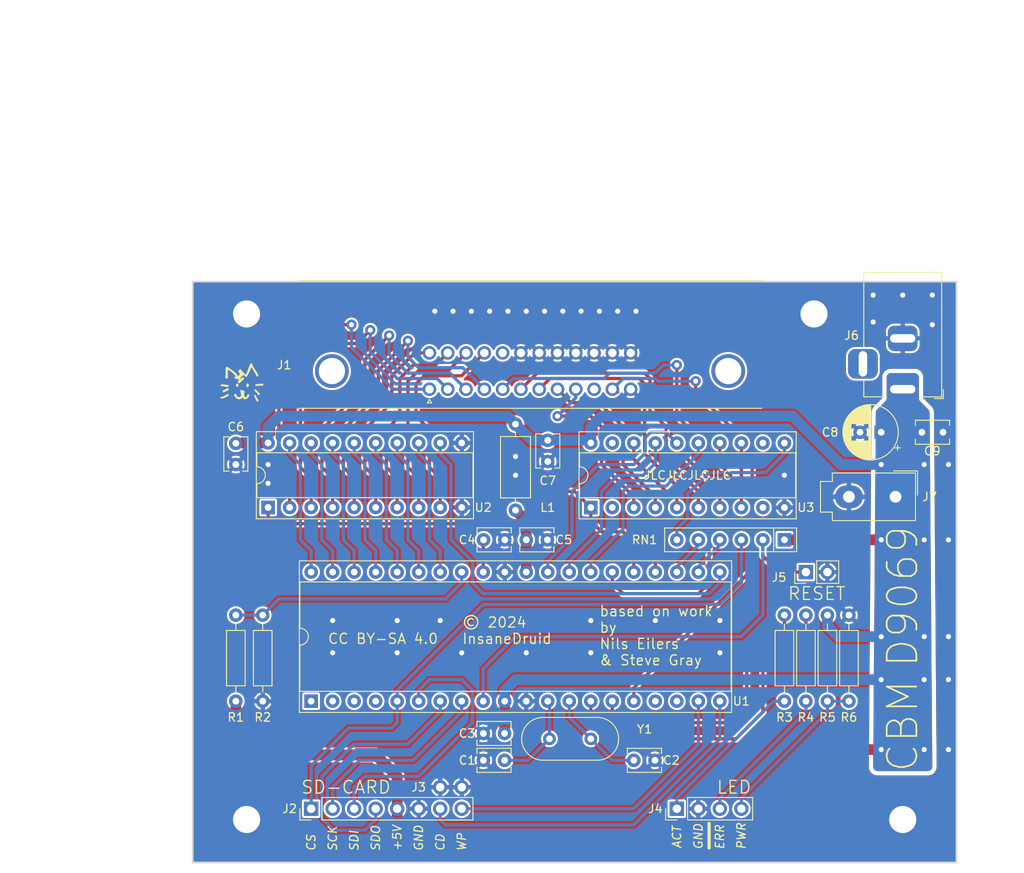
<source format=kicad_pcb>
(kicad_pcb (version 20240108) (generator "pcbnew") (generator_version "8.0")
  (title_block (title "CBM D9096") (date "2024-03-15") (rev "A") (comment 1 "based on work by Nils Eilers and Steve J. Gray") (comment 2 "creativecommons.org/licenses/by-sa/4.0/") (comment 3 "License: CC BY-SA 4.0") (comment 4 "Author: InsaneDruid"))
  (layers (0 "F.Cu" jumper) (31 "B.Cu" signal) (34 "B.Paste" user) (35 "F.Paste" user) (36 "B.SilkS" user "B.Silkscreen") (37 "F.SilkS" user "F.Silkscreen") (38 "B.Mask" user) (39 "F.Mask" user) (44 "Edge.Cuts" user))
  (net 0 "")
  (net 1 "GND")
  (net 2 "+5V")
  (net 3 "+5VA")
  (net 4 "/B.NDAC")
  (net 5 "/B.D6")
  (net 6 "/B.DAV")
  (net 7 "/B.NRFD")
  (net 8 "/B.IFC")
  (net 9 "/B.D4")
  (net 10 "/B.D7")
  (net 11 "/B.D5")
  (net 12 "/B.EOI")
  (net 13 "/B.D1")
  (net 14 "/B.D8")
  (net 15 "/B.D2")
  (net 16 "/B.D3")
  (net 17 "/B.ATN")
  (net 18 "CS_{CARD}")
  (net 19 "SCLK_{CARD}")
  (net 20 "SDI_{CARD}")
  (net 21 "SDO_{CARD}")
  (net 24 "~{RES}")
  (net 25 "SDA_{unused}")
  (net 26 "SCL_{unused}")
  (net 27 "/TE")
  (net 28 "/D2")
  (net 29 "/IFC")
  (net 30 "/D1")
  (net 31 "/NRFD")
  (net 32 "/D7")
  (net 33 "/NDAC")
  (net 34 "/D3")
  (net 35 "/D6")
  (net 36 "/D5")
  (net 37 "/D8")
  (net 38 "DC")
  (net 39 "Net-(J4-Pin_1)")
  (net 40 "Net-(U1-XTAL2)")
  (net 41 "Net-(U1-XTAL1)")
  (net 42 "Net-(U1-AREF)")
  (net 53 "/BTN")
  (net 54 "/D4")
  (net 55 "/EOI")
  (net 56 "/LED_{G_BUSY}")
  (net 57 "/LED_{R_ERROR}")
  (net 58 "/ATN")
  (net 59 "/DAV")
  (net 60 "Net-(J4-Pin_4)")
  (net 61 "WP_{CARD}")
  (net 62 "CD_{CARD}")
  (net 63 "Net-(J4-Pin_3)")
  (footprint "Inductor_THT:L_Axial_L7.0mm_D3.3mm_P10.16mm_Horizontal_Fastron_MICC" (layer "F.Cu") (at 153.67 82.8675 -90)
    (property "Reference" "L1")
    (property "Value" "10 µH")
  )
  (footprint "Package_DIP:DIP-40_W15.24mm_Socket" (layer "F.Cu") (at 129.54 115.57 90)
    (property "Reference" "U1")
    (property "Value" "ATmega1284-P")
  )
  (footprint "Package_DIP:DIP-20_W7.62mm_Socket" (layer "F.Cu") (at 124.46 92.7 90)
    (property "Reference" "U2")
    (property "Value" "75160")
  )
  (footprint "Package_DIP:DIP-20_W7.62mm_Socket" (layer "F.Cu") (at 162.56 92.71 90)
    (property "Reference" "U3")
    (property "Value" "75161")
  )
  (footprint "Capacitor_THT:C_Disc_D3.8mm_W2.6mm_P2.50mm" (layer "F.Cu") (at 120.65 87.63 90)
    (property "Reference" "C6")
    (property "Value" "100 nF")
  )
  (footprint "Capacitor_THT:C_Disc_D3.8mm_W2.6mm_P2.50mm" (layer "F.Cu") (at 149.9 96.52)
    (property "Reference" "C4")
    (property "Value" "100 nF")
  )
  (footprint "Capacitor_THT:CP_Radial_D6.3mm_P2.50mm" (layer "F.Cu") (at 196.85 83.82 180)
    (property "Reference" "C8")
    (property "Value" "47µF/16V")
  )
  (footprint "Capacitor_THT:C_Disc_D3.8mm_W2.6mm_P2.50mm" (layer "F.Cu") (at 149.88 119.38)
    (property "Reference" "C3")
    (property "Value" "100 nF")
  )
  (footprint "cbm-d9096_lib_fp:R_Axial_DIN0207_L6.3mm_D2.5mm_P10.16mm_Horizontal" (layer "F.Cu") (at 190.5 115.57 90)
    (property "Reference" "R5")
    (property "Value" "75")
  )
  (footprint "Capacitor_THT:C_Disc_D3.8mm_W2.6mm_P2.50mm" (layer "F.Cu") (at 170.14 122.555 180)
    (property "Reference" "C2")
    (property "Value" "18 pF")
  )
  (footprint "Crystal:Crystal_HC49-4H_Vertical" (layer "F.Cu") (at 162.56 120.015 180)
    (property "Reference" "Y1")
    (property "Value" "16 MHz")
  )
  (footprint "cbm-d9096_lib_fp:R_Axial_DIN0207_L6.3mm_D2.5mm_P10.16mm_Horizontal" (layer "F.Cu") (at 193.04 105.41 -90)
    (property "Reference" "R6")
    (property "Value" "75")
  )
  (footprint "Connector_PinHeader_2.54mm:PinHeader_1x08_P2.54mm_Vertical" (layer "F.Cu") (at 129.54 128.27 90)
    (property "Reference" "J2")
    (property "Value" "SD CARD")
  )
  (footprint "cbm-d9096_lib_fp:R_Axial_DIN0207_L6.3mm_D2.5mm_P10.16mm_Horizontal" (layer "F.Cu") (at 120.65 105.41 -90)
    (property "Reference" "R1")
    (property "Value" "7k87")
  )
  (footprint "Capacitor_THT:C_Disc_D3.8mm_W2.6mm_P2.50mm" (layer "F.Cu") (at 149.88 122.555)
    (property "Reference" "C1")
    (property "Value" "18 pF")
  )
  (footprint "cbm-d9096_lib_fp:R_Axial_DIN0207_L6.3mm_D2.5mm_P10.16mm_Horizontal" (layer "F.Cu") (at 185.42 105.41 -90)
    (property "Reference" "R3")
    (property "Value" "330R")
  )
  (footprint "Capacitor_THT:C_Disc_D3.8mm_W2.6mm_P2.50mm" (layer "F.Cu") (at 157.48 87.2725 90)
    (property "Reference" "C7")
    (property "Value" "100 nF")
  )
  (footprint "cbm-d9096_lib_fp:R_Axial_DIN0207_L6.3mm_D2.5mm_P10.16mm_Horizontal" (layer "F.Cu") (at 123.825 105.41 -90)
    (property "Reference" "R2")
    (property "Value" "10k")
  )
  (footprint "MountingHole:MountingHole_3.2mm_M3_DIN965_Pad" (layer "F.Cu") (at 121.92 69.85)
    (property "Reference" "MH1" (hide yes))
    (property "Value" "MountingHole_3.2mm_M3_DIN965_Pad")
  )
  (footprint "Capacitor_THT:C_Disc_D3.8mm_W2.6mm_P2.50mm" (layer "F.Cu") (at 154.94 96.52)
    (property "Reference" "C5")
    (property "Value" "100 nF")
  )
  (footprint "MountingHole:MountingHole_3.2mm_M3_DIN965_Pad" (layer "F.Cu") (at 188.9125 69.85)
    (property "Reference" "MH2" (hide yes))
    (property "Value" "MountingHole_3.2mm_M3_DIN965_Pad")
  )
  (footprint "Capacitor_THT:C_Disc_D3.8mm_W2.6mm_P2.50mm" (layer "F.Cu") (at 201.6525 83.82)
    (property "Reference" "C9")
    (property "Value" "10nF")
  )
  (footprint "Connector_BarrelJack:BarrelJack_Horizontal" (layer "F.Cu") (at 199.39 78.74 -90)
    (property "Reference" "J6")
    (property "Value" "Barrel_Jack")
  )
  (footprint "Resistor_THT:R_Array_SIP6" (layer "F.Cu") (at 185.42 96.52 180)
    (property "Reference" "RN1")
    (property "Value" "6x10K")
  )
  (footprint "cbm-d9096_lib_fp:R_Axial_DIN0207_L6.3mm_D2.5mm_P10.16mm_Horizontal" (layer "F.Cu") (at 187.96 105.41 -90)
    (property "Reference" "R4")
    (property "Value" "330R")
  )
  (footprint "cbm-d9096_lib_fp:centronix-24-female" (layer "F.Cu") (at 143.51 78.74)
    (property "Reference" "J1")
    (property "Value" "IEEE488 Header")
  )
  (footprint "MountingHole:MountingHole_3.2mm_M3_DIN965_Pad" (layer "F.Cu") (at 199.39 129.54)
    (property "Reference" "MH4" (hide yes))
    (property "Value" "MountingHole_3.2mm_M3_DIN965_Pad")
  )
  (footprint "cbm-d9096_lib_fp:PinHeader_1x02_P2.54mm_Vertical" (layer "F.Cu") (at 144.78 125.73 90)
    (property "Reference" "J3")
    (property "Value" "WP/CD Jumper")
  )
  (footprint "Connector_PinHeader_2.54mm:PinHeader_1x04_P2.54mm_Vertical" (layer "F.Cu") (at 172.72 128.27 90)
    (property "Reference" "J4")
    (property "Value" "LED")
  )
  (footprint "Connector_PinHeader_2.54mm:PinHeader_1x02_P2.54mm_Vertical" (layer "F.Cu") (at 187.96 100.33 90)
    (property "Reference" "J5")
    (property "Value" "RESET")
  )
  (footprint "MountingHole:MountingHole_3.2mm_M3_DIN965_Pad" (layer "F.Cu") (at 121.92 129.54)
    (property "Reference" "MH3" (hide yes))
    (property "Value" "MountingHole_3.2mm_M3_DIN965_Pad")
  )
  (footprint "Connector_Molex:Molex_Mini-Fit_Jr_5566-02A_2x01_P4.20mm_Vertical" (layer "F.Cu") (at 198.54 91.44 -90)
    (property "Reference" "J7")
    (property "Value" "Alt PWR")
  )
  (gr_line (start 176.53 129.9845) (end 176.53 132.9055) (stroke (width 0.381)) (layer "F.SilkS"))
  (gr_poly (pts (xy 119.709948 78.616291) (xy 119.71728 78.61759) (xy 119.724864 78.619634) (xy 119.732722 78.62243) (xy 119.740878 78.625987) (xy 119.749355 78.630312) (xy 119.758175 78.635415) (xy 119.767361 78.641304) (xy 119.776935 78.647986) (xy 119.78692 78.65547) (xy 119.79734 78.663764) (xy 119.808217 78.672877) (xy 119.809465 78.674098) (xy 119.810693 78.675632) (xy 119.813082 78.679569) (xy 119.815362 78.684548) (xy 119.81751 78.690428) (xy 119.819505 78.697069) (xy 119.821326 78.70433) (xy 119.82295 78.71207) (xy 119.824356 78.72015) (xy 119.825523 78.728427) (xy 119.826427 78.736763) (xy 119.827049 78.745016) (xy 119.827366 78.753046) (xy 119.827356 78.760712) (xy 119.826998 78.767874) (xy 119.82627 78.77439) (xy 119.82515 78.780122) (xy 119.823954 78.783806) (xy 119.822236 78.7877) (xy 119.820026 78.791783) (xy 119.817352 78.796033) (xy 119.810725 78.804948) (xy 119.802583 78.814275) (xy 119.793156 78.823842) (xy 119.782672 78.833477) (xy 119.771359 78.843008) (xy 119.759445 78.852265) (xy 119.747159 78.861075) (xy 119.73473 78.869267) (xy 119.722385 78.87667) (xy 119.710354 78.883111) (xy 119.698864 78.888419) (xy 119.688144 78.892424) (xy 119.683144 78.893883) (xy 119.678423 78.894952) (xy 119.674008 78.895609) (xy 119.669928 78.895833) (xy 119.667041 78.896028) (xy 119.663698 78.896602) (xy 119.659939 78.897535) (xy 119.655806 78.89881) (xy 119.651337 78.900406) (xy 119.646574 78.902307) (xy 119.641557 78.904493) (xy 119.636326 78.906946) (xy 119.630921 78.909646) (xy 119.625383 78.912576) (xy 119.619752 78.915717) (xy 119.614068 78.91905) (xy 119.608371 78.922557) (xy 119.602703 78.926219) (xy 119.597103 78.930017) (xy 119.591611 78.933933) (xy 119.57933 78.942599) (xy 119.564932 78.951539) (xy 119.547161 78.961354) (xy 119.52476 78.97265) (xy 119.496471 78.98603) (xy 119.461039 79.002096) (xy 119.363717 79.044705) (xy 119.359892 79.046448) (xy 119.356108 79.048229) (xy 119.352389 79.050037) (xy 119.348757 79.05186) (xy 119.345236 79.053687) (xy 119.341851 79.055508) (xy 119.338626 79.057309) (xy 119.335583 79.059081) (xy 119.332746 79.060811) (xy 119.330141 79.062489) (xy 119.327789 79.064102) (xy 119.325716 79.06564) (xy 119.323944 79.067091) (xy 119.322498 79.068445) (xy 119.321905 79.069081) (xy 119.321401 79.069688) (xy 119.320991 79.070265) (xy 119.320678 79.070811) (xy 119.319684 79.072304) (xy 119.318305 79.073866) (xy 119.316569 79.075488) (xy 119.314499 79.077161) (xy 119.30946 79.080621) (xy 119.303392 79.084172) (xy 119.296497 79.08774) (xy 119.288977 79.09125) (xy 119.281036 79.094627) (xy 119.272876 79.097798) (xy 119.2647 79.100688) (xy 119.256709 79.103222) (xy 119.249107 79.105326) (xy 119.242097 79.106926) (xy 119.23588 79.107947) (xy 119.230659 79.108315) (xy 119.228485 79.108231) (xy 119.226637 79.107956) (xy 119.225139 79.10748) (xy 119.224017 79.106794) (xy 119.223018 79.106158) (xy 119.221882 79.105573) (xy 119.22062 79.105042) (xy 119.219243 79.104567) (xy 119.217763 79.10415) (xy 119.216191 79.103793) (xy 119.214538 79.103497) (xy 119.212816 79.103266) (xy 119.211036 79.103101) (xy 119.20921 79.103004) (xy 119.207348 79.102978) (xy 119.205463 79.103024) (xy 119.203565 79.103144) (xy 119.201666 79.10334) (xy 119.199778 79.103616) (xy 119.197911 79.103972) (xy 119.19529 79.10462) (xy 119.192684 79.104956) (xy 119.190043 79.104948) (xy 119.187317 79.104567) (xy 119.184454 79.10378) (xy 119.181404 79.102558) (xy 119.178116 79.100868) (xy 119.17454 79.09868) (xy 119.170624 79.095963) (xy 119.16632 79.092685) (xy 119.161575 79.088817) (xy 119.156339 79.084326) (xy 119.150561 79.079182) (xy 119.144191 79.073354) (xy 119.129472 79.059521) (xy 119.078672 79.010838) (xy 119.091372 78.958627) (xy 119.093677 78.948969) (xy 119.095852 78.940331) (xy 119.097935 78.932658) (xy 119.09996 78.925896) (xy 119.100963 78.922839) (xy 119.101965 78.91999) (xy 119.102971 78.91734) (xy 119.103985 78.914884) (xy 119.105013 78.912615) (xy 119.106058 78.910525) (xy 119.107124 78.908608) (xy 119.108217 78.906857) (xy 119.109342 78.905265) (xy 119.110501 78.903826) (xy 119.111701 78.902532) (xy 119.112945 78.901377) (xy 119.114239 78.900353) (xy 119.115586 78.899455) (xy 119.116991 78.898674) (xy 119.118459 78.898005) (xy 119.119994 78.89744) (xy 119.121601 78.896972) (xy 119.123284 78.896596) (xy 119.125047 78.896303) (xy 119.126896 78.896087) (xy 119.128835 78.895941) (xy 119.130868 78.895859) (xy 119.133 78.895833) (xy 119.133744 78.895802) (xy 119.134519 78.895711) (xy 119.135324 78.89556) (xy 119.136157 78.895351) (xy 119.137901 78.894763) (xy 119.139736 78.893959) (xy 119.14165 78.892948) (xy 119.143629 78.89174) (xy 119.14566 78.890347) (xy 119.147729 78.888777) (xy 119.149822 78.887043) (xy 119.151927 78.885153) (xy 119.15403 78.883119) (xy 119.156118 78.88095) (xy 119.158177 78.878657) (xy 119.160193 78.876251) (xy 119.162153 78.873741) (xy 119.164045 78.871138) (xy 119.166496 78.867605) (xy 119.16884 78.864405) (xy 119.171101 78.861523) (xy 119.173305 78.858945) (xy 119.175475 78.856657) (xy 119.177637 78.854643) (xy 119.178723 78.853735) (xy 119.179816 78.85289) (xy 119.180919 78.852106) (xy 119.182036 78.851383) (xy 119.183169 78.850717) (xy 119.184322 78.850107) (xy 119.185498 78.849551) (xy 119.186699 78.849048) (xy 119.18793 78.848596) (xy 119.189192 78.848192) (xy 119.191826 78.847524) (xy 119.194625 78.84703) (xy 119.197614 78.846695) (xy 119.200817 78.846504) (xy 119.204261 78.846444) (xy 119.209439 78.846242) (xy 119.215126 78.845656) (xy 119.221234 78.844714) (xy 119.227677 78.843445) (xy 119.234368 78.841879) (xy 119.24122 78.840044) (xy 119.248147 78.83797) (xy 119.255061 78.835684) (xy 119.261876 78.833217) (xy 119.268505 78.830597) (xy 119.274861 78.827852) (xy 119.280858 78.825013) (xy 119.286408 78.822107) (xy 119.291425 78.819164) (xy 119.295821 78.816213) (xy 119.299511 78.813283) (xy 119.300625 78.812366) (xy 119.301843 78.811471) (xy 119.303151 78.810602) (xy 119.304538 78.809766) (xy 119.305991 78.808967) (xy 119.307498 78.80821) (xy 119.309047 78.807501) (xy 119.310624 78.806845) (xy 119.312217 78.806246) (xy 119.313815 78.80571) (xy 119.315405 78.805243) (xy 119.316974 78.804849) (xy 119.318509 78.804534) (xy 119.32 78.804302) (xy 119.321432 78.804159) (xy 119.322794 78.804111) (xy 119.323392 78.804096) (xy 119.323992 78.804054) (xy 119.324594 78.803984) (xy 119.325198 78.803887) (xy 119.325801 78.803765) (xy 119.326404 78.803618) (xy 119.327004 78.803446) (xy 119.327601 78.803251) (xy 119.328194 78.803033) (xy 119.328782 78.802793) (xy 119.329364 78.802532) (xy 119.329938 78.80225) (xy 119.331061 78.801629) (xy 119.332143 78.800936) (xy 119.333175 78.800176) (xy 119.33415 78.799356) (xy 119.334612 78.798926) (xy 119.335058 78.798483) (xy 119.335484 78.798028) (xy 119.335891 78.797562) (xy 119.336278 78.797086) (xy 119.336642 78.7966) (xy 119.336984 78.796105) (xy 119.337302 78.795603) (xy 119.337596 78.795093) (xy 119.337863 78.794576) (xy 119.338104 78.794054) (xy 119.338317 78.793527) (xy 119.339952 78.790881) (xy 119.342949 78.787603) (xy 119.352684 78.77934) (xy 119.366839 78.769112) (xy 119.384729 78.75729) (xy 119.428978 78.730362) (xy 119.479957 78.701541) (xy 119.532193 78.67381) (xy 119.580212 78.650156) (xy 119.60093 78.640791) (xy 119.618541 78.633563) (xy 119.632361 78.628847) (xy 119.641706 78.627016) (xy 119.643869 78.626984) (xy 119.646114 78.626888) (xy 119.648423 78.626732) (xy 119.650779 78.62652) (xy 119.653163 78.626254) (xy 119.655559 78.625937) (xy 119.657949 78.625573) (xy 119.660315 78.625164) (xy 119.662639 78.624714) (xy 119.664905 78.624226) (xy 119.667094 78.623702) (xy 119.669189 78.623147) (xy 119.671173 78.622562) (xy 119.673027 78.621952) (xy 119.674735 78.621319) (xy 119.676278 78.620666) (xy 119.682689 78.618369) (xy 119.68924 78.616775) (xy 119.695951 78.615891) (xy 119.702846 78.615727)) (stroke (width -0.000001)) (fill solid) (layer "F.SilkS"))
  (gr_poly (pts (xy 122.960578 78.726977) (xy 122.967873 78.728467) (xy 122.975569 78.731057) (xy 122.983768 78.734834) (xy 122.99257 78.739884) (xy 123.002076 78.746294) (xy 123.012389 78.75415) (xy 123.02361 78.763541) (xy 123.035839 78.774552) (xy 123.049178 78.787271) (xy 123.063728 78.801784) (xy 123.079591 78.818177) (xy 123.11566 78.856955) (xy 123.158194 78.904299) (xy 123.188882 78.937837) (xy 123.221264 78.971911) (xy 123.253928 79.005143) (xy 123.285459 79.03615) (xy 123.314443 79.063553) (xy 123.327538 79.07547) (xy 123.339467 79.085969) (xy 123.350052 79.094876) (xy 123.359116 79.102019) (xy 123.366484 79.107225) (xy 123.371977 79.110322) (xy 123.377844 79.11298) (xy 123.383558 79.115946) (xy 123.389148 79.119244) (xy 123.394643 79.122901) (xy 123.400072 79.126942) (xy 123.405464 79.131393) (xy 123.410847 79.136281) (xy 123.416251 79.141631) (xy 123.421705 79.147468) (xy 123.427237 79.15382) (xy 123.432876 79.16071) (xy 123.438653 79.168166) (xy 123.444594 79.176213) (xy 123.45073 79.184878) (xy 123.457089 79.194185) (xy 123.4637 79.20416) (xy 123.470908 79.215395) (xy 123.477213 79.225378) (xy 123.482654 79.234247) (xy 123.48727 79.242139) (xy 123.4911 79.249192) (xy 123.492733 79.252447) (xy 123.494185 79.255543) (xy 123.495459 79.258499) (xy 123.496562 79.26133) (xy 123.497498 79.264055) (xy 123.498272 79.26669) (xy 123.498889 79.269253) (xy 123.499353 79.271761) (xy 123.499671 79.274231) (xy 123.499846 79.27668) (xy 123.499883 79.279125) (xy 123.499788 79.281584) (xy 123.499565 79.284074) (xy 123.49922 79.286611) (xy 123.498757 79.289214) (xy 123.498181 79.291899) (xy 123.496709 79.297585) (xy 123.494845 79.303806) (xy 123.492627 79.3107) (xy 123.490039 79.318034) (xy 123.487301 79.324955) (xy 123.484412 79.331466) (xy 123.481372 79.337566) (xy 123.478178 79.343257) (xy 123.47483 79.348539) (xy 123.471327 79.353414) (xy 123.469517 79.3557) (xy 123.467668 79.357884) (xy 123.46578 79.359966) (xy 123.463852 79.361947) (xy 123.461885 79.363828) (xy 123.459878 79.365607) (xy 123.457832 79.367286) (xy 123.455745 79.368864) (xy 123.453619 79.370342) (xy 123.451452 79.371719) (xy 123.449245 79.372996) (xy 123.446997 79.374173) (xy 123.444709 79.37525) (xy 123.44238 79.376227) (xy 123.440011 79.377104) (xy 123.4376 79.377881) (xy 123.435148 79.37856) (xy 123.432655 79.379138) (xy 123.430584 79.379732) (xy 123.428353 79.38045) (xy 123.425986 79.381284) (xy 123.423505 79.382225) (xy 123.418293 79.384397) (xy 123.415608 79.385611) (xy 123.4129 79.3869) (xy 123.410191 79.388254) (xy 123.407506 79.389667) (xy 123.404866 79.391129) (xy 123.402294 79.392632) (xy 123.399813 79.394169) (xy 123.397446 79.39573) (xy 123.395215 79.397308) (xy 123.393144 79.398894) (xy 123.390931 79.400588) (xy 123.388536 79.402226) (xy 123.385975 79.403802) (xy 123.383266 79.40531) (xy 123.380425 79.406743) (xy 123.377468 79.408096) (xy 123.374411 79.409362) (xy 123.371272 79.410535) (xy 123.368067 79.411609) (xy 123.364812 79.412578) (xy 123.361524 79.413434) (xy 123.358219 79.414173) (xy 123.354915 79.414788) (xy 123.351627 79.415273) (xy 123.348372 79.415621) (xy 123.345166 79.415827) (xy 123.339048 79.416187) (xy 123.332466 79.41672) (xy 123.32562 79.417402) (xy 123.318708 79.418208) (xy 123.311928 79.419114) (xy 123.305479 79.420093) (xy 123.299559 79.421123) (xy 123.294366 79.422177) (xy 123.291045 79.422761) (xy 123.287935 79.42318) (xy 123.285001 79.423417) (xy 123.282207 79.423456) (xy 123.279516 79.42328) (xy 123.278197 79.423106) (xy 123.276892 79.422872) (xy 123.275593 79.422576) (xy 123.274299 79.422216) (xy 123.273002 79.421789) (xy 123.271701 79.421295) (xy 123.270388 79.42073) (xy 123.269061 79.420093) (xy 123.266344 79.418594) (xy 123.263513 79.416781) (xy 123.260533 79.414636) (xy 123.257366 79.412145) (xy 123.253977 79.40929) (xy 123.25033 79.406054) (xy 123.246388 79.402422) (xy 123.242257 79.398614) (xy 123.238575 79.395081) (xy 123.23531 79.391748) (xy 123.232432 79.388542) (xy 123.229909 79.38539) (xy 123.227711 79.382218) (xy 123.225806 79.378954) (xy 123.224164 79.375522) (xy 123.222753 79.371852) (xy 123.221543 79.367868) (xy 123.220502 79.363497) (xy 123.2196 79.358666) (xy 123.218805 79.353303) (xy 123.218086 79.347332) (xy 123.216755 79.333277) (xy 123.214676 79.31364) (xy 123.213136 79.304929) (xy 123.210968 79.296566) (xy 123.207952 79.288262) (xy 123.20387 79.279724) (xy 123.198499 79.270661) (xy 123.19162 79.260781) (xy 123.183013 79.249794) (xy 123.172459 79.237407) (xy 123.159735 79.22333) (xy 123.144623 79.20727) (xy 123.106354 79.168037) (xy 123.055889 79.117377) (xy 123.005629 79.066114) (xy 122.957023 79.015777) (xy 122.915693 78.972319) (xy 122.887261 78.941694) (xy 122.87143 78.923429) (xy 122.865036 78.915882) (xy 122.859568 78.909216) (xy 122.85496 78.903303) (xy 122.852957 78.900588) (xy 122.851145 78.898013) (xy 122.849515 78.89556) (xy 122.848058 78.893214) (xy 122.846767 78.890959) (xy 122.845633 78.888777) (xy 122.844648 78.886654) (xy 122.843803 78.884572) (xy 122.843091 78.882515) (xy 122.842502 78.880468) (xy 122.842029 78.878413) (xy 122.841664 78.876335) (xy 122.841398 78.874216) (xy 122.841223 78.872042) (xy 122.841131 78.869796) (xy 122.841113 78.867461) (xy 122.841267 78.86246) (xy 122.84162 78.856908) (xy 122.842105 78.850677) (xy 122.843206 78.840481) (xy 122.844657 78.830788) (xy 122.846465 78.821589) (xy 122.847503 78.817172) (xy 122.848632 78.812875) (xy 122.849851 78.808697) (xy 122.851162 78.804636) (xy 122.852566 78.800692) (xy 122.854061 78.796863) (xy 122.85565 78.793149) (xy 122.857332 78.789548) (xy 122.859108 78.786058) (xy 122.860979 78.782679) (xy 122.862945 78.77941) (xy 122.865006 78.776249) (xy 122.867164 78.773196) (xy 122.869418 78.770248) (xy 122.871769 78.767405) (xy 122.874218 78.764667) (xy 122.876766 78.76203) (xy 122.879412 78.759495) (xy 122.882157 78.757061) (xy 122.885002 78.754725) (xy 122.887947 78.752487) (xy 122.890993 78.750346) (xy 122.89414 78.748301) (xy 122.897389 78.74635) (xy 122.90074 78.744493) (xy 122.904194 78.742727) (xy 122.907547 78.741157) (xy 122.910976 78.739628) (xy 122.917964 78.736719) (xy 122.924968 78.734058) (xy 122.931799 78.731703) (xy 122.938266 78.729712) (xy 122.941304 78.728871) (xy 122.944179 78.728142) (xy 122.946869 78.727533) (xy 122.949348 78.727052) (xy 122.951594 78.726705) (xy 122.953583 78.726499)) (stroke (width -0.000001)) (fill solid) (layer "F.SilkS"))
  (gr_poly (pts (xy 122.045847 78.044974) (xy 122.048257 78.045208) (xy 122.050472 78.045639) (xy 122.059115 78.047447) (xy 122.069346 78.049519) (xy 122.089277 78.0534) (xy 122.092173 78.054046) (xy 122.095049 78.054935) (xy 122.097916 78.056075) (xy 122.100787 78.057479) (xy 122.103675 78.059155) (xy 122.106591 78.061114) (xy 122.109549 78.063367) (xy 122.112561 78.065923) (xy 122.115639 78.068794) (xy 122.118795 78.071989) (xy 122.122043 78.075519) (xy 122.125393 78.079395) (xy 122.12886 78.083626) (xy 122.132454 78.088223) (xy 122.13619 78.093196) (xy 122.140078 78.098555) (xy 122.145976 78.106594) (xy 122.151247 78.114084) (xy 122.155908 78.121089) (xy 122.159977 78.12767) (xy 122.163471 78.133892) (xy 122.166408 78.139818) (xy 122.168806 78.14551) (xy 122.169807 78.148288) (xy 122.170681 78.151031) (xy 122.171429 78.153747) (xy 122.172052 78.156445) (xy 122.172554 78.159131) (xy 122.172937 78.161814) (xy 122.173202 78.164502) (xy 122.173352 78.167202) (xy 122.173389 78.169923) (xy 122.173316 78.172672) (xy 122.172845 78.178286) (xy 122.171958 78.184108) (xy 122.170673 78.190201) (xy 122.169005 78.196627) (xy 122.167916 78.200413) (xy 122.167038 78.203865) (xy 122.166382 78.207027) (xy 122.166142 78.208513) (xy 122.165963 78.209945) (xy 122.165845 78.211326) (xy 122.165791 78.212664) (xy 122.165802 78.213964) (xy 122.16588 78.215231) (xy 122.166026 78.216471) (xy 122.166242 78.21769) (xy 122.166529 78.218893) (xy 122.166889 78.220087) (xy 122.167323 78.221277) (xy 122.167833 78.222468) (xy 122.168421 78.223666) (xy 122.169088 78.224877) (xy 122.169836 78.226107) (xy 122.170665 78.227361) (xy 122.172577 78.229965) (xy 122.174837 78.232734) (xy 122.177456 78.235714) (xy 122.180447 78.23895) (xy 122.183822 78.242489) (xy 122.18719 78.246027) (xy 122.190161 78.249268) (xy 122.192752 78.252262) (xy 122.194979 78.255056) (xy 122.196858 78.257702) (xy 122.197673 78.258985) (xy 122.198407 78.260249) (xy 122.199063 78.2615) (xy 122.199642 78.262746) (xy 122.200147 78.263991) (xy 122.200579 78.265243) (xy 122.200941 78.266507) (xy 122.201235 78.267789) (xy 122.201463 78.269097) (xy 122.201626 78.270435) (xy 122.201728 78.271811) (xy 122.20177 78.27323) (xy 122.201682 78.276223) (xy 122.201378 78.279464) (xy 122.200877 78.283003) (xy 122.200193 78.286889) (xy 122.199345 78.291172) (xy 122.198635 78.29388) (xy 122.197834 78.296696) (xy 122.195993 78.30256) (xy 122.193887 78.308572) (xy 122.191583 78.314543) (xy 122.189147 78.320283) (xy 122.1879 78.323006) (xy 122.186644 78.325601) (xy 122.185389 78.328042) (xy 122.184142 78.330307) (xy 122.182911 78.332371) (xy 122.181705 78.334211) (xy 122.18044 78.33636) (xy 122.179291 78.338575) (xy 122.178258 78.340854) (xy 122.17734 78.343196) (xy 122.176538 78.345599) (xy 122.175852 78.348064) (xy 122.175281 78.350589) (xy 122.174826 78.353173) (xy 122.174487 78.355814) (xy 122.174264 78.358512) (xy 122.174157 78.361267) (xy 122.174165 78.364076) (xy 122.174289 78.366938) (xy 122.174529 78.369854) (xy 122.174884 78.372821) (xy 122.175355 78.375838) (xy 122.175956 78.379721) (xy 122.176425 78.383188) (xy 122.176744 78.386267) (xy 122.176843 78.387672) (xy 122.176899 78.38899) (xy 122.176909 78.390228) (xy 122.176871 78.391387) (xy 122.176784 78.392472) (xy 122.176645 78.393487) (xy 122.176453 78.394435) (xy 122.176204 78.39532) (xy 122.175898 78.396146) (xy 122.175532 78.396917) (xy 122.175104 78.397636) (xy 122.174611 78.398307) (xy 122.174053 78.398934) (xy 122.173426 78.39952) (xy 122.172729 78.40007) (xy 122.17196 78.400587) (xy 122.171116 78.401074) (xy 122.170196 78.401536) (xy 122.169197 78.401977) (xy 122.168118 78.402399) (xy 122.165709 78.403205) (xy 122.162953 78.403984) (xy 122.159833 78.404766) (xy 122.157359 78.405521) (xy 122.154959 78.406468) (xy 122.152623 78.40762) (xy 122.150341 78.408989) (xy 122.148105 78.410584) (xy 122.145905 78.412418) (xy 122.143732 78.414503) (xy 122.141577 78.416849) (xy 122.13943 78.419468) (xy 122.137282 78.422371) (xy 122.135123 78.425569) (xy 122.132945 78.429075) (xy 122.130738 78.432899) (xy 122.128493 78.437052) (xy 122.1262 78.441547) (xy 122.12385 78.446394) (xy 122.11807 78.458288) (xy 122.112863 78.468882) (xy 122.108175 78.478251) (xy 122.103951 78.486467) (xy 122.100136 78.493605) (xy 122.098365 78.496792) (xy 122.096676 78.499736) (xy 122.095062 78.502448) (xy 122.093516 78.504936) (xy 122.092031 78.507209) (xy 122.0906 78.509277) (xy 122.089217 78.511148) (xy 122.087875 78.512832) (xy 122.086567 78.514338) (xy 122.085285 78.515675) (xy 122.084024 78.516852) (xy 122.082776 78.517879) (xy 122.081535 78.518765) (xy 122.080293 78.519518) (xy 122.079044 78.520149) (xy 122.07778 78.520665) (xy 122.076496 78.521077) (xy 122.075184 78.521394) (xy 122.073838 78.521624) (xy 122.07245 78.521777) (xy 122.071014 78.521862) (xy 122.069522 78.521889) (xy 122.067896 78.521856) (xy 122.066202 78.52176) (xy 122.064457 78.521605) (xy 122.062676 78.521392) (xy 122.060874 78.521126) (xy 122.059067 78.52081) (xy 122.05727 78.520445) (xy 122.055499 78.520036) (xy 122.05377 78.519586) (xy 122.052097 78.519098) (xy 122.050496 78.518574) (xy 122.048984 78.518019) (xy 122.047575 78.517434) (xy 122.046284 78.516824) (xy 122.045128 78.516191) (xy 122.044122 78.515538) (xy 122.042899 78.514794) (xy 122.041615 78.514151) (xy 122.040276 78.513608) (xy 122.038886 78.513168) (xy 122.03745 78.512831) (xy 122.035974 78.512599) (xy 122.034463 78.512472) (xy 122.032921 78.512452) (xy 122.031355 78.512539) (xy 122.02977 78.512734) (xy 122.02817 78.513039) (xy 122.02656 78.513455) (xy 122.024947 78.513982) (xy 122.023334 78.514622) (xy 122.021728 78.515376) (xy 122.020133 78.516244) (xy 122.018135 78.517241) (xy 122.016114 78.518115) (xy 122.014075 78.51887) (xy 122.012025 78.519506) (xy 122.009968 78.520026) (xy 122.007911 78.520431) (xy 122.005859 78.520725) (xy 122.003817 78.520907) (xy 122.001792 78.520981) (xy 121.99979 78.520949) (xy 121.997815 78.520812) (xy 121.995874 78.520572) (xy 121.993972 78.520232) (xy 121.992116 78.519793) (xy 121.990309 78.519256) (xy 121.98856 78.518625) (xy 121.986872 78.517901) (xy 121.985252 78.517086) (xy 121.983705 78.516181) (xy 121.982237 78.51519) (xy 121.980854 78.514113) (xy 121.979562 78.512953) (xy 121.978365 78.511711) (xy 121.977271 78.51039) (xy 121.976283 78.508992) (xy 121.97541 78.507517) (xy 121.974654 78.50597) (xy 121.974024 78.50435) (xy 121.973524 78.502661) (xy 121.973159 78.500904) (xy 121.972936 78.499081) (xy 121.972861 78.497194) (xy 121.972742 78.493485) (xy 121.972392 78.489772) (xy 121.971817 78.486062) (xy 121.971025 78.482364) (xy 121.970025 78.478685) (xy 121.968824 78.475034) (xy 121.967429 78.471419) (xy 121.965849 78.467847) (xy 121.964092 78.464327) (xy 121.962164 78.460867) (xy 121.960074 78.457475) (xy 121.957829 78.454158) (xy 121.955438 78.450925) (xy 121.952908 78.447783) (xy 121.950246 78.444742) (xy 121.947461 78.441808) (xy 121.94456 78.43899) (xy 121.941551 78.436295) (xy 121.938442 78.433733) (xy 121.93524 78.43131) (xy 121.931954 78.429035) (xy 121.928591 78.426916) (xy 121.925158 78.42496) (xy 121.921664 78.423177) (xy 121.918116 78.421573) (xy 121.914522 78.420157) (xy 121.91089 78.418937) (xy 121.907228 78.417921) (xy 121.903543 78.417117) (xy 121.899842 78.416532) (xy 121.896135 78.416176) (xy 121.892428 78.416055) (xy 121.887772 78.415778) (xy 121.883588 78.414929) (xy 121.881671 78.414283) (xy 121.879869 78.413483) (xy 121.878182 78.412528) (xy 121.876608 78.411414) (xy 121.875147 78.410137) (xy 121.873798 78.408696) (xy 121.872559 78.407085) (xy 121.871431 78.405302) (xy 121.8695 78.401208) (xy 121.867998 78.396388) (xy 121.866918 78.390815) (xy 121.866252 78.384464) (xy 121.865993 78.377308) (xy 121.866135 78.369323) (xy 121.866669 78.360482) (xy 121.867588 78.35076) (xy 121.868886 78.34013) (xy 121.870555 78.328566) (xy 121.871513 78.322916) (xy 121.872529 78.317364) (xy 121.873594 78.311943) (xy 121.8747 78.306683) (xy 121.87584 78.301618) (xy 121.877004 78.296779) (xy 121.878185 78.292199) (xy 121.879375 78.287909) (xy 121.880564 78.283941) (xy 121.881745 78.280328) (xy 121.882909 78.277102) (xy 121.884049 78.274294) (xy 121.885156 78.271936) (xy 121.886221 78.270062) (xy 121.886735 78.269315) (xy 121.887236 78.268702) (xy 121.887723 78.268225) (xy 121.888194 78.267889) (xy 121.889128 78.267082) (xy 121.890072 78.265737) (xy 121.891023 78.263878) (xy 121.891976 78.261528) (xy 121.892923 78.25871) (xy 121.893862 78.255449) (xy 121.895691 78.247692) (xy 121.89742 78.238447) (xy 121.899009 78.227903) (xy 121.900416 78.216252) (xy 121.9016 78.203683) (xy 121.90275 78.191593) (xy 121.904058 78.179859) (xy 121.905482 78.16877) (xy 121.90698 78.158616) (xy 121.908511 78.149684) (xy 121.909276 78.145768) (xy 121.910033 78.142266) (xy 121.910779 78.139215) (xy 121.911506 78.136651) (xy 121.912211 78.13461) (xy 121.912889 78.133127) (xy 121.916435 78.127629) (xy 121.920195 78.12225) (xy 121.924166 78.116993) (xy 121.928345 78.111861) (xy 121.932731 78.106858) (xy 121.937321 78.101985) (xy 121.942115 78.097247) (xy 121.947108 78.092646) (xy 121.9523 78.088186) (xy 121.957689 78.083869) (xy 121.963272 78.0797) (xy 121.969047 78.07568) (xy 121.975012 78.071813) (xy 121.981165 78.068102) (xy 121.987504 78.06455) (xy 121.994028 78.061161) (xy 121.998723 78.058863) (xy 122.003283 78.056732) (xy 122.007701 78.05477) (xy 122.011975 78.052981) (xy 122.0161 78.051365) (xy 122.020073 78.049924) (xy 122.023888 78.048662) (xy 122.027542 78.047579) (xy 122.03103 78.046678) (xy 122.034349 78.045961) (xy 122.037494 78.04543) (xy 122.040462 78.045087) (xy 122.043248 78.044935)) (stroke (width -0.000001)) (fill solid) (layer "F.SilkS"))
  (gr_poly (pts (xy 119.711102 79.305139) (xy 119.714233 79.305386) (xy 119.717412 79.305792) (xy 119.72063 79.306349) (xy 119.723877 79.307053) (xy 119.727144 79.307897) (xy 119.730423 79.308875) (xy 119.733703 79.309983) (xy 119.736977 79.311213) (xy 119.740233 79.312561) (xy 119.743465 79.31402) (xy 119.746661 79.315585) (xy 119.752913 79.319007) (xy 119.758916 79.322782) (xy 119.764596 79.326863) (xy 119.767293 79.329004) (xy 119.769881 79.331203) (xy 119.772352 79.333456) (xy 119.774696 79.335756) (xy 119.776905 79.338098) (xy 119.778969 79.340476) (xy 119.780879 79.342884) (xy 119.782626 79.345316) (xy 119.7842 79.347766) (xy 119.785593 79.350228) (xy 119.786796 79.352698) (xy 119.787798 79.355168) (xy 119.788592 79.357634) (xy 119.789167 79.360088) (xy 119.790084 79.364362) (xy 119.791217 79.369139) (xy 119.792515 79.374264) (xy 119.793929 79.379579) (xy 119.796906 79.390152) (xy 119.79975 79.3996) (xy 119.800494 79.401972) (xy 119.801139 79.404324) (xy 119.801685 79.40665) (xy 119.802131 79.408948) (xy 119.802478 79.411213) (xy 119.802727 79.413441) (xy 119.802875 79.415627) (xy 119.802925 79.417768) (xy 119.802875 79.419859) (xy 119.802727 79.421896) (xy 119.802478 79.423876) (xy 119.802131 79.425793) (xy 119.801685 79.427645) (xy 119.801139 79.429426) (xy 119.800494 79.431132) (xy 119.79975 79.43276) (xy 119.798973 79.434196) (xy 119.798231 79.435843) (xy 119.797527 79.437683) (xy 119.796862 79.439695) (xy 119.796238 79.44186) (xy 119.795657 79.444158) (xy 119.795122 79.44657) (xy 119.794635 79.449077) (xy 119.793811 79.454292) (xy 119.793202 79.459649) (xy 119.792824 79.464989) (xy 119.792727 79.467604) (xy 119.792694 79.470155) (xy 119.792684 79.471594) (xy 119.792653 79.472998) (xy 119.792603 79.474368) (xy 119.792532 79.475703) (xy 119.792441 79.477002) (xy 119.792332 79.478263) (xy 119.792203 79.479487) (xy 119.792055 79.480672) (xy 119.791889 79.481818) (xy 119.791704 79.482924) (xy 119.791501 79.483989) (xy 119.791281 79.485013) (xy 119.791042 79.485994) (xy 119.790787 79.486932) (xy 119.790514 79.487826) (xy 119.790225 79.488676) (xy 119.789919 79.48948) (xy 119.789597 79.490237) (xy 119.789259 79.490948) (xy 119.788905 79.491611) (xy 119.788535 79.492225) (xy 119.788151 79.49279) (xy 119.787751 79.493305) (xy 119.787337 79.493769) (xy 119.786908 79.494181) (xy 119.786465 79.494541) (xy 119.786008 79.494848) (xy 119.785537 79.4951) (xy 119.785053 79.495298) (xy 119.784555 79.49544) (xy 119.784045 79.495526) (xy 119.783522 79.495555) (xy 119.783099 79.495584) (xy 119.782624 79.495669) (xy 119.781527 79.496001) (xy 119.780248 79.496541) (xy 119.778804 79.497275) (xy 119.777211 79.498191) (xy 119.775486 79.499276) (xy 119.773644 79.500518) (xy 119.771704 79.501905) (xy 119.769681 79.503424) (xy 119.767592 79.505064) (xy 119.765453 79.50681) (xy 119.763282 79.508652) (xy 119.761093 79.510576) (xy 119.758905 79.512571) (xy 119.756733 79.514624) (xy 119.754594 79.516722) (xy 119.752514 79.518993) (xy 119.750258 79.521297) (xy 119.747846 79.523617) (xy 119.745301 79.525938) (xy 119.742644 79.528242) (xy 119.739898 79.530513) (xy 119.737083 79.532734) (xy 119.734222 79.53489) (xy 119.731335 79.536962) (xy 119.728446 79.538936) (xy 119.725576 79.540793) (xy 119.722745 79.542518) (xy 119.719977 79.544095) (xy 119.717292 79.545506) (xy 119.714713 79.546735) (xy 119.712261 79.547766) (xy 119.709941 79.548905) (xy 119.707493 79.550194) (xy 119.704938 79.55162) (xy 119.702295 79.553168) (xy 119.696833 79.556572) (xy 119.691271 79.56029) (xy 119.685775 79.564206) (xy 119.680511 79.568205) (xy 119.678018 79.5702) (xy 119.675644 79.572171) (xy 119.673411 79.574106) (xy 119.671339 79.575989) (xy 119.669292 79.577979) (xy 119.667132 79.579974) (xy 119.664879 79.58196) (xy 119.662553 79.583926) (xy 119.660173 79.585859) (xy 119.657758 79.587746) (xy 119.65533 79.589575) (xy 119.652906 79.591334) (xy 119.650508 79.593011) (xy 119.648153 79.594592) (xy 119.645863 79.596066) (xy 119.643657 79.59742) (xy 119.641554 79.598641) (xy 119.639574 79.599718) (xy 119.637736 79.600638) (xy 119.636061 79.601388) (xy 119.632154 79.603258) (xy 119.627429 79.605633) (xy 119.616217 79.611531) (xy 119.603815 79.618355) (xy 119.597601 79.621887) (xy 119.591611 79.625377) (xy 119.564953 79.640618) (xy 119.532201 79.658009) (xy 119.495927 79.676326) (xy 119.458702 79.694345) (xy 119.423098 79.710843) (xy 119.391685 79.724596) (xy 119.367036 79.73438) (xy 119.358052 79.737401) (xy 119.351722 79.738972) (xy 119.348741 79.739557) (xy 119.345635 79.740251) (xy 119.342428 79.741043) (xy 119.339144 79.741926) (xy 119.332437 79.743933) (xy 119.325705 79.746204) (xy 119.319139 79.748673) (xy 119.312928 79.751275) (xy 119.310015 79.752605) (xy 119.307263 79.753943) (xy 119.304694 79.755281) (xy 119.302333 79.756611) (xy 119.300105 79.75794) (xy 119.297671 79.759278) (xy 119.295058 79.760617) (xy 119.29229 79.761946) (xy 119.286396 79.764548) (xy 119.280197 79.767017) (xy 119.273898 79.769288) (xy 119.267706 79.771295) (xy 119.261829 79.772971) (xy 119.256472 79.774249) (xy 119.253953 79.774802) (xy 119.251433 79.775399) (xy 119.248927 79.776032) (xy 119.246451 79.776697) (xy 119.241651 79.778094) (xy 119.237158 79.779541) (xy 119.233094 79.780988) (xy 119.231262 79.781696) (xy 119.229584 79.782385) (xy 119.228076 79.78305) (xy 119.226752 79.783684) (xy 119.225629 79.78428) (xy 119.224722 79.784833) (xy 119.222264 79.786021) (xy 119.21746 79.787687) (xy 119.201946 79.792186) (xy 119.180446 79.797793) (xy 119.155225 79.803971) (xy 119.128549 79.810182) (xy 119.102683 79.815888) (xy 119.079893 79.820553) (xy 119.062444 79.823638) (xy 119.058969 79.824389) (xy 119.054485 79.825546) (xy 119.049174 79.827049) (xy 119.043218 79.828842) (xy 119.036799 79.830866) (xy 119.030099 79.833064) (xy 119.0233 79.835378) (xy 119.016583 79.837749) (xy 119.009683 79.840171) (xy 119.00229 79.8424) (xy 118.994526 79.84443) (xy 118.986509 79.846249) (xy 118.97836 79.84785) (xy 118.970199 79.849222) (xy 118.962145 79.850356) (xy 118.954318 79.851243) (xy 118.946839 79.851874) (xy 118.939827 79.85224) (xy 118.933402 79.85233) (xy 118.927683 79.852136) (xy 118.922792 79.851649) (xy 118.918847 79.850859) (xy 118.917268 79.850347) (xy 118.915969 79.849757) (xy 118.914968 79.849086) (xy 118.914278 79.848333) (xy 118.913686 79.847591) (xy 118.912721 79.846694) (xy 118.911404 79.845656) (xy 118.909758 79.844485) (xy 118.905571 79.841797) (xy 118.900343 79.83872) (xy 118.894255 79.835345) (xy 118.887489 79.831763) (xy 118.880227 79.828066) (xy 118.87265 79.824344) (xy 118.866292 79.821325) (xy 118.860676 79.818579) (xy 118.855753 79.816051) (xy 118.851472 79.813683) (xy 118.847782 79.811419) (xy 118.846143 79.810307) (xy 118.844633 79.809201) (xy 118.843245 79.808091) (xy 118.841974 79.806972) (xy 118.840812 79.805836) (xy 118.839754 79.804677) (xy 118.838792 79.803486) (xy 118.837922 79.802257) (xy 118.837136 79.800983) (xy 118.836428 79.799656) (xy 118.835792 79.798271) (xy 118.835222 79.796818) (xy 118.834711 79.795292) (xy 118.834252 79.793685) (xy 118.833469 79.790201) (xy 118.832821 79.786309) (xy 118.832257 79.781951) (xy 118.831728 79.777072) (xy 118.831424 79.770389) (xy 118.831549 79.763134) (xy 118.832066 79.755445) (xy 118.832941 79.74746) (xy 118.834138 79.739319) (xy 118.835622 79.731158) (xy 118.837359 79.723118) (xy 118.839313 79.715336) (xy 118.841448 79.70795) (xy 118.843731 79.7011) (xy 118.846125 79.694924) (xy 118.848595 79.689561) (xy 118.849848 79.687227) (xy 118.851107 79.685148) (xy 118.852367 79.683341) (xy 118.853625 79.681824) (xy 118.854875 79.680614) (xy 118.856114 79.679729) (xy 118.857337 79.679185) (xy 118.858539 79.678999) (xy 118.85895 79.678975) (xy 118.859389 79.678902) (xy 118.860344 79.678616) (xy 118.861395 79.678153) (xy 118.86253 79.677522) (xy 118.863739 79.676734) (xy 118.865013 79.6758) (xy 118.86634 79.674729) (xy 118.867711 79.673531) (xy 118.869115 79.672218) (xy 118.870542 79.6708) (xy 118.871981 79.669287) (xy 118.873422 79.667689) (xy 118.874855 79.666016) (xy 118.876269 79.664279) (xy 118.877654 79.662489) (xy 118.879 79.660655) (xy 118.880311 79.658772) (xy 118.881851 79.656837) (xy 118.8836 79.654862) (xy 118.885537 79.652861) (xy 118.887645 79.650848) (xy 118.889902 79.648836) (xy 118.892289 79.646838) (xy 118.894787 79.644868) (xy 118.897376 79.64294) (xy 118.900036 79.641066) (xy 118.902748 79.639261) (xy 118.905491 79.637537) (xy 118.908248 79.635908) (xy 118.910997 79.634388) (xy 118.913719 79.63299) (xy 118.916394 79.631727) (xy 118.920527 79.629999) (xy 118.924216 79.628518) (xy 118.925907 79.62787) (xy 118.927501 79.627283) (xy 118.929003 79.626757) (xy 118.930417 79.626292) (xy 118.931749 79.625889) (xy 118.933003 79.625546) (xy 118.934184 79.625264) (xy 118.935296 79.625043) (xy 118.936343 79.624882) (xy 118.937332 79.624781) (xy 118.938265 79.62474) (xy 118.939149 79.62476) (xy 118.939987 79.62484) (xy 118.940784 79.624979) (xy 118.941545 79.625178) (xy 118.942274 79.625437) (xy 118.942977 79.625755) (xy 118.943657 79.626132) (xy 118.94432 79.626568) (xy 118.94497 79.627064) (xy 118.945611 79.627618) (xy 118.946249 79.628232) (xy 118.946888 79.628904) (xy 118.947533 79.629634) (xy 118.948188 79.630423) (xy 118.948858 79.63127) (xy 118.950261 79.633138) (xy 118.9517 79.634999) (xy 118.953137 79.636618) (xy 118.954622 79.637998) (xy 118.956203 79.639147) (xy 118.957929 79.640067) (xy 118.959848 79.640766) (xy 118.962009 79.641247) (xy 118.96446 79.641517) (xy 118.967251 79.64158) (xy 118.970429 79.641441) (xy 118.974043 79.641106) (xy 118.978142 79.64058) (xy 118.982774 79.639867) (xy 118.987988 79.638974) (xy 119.000356 79.636666) (xy 119.009331 79.634766) (xy 119.019108 79.632312) (xy 119.029365 79.629411) (xy 119.039779 79.626171) (xy 119.050027 79.6227) (xy 119.059788 79.619105) (xy 119.068738 79.615493) (xy 119.076556 79.611972) (xy 119.085054 79.608226) (xy 119.095462 79.603968) (xy 119.107375 79.599346) (xy 119.120388 79.594509) (xy 119.134096 79.589606) (xy 119.148092 79.584786) (xy 119.161973 79.580197) (xy 119.175333 79.575989) (xy 119.188895 79.571686) (xy 119.202861 79.566838) (xy 119.216844 79.561627) (xy 119.230455 79.556233) (xy 119.243305 79.550839) (xy 119.255006 79.545627) (xy 119.265169 79.540779) (xy 119.273406 79.536477) (xy 119.280746 79.532262) (xy 119.288344 79.528154) (xy 119.29599 79.524261) (xy 119.30348 79.52069) (xy 119.310606 79.51755) (xy 119.313968 79.516174) (xy 119.317161 79.514947) (xy 119.32016 79.51388) (xy 119.322939 79.512988) (xy 119.325472 79.512285) (xy 119.327733 79.511783) (xy 119.32983 79.511272) (xy 119.332133 79.510543) (xy 119.334621 79.509606) (xy 119.337269 79.508476) (xy 119.340054 79.507163) (xy 119.342951 79.505681) (xy 119.345937 79.504042) (xy 119.348988 79.502258) (xy 119.352081 79.500342) (xy 119.355191 79.498306) (xy 119.358295 79.496162) (xy 119.361369 79.493924) (xy 119.364389 79.491602) (xy 119.367331 79.489211) (xy 119.370173 79.486761) (xy 119.372889 79.484266) (xy 119.375581 79.481888) (xy 119.378351 79.479523) (xy 119.38118 79.477188) (xy 119.384046 79.474896) (xy 119.386928 79.472661) (xy 119.389806 79.4705) (xy 119.392659 79.468425) (xy 119.395467 79.466451) (xy 119.398208 79.464593) (xy 119.400863 79.462865) (xy 119.40341 79.461282) (xy 119.40583 79.459858) (xy 119.4081 79.458608) (xy 119.410201 79.457546) (xy 119.412111 79.456687) (xy 119.413811 79.456044) (xy 119.415503 79.455418) (xy 119.417389 79.454607) (xy 119.419448 79.453624) (xy 119.42166 79.452483) (xy 119.426462 79.449781) (xy 119.431626 79.446607) (xy 119.43699 79.44307) (xy 119.442386 79.439276) (xy 119.44765 79.435334) (xy 119.452617 79.43135) (xy 119.455012 79.429259) (xy 119.457425 79.427229) (xy 119.45984 79.425269) (xy 119.462241 79.42339) (xy 119.464613 79.421602) (xy 119.466941 79.419915) (xy 119.46921 79.418339) (xy 119.471402 79.416886) (xy 119.473504 79.415564) (xy 119.475499 79.414386) (xy 119.477372 79.41336) (xy 119.479108 79.412498) (xy 119.480691 79.411809) (xy 119.482105 79.411305) (xy 119.483336 79.410994) (xy 119.483877 79.410915) (xy 119.484367 79.410888) (xy 119.487149 79.410543) (xy 119.490917 79.409549) (xy 119.495546 79.407968) (xy 119.500914 79.405861) (xy 119.506898 79.403292) (xy 119.513376 79.400322) (xy 119.527317 79.393426) (xy 119.541755 79.38567) (xy 119.555705 79.377551) (xy 119.56219 79.37351) (xy 119.568183 79.369564) (xy 119.573563 79.365775) (xy 119.578206 79.362205) (xy 119.580212 79.360643) (xy 119.582254 79.359138) (xy 119.584317 79.357694) (xy 119.586386 79.356318) (xy 119.588446 79.355017) (xy 119.590484 79.353796) (xy 119.592484 79.352663) (xy 119.594433 79.351622) (xy 119.596316 79.35068) (xy 119.598118 79.349844) (xy 119.599825 79.34912) (xy 119.601423 79.348513) (xy 119.602896 79.34803) (xy 119.604231 79.347678) (xy 119.605413 79.347462) (xy 119.606428 79.347388) (xy 119.607394 79.347332) (xy 119.608434 79.347165) (xy 119.609541 79.346895) (xy 119.610705 79.346529) (xy 119.611919 79.346071) (xy 119.613175 79.345528) (xy 119.614463 79.344907) (xy 119.615776 79.344213) (xy 119.617106 79.343454) (xy 119.618444 79.342634) (xy 119.619782 79.341761) (xy 119.621112 79.34084) (xy 119.622425 79.339878) (xy 119.623714 79.33888) (xy 119.624969 79.337854) (xy 119.626183 79.336805) (xy 119.627354 79.335583) (xy 119.628738 79.334304) (xy 119.630316 79.332977) (xy 119.63207 79.331612) (xy 119.633981 79.330219) (xy 119.636031 79.328805) (xy 119.640471 79.325957) (xy 119.645242 79.323142) (xy 119.650194 79.320434) (xy 119.65518 79.317908) (xy 119.66005 79.315639) (xy 119.662534 79.314597) (xy 119.665208 79.313592) (xy 119.668045 79.312626) (xy 119.671019 79.311703) (xy 119.677277 79.309995) (xy 119.683774 79.308495) (xy 119.690305 79.307225) (xy 119.696662 79.306213) (xy 119.702638 79.305481) (xy 119.708028 79.305055)) (stroke (width -0.000001)) (fill solid) (layer "F.SilkS"))
  (gr_poly (pts (xy 122.511641 75.672855) (xy 122.514119 75.672988) (xy 122.516504 75.673255) (xy 122.518857 75.673658) (xy 122.521243 75.6742) (xy 122.523723 75.674883) (xy 122.526362 75.675708) (xy 122.529222 75.676677) (xy 122.532366 75.677794) (xy 122.534125 75.678577) (xy 122.535954 75.679592) (xy 122.537838 75.680825) (xy 122.539764 75.682259) (xy 122.541719 75.683879) (xy 122.54369 75.685669) (xy 122.545663 75.687615) (xy 122.547624 75.6897) (xy 122.549561 75.691909) (xy 122.551459 75.694227) (xy 122.553306 75.696638) (xy 122.555088 75.699126) (xy 122.556791 75.701676) (xy 122.558402 75.704273) (xy 122.559908 75.706901) (xy 122.561294 75.709544) (xy 122.562508 75.712055) (xy 122.563761 75.714549) (xy 122.565043 75.71701) (xy 122.566343 75.719422) (xy 122.567652 75.721767) (xy 122.568959 75.72403) (xy 122.570253 75.726194) (xy 122.571525 75.728241) (xy 122.572763 75.730157) (xy 122.573958 75.731924) (xy 122.5751 75.733525) (xy 122.576177 75.734944) (xy 122.57718 75.736165) (xy 122.578098 75.737171) (xy 122.578921 75.737946) (xy 122.579294 75.738241) (xy 122.579639 75.738472) (xy 122.580899 75.739374) (xy 122.582165 75.740485) (xy 122.5847 75.743302) (xy 122.587221 75.746848) (xy 122.589704 75.751051) (xy 122.592125 75.755836) (xy 122.594459 75.761131) (xy 122.596685 75.766862) (xy 122.598777 75.772956) (xy 122.600712 75.779339) (xy 122.602466 75.785938) (xy 122.604015 75.79268) (xy 122.605336 75.799491) (xy 122.606405 75.806298) (xy 122.607198 75.813028) (xy 122.607691 75.819606) (xy 122.607861 75.825961) (xy 122.608097 75.833564) (xy 122.60879 75.841772) (xy 122.609917 75.850514) (xy 122.611455 75.859717) (xy 122.613382 75.869309) (xy 122.615674 75.879216) (xy 122.61831 75.889368) (xy 122.621266 75.899691) (xy 122.62452 75.910114) (xy 122.628049 75.920563) (xy 122.63183 75.930967) (xy 122.635841 75.941253) (xy 122.640058 75.951349) (xy 122.644459 75.961182) (xy 122.649021 75.970681) (xy 122.653722 75.979772) (xy 122.68011 76.028594) (xy 122.702901 76.070182) (xy 122.722468 76.105172) (xy 122.739183 76.1342) (xy 122.753416 76.157904) (xy 122.759719 76.167958) (xy 122.765542 76.176919) (xy 122.77093 76.184868) (xy 122.775931 76.191883) (xy 122.78059 76.198045) (xy 122.784956 76.203433) (xy 122.786987 76.20581) (xy 122.789102 76.208424) (xy 122.793521 76.214259) (xy 122.79809 76.220722) (xy 122.802683 76.227598) (xy 122.807176 76.234673) (xy 122.811447 76.241731) (xy 122.81537 76.248558) (xy 122.818822 76.254939) (xy 122.8203 76.25797) (xy 122.821817 76.260966) (xy 122.82336 76.263909) (xy 122.824919 76.266779) (xy 122.826481 76.269558) (xy 122.828037 76.272227) (xy 122.829574 76.274769) (xy 122.831081 76.277164) (xy 122.832547 76.279393) (xy 122.83396 76.281438) (xy 122.835309 76.283281) (xy 122.836582 76.284903) (xy 122.837769 76.286284) (xy 122.838857 76.287408) (xy 122.839361 76.287867) (xy 122.839836 76.288254) (xy 122.840281 76.288568) (xy 122.840694 76.288805) (xy 122.841569 76.289513) (xy 122.842596 76.290564) (xy 122.843764 76.291937) (xy 122.84506 76.293612) (xy 122.847987 76.297784) (xy 122.851278 76.302916) (xy 122.854833 76.308842) (xy 122.858554 76.315396) (xy 122.862341 76.322413) (xy 122.866095 76.329727) (xy 122.86805 76.333641) (xy 122.870198 76.33769) (xy 122.872516 76.341841) (xy 122.87498 76.346065) (xy 122.880258 76.354607) (xy 122.88585 76.363065) (xy 122.891574 76.371193) (xy 122.897249 76.378741) (xy 122.900011 76.382221) (xy 122.902692 76.385464) (xy 122.90527 76.388437) (xy 122.907722 76.391111) (xy 122.910323 76.393817) (xy 122.913083 76.396885) (xy 122.918989 76.403965) (xy 122.925259 76.412071) (xy 122.931711 76.42092) (xy 122.938163 76.430233) (xy 122.944433 76.439728) (xy 122.950339 76.449123) (xy 122.9557 76.458139) (xy 122.969508 76.482093) (xy 122.982819 76.50465) (xy 122.995536 76.525669) (xy 123.007558 76.54501) (xy 123.018786 76.562532) (xy 123.029122 76.578094) (xy 123.038465 76.591556) (xy 123.046716 76.602777) (xy 123.050957 76.608721) (xy 123.055635 76.615797) (xy 123.060595 76.62375) (xy 123.065678 76.632323) (xy 123.070729 76.641259) (xy 123.075589 76.650303) (xy 123.080102 76.659198) (xy 123.084111 76.667689) (xy 123.085994 76.671785) (xy 123.087928 76.675856) (xy 123.0899 76.679875) (xy 123.091894 76.683817) (xy 123.093897 76.687655) (xy 123.095893 76.691365) (xy 123.097869 76.694919) (xy 123.09981 76.698292) (xy 123.101701 76.701458) (xy 123.103527 76.704392) (xy 123.105276 76.707068) (xy 123.106931 76.70946) (xy 123.108479 76.711541) (xy 123.109905 76.713286) (xy 123.111194 76.71467) (xy 123.112333 76.715666) (xy 123.113382 76.71664) (xy 123.114408 76.717704) (xy 123.115406 76.718849) (xy 123.116368 76.720065) (xy 123.117289 76.721343) (xy 123.118162 76.722674) (xy 123.118982 76.724048) (xy 123.119741 76.725456) (xy 123.120435 76.726889) (xy 123.121056 76.728337) (xy 123.121599 76.729792) (xy 123.122056 76.731244) (xy 123.122423 76.732683) (xy 123.122693 76.7341) (xy 123.12286 76.735487) (xy 123.122916 76.736833) (xy 123.122989 76.738079) (xy 123.123203 76.739426) (xy 123.123549 76.740861) (xy 123.124019 76.742367) (xy 123.124605 76.743931) (xy 123.125298 76.745539) (xy 123.12609 76.747176) (xy 123.126973 76.748827) (xy 123.12794 76.750479) (xy 123.12898 76.752115) (xy 123.130086 76.753723) (xy 123.131251 76.755288) (xy 123.132465 76.756794) (xy 123.13372 76.758228) (xy 123.135009 76.759576) (xy 123.136322 76.760822) (xy 123.137857 76.76233) (xy 123.139541 76.764194) (xy 123.141357 76.766386) (xy 123.143289 76.76888) (xy 123.147435 76.774675) (xy 123.151844 76.781371) (xy 123.156386 76.788762) (xy 123.160928 76.79664) (xy 123.165338 76.804799) (xy 123.169483 76.813033) (xy 123.17369 76.821754) (xy 123.17827 76.830815) (xy 123.183064 76.839958) (xy 123.187916 76.848928) (xy 123.192669 76.857468) (xy 123.197165 76.865321) (xy 123.201249 76.872232) (xy 123.204761 76.877944) (xy 123.206479 76.880528) (xy 123.208187 76.883238) (xy 123.209874 76.886052) (xy 123.21153 76.888946) (xy 123.213145 76.891898) (xy 123.214708 76.894886) (xy 123.217637 76.900875) (xy 123.218983 76.903831) (xy 123.220236 76.906731) (xy 123.221386 76.909553) (xy 123.222422 76.912274) (xy 123.223334 76.91487) (xy 123.224111 76.91732) (xy 123.224744 76.919601) (xy 123.225222 76.921689) (xy 123.225832 76.923604) (xy 123.226596 76.925634) (xy 123.227502 76.927761) (xy 123.22854 76.929968) (xy 123.229698 76.932237) (xy 123.230964 76.93455) (xy 123.232328 76.93689) (xy 123.233777 76.939239) (xy 123.2353 76.94158) (xy 123.236887 76.943896) (xy 123.238525 76.946167) (xy 123.240204 76.948378) (xy 123.241912 76.950511) (xy 123.243637 76.952547) (xy 123.245368 76.954469) (xy 123.247095 76.956261) (xy 123.248796 76.957903) (xy 123.250455 76.959645) (xy 123.252063 76.96147) (xy 123.25361 76.96336) (xy 123.255086 76.965301) (xy 123.256483 76.967274) (xy 123.257791 76.969264) (xy 123.259 76.971254) (xy 123.260103 76.973227) (xy 123.261088 76.975168) (xy 123.261948 76.977058) (xy 123.262672 76.978883) (xy 123.263251 76.980625) (xy 123.263676 76.982267) (xy 123.263938 76.983794) (xy 123.264005 76.984509) (xy 123.264028 76.985189) (xy 123.264158 76.986646) (xy 123.264539 76.988614) (xy 123.266001 76.993942) (xy 123.268306 77.00089) (xy 123.271348 77.009177) (xy 123.275017 77.018523) (xy 123.279208 77.028646) (xy 123.283812 77.039265) (xy 123.288722 77.050099) (xy 123.293724 77.061349) (xy 123.298149 77.072094) (xy 123.301997 77.082363) (xy 123.305269 77.092179) (xy 123.307967 77.10157) (xy 123.310091 77.110561) (xy 123.311643 77.119178) (xy 123.312623 77.127446) (xy 123.313032 77.135392) (xy 123.312872 77.143041) (xy 123.312579 77.146763) (xy 123.312144 77.15042) (xy 123.311566 77.154016) (xy 123.310848 77.157553) (xy 123.309987 77.161036) (xy 123.308985 77.164468) (xy 123.307842 77.167851) (xy 123.306558 77.171189) (xy 123.303566 77.177743) (xy 123.300011 77.184155) (xy 123.295715 77.190665) (xy 123.291278 77.19671) (xy 123.286674 77.202307) (xy 123.281876 77.207472) (xy 123.276859 77.212218) (xy 123.271597 77.216562) (xy 123.266064 77.22052) (xy 123.260235 77.224107) (xy 123.254083 77.227339) (xy 123.247583 77.23023) (xy 123.240709 77.232797) (xy 123.233435 77.235054) (xy 123.225735 77.237019) (xy 123.217584 77.238705) (xy 123.208955 77.240129) (xy 123.199822 77.241305) (xy 123.18504 77.242849) (xy 123.178879 77.243339) (xy 123.173375 77.243598) (xy 123.168404 77.243593) (xy 123.16608 77.24348) (xy 123.163843 77.24329) (xy 123.161678 77.243016) (xy 123.159569 77.242656) (xy 123.157502 77.242204) (xy 123.15546 77.241658) (xy 123.153429 77.241012) (xy 123.151393 77.240263) (xy 123.149336 77.239407) (xy 123.147243 77.238439) (xy 123.142889 77.236151) (xy 123.138207 77.233368) (xy 123.133075 77.230055) (xy 123.127369 77.22618) (xy 123.113744 77.216611) (xy 123.107945 77.212407) (xy 123.102705 77.208511) (xy 123.098004 77.2049) (xy 123.093823 77.201552) (xy 123.090143 77.198443) (xy 123.088484 77.196972) (xy 123.086943 77.195552) (xy 123.085517 77.19418) (xy 123.084204 77.192854) (xy 123.083001 77.191572) (xy 123.081906 77.190329) (xy 123.080917 77.189123) (xy 123.08003 77.187952) (xy 123.079244 77.186812) (xy 123.078556 77.185701) (xy 123.077964 77.184616) (xy 123.077464 77.183554) (xy 123.077056 77.182512) (xy 123.076736 77.181487) (xy 123.076501 77.180477) (xy 123.07635 77.179478) (xy 123.07628 77.178488) (xy 123.076288 77.177505) (xy 123.076372 77.176524) (xy 123.076529 77.175543) (xy 123.076758 77.17456) (xy 123.077055 77.173572) (xy 123.077704 77.17047) (xy 123.077784 77.166687) (xy 123.077271 77.162168) (xy 123.07614 77.156859) (xy 123.074369 77.150707) (xy 123.071933 77.143657) (xy 123.064973 77.126652) (xy 123.055069 77.105414) (xy 123.042031 77.079512) (xy 123.02567 77.048518) (xy 123.005794 77.012) (xy 122.945822 76.902639) (xy 122.934257 76.880965) (xy 122.922627 76.858894) (xy 122.904194 76.823616) (xy 122.902716 76.820585) (xy 122.901201 76.817589) (xy 122.899661 76.814646) (xy 122.898109 76.811776) (xy 122.896556 76.808997) (xy 122.895017 76.806327) (xy 122.893501 76.803786) (xy 122.892023 76.801391) (xy 122.890595 76.799162) (xy 122.889229 76.797117) (xy 122.887937 76.795274) (xy 122.886732 76.793652) (xy 122.885626 76.79227) (xy 122.884632 76.791147) (xy 122.883761 76.7903) (xy 122.883377 76.789987) (xy 122.883027 76.78975) (xy 122.882145 76.789009) (xy 122.881093 76.78786) (xy 122.879884 76.786325) (xy 122.87853 76.784425) (xy 122.875437 76.779617) (xy 122.871915 76.77361) (xy 122.868062 76.766578) (xy 122.863978 76.758694) (xy 122.859761 76.750132) (xy 122.855511 76.741066) (xy 122.850935 76.732108) (xy 122.846284 76.723372) (xy 122.841682 76.715083) (xy 122.837255 76.707464) (xy 122.833125 76.700738) (xy 122.83121 76.69778) (xy 122.829417 76.695128) (xy 122.827759 76.692811) (xy 122.826254 76.690857) (xy 122.824916 76.689294) (xy 122.823761 76.68815) (xy 122.822588 76.687051) (xy 122.821453 76.685879) (xy 122.820361 76.68464) (xy 122.819318 76.683343) (xy 122.818329 76.681997) (xy 122.817399 76.680609) (xy 122.816532 76.679188) (xy 122.815735 76.677743) (xy 122.815013 76.676281) (xy 122.81437 76.67481) (xy 122.813811 76.67334) (xy 122.813343 76.671878) (xy 122.81297 76.670432) (xy 122.812697 76.669011) (xy 122.812529 76.667624) (xy 122.812472 76.666277) (xy 122.812415 76.664931) (xy 122.812249 76.663545) (xy 122.811979 76.662127) (xy 122.811612 76.660688) (xy 122.811154 76.659237) (xy 122.810612 76.657782) (xy 122.809991 76.656333) (xy 122.809297 76.6549) (xy 122.808537 76.653492) (xy 122.807718 76.652118) (xy 122.806844 76.650787) (xy 122.805924 76.649509) (xy 122.804961 76.648294) (xy 122.803964 76.647149) (xy 122.802938 76.646085) (xy 122.801889 76.645111) (xy 122.80084 76.644137) (xy 122.799813 76.643073) (xy 122.798816 76.641928) (xy 122.797854 76.640712) (xy 122.796933 76.639434) (xy 122.79606 76.638103) (xy 122.79524 76.636729) (xy 122.79448 76.635321) (xy 122.793787 76.633888) (xy 122.793166 76.63244) (xy 122.792623 76.630985) (xy 122.792165 76.629533) (xy 122.791798 76.628094) (xy 122.791529 76.626677) (xy 122.791362 76.62529) (xy 122.791305 76.623944) (xy 122.791232 76.622698) (xy 122.791017 76.621349) (xy 122.790668 76.619912) (xy 122.790192 76.618399) (xy 122.789596 76.616824) (xy 122.788887 76.6152) (xy 122.788073 76.613542) (xy 122.78716 76.611861) (xy 122.786157 76.610173) (xy 122.78507 76.608489) (xy 122.783906 76.606825) (xy 122.782673 76.605192) (xy 122.781378 76.603604) (xy 122.780029 76.602076) (xy 122.778632 76.60062) (xy 122.777194 76.59925) (xy 122.775757 76.597896) (xy 122.774359 76.596488) (xy 122.77301 76.595039) (xy 122.771715 76.593561) (xy 122.770482 76.592067) (xy 122.769319 76.590568) (xy 122.768232 76.589078) (xy 122.767228 76.587608) (xy 122.766316 76.586171) (xy 122.765502 76.58478) (xy 122.764793 76.583447) (xy 122.764196 76.582184) (xy 122.76372 76.581004) (xy 122.763371 76.579918) (xy 122.763156 76.578941) (xy 122.763101 76.578496) (xy 122.763083 76.578083) (xy 122.763069 76.577612) (xy 122.763026 76.577125) (xy 122.76286 76.57611) (xy 122.76259 76.575044) (xy 122.762223 76.573938) (xy 122.761765 76.572798) (xy 122.761223 76.571634) (xy 122.760602 76.570453) (xy 122.759908 76.569264) (xy 122.759148 76.568074) (xy 122.758329 76.566893) (xy 122.757455 76.565729) (xy 122.756535 76.564589) (xy 122.755572 76.563483) (xy 122.754575 76.562418) (xy 122.753549 76.561402) (xy 122.7525 76.560444) (xy 122.751304 76.559375) (xy 122.749847 76.557776) (xy 122.746227 76.553124) (xy 122.741797 76.546752) (xy 122.736713 76.538924) (xy 122.731133 76.529907) (xy 122.725215 76.519963) (xy 122.719114 76.509357) (xy 122.712989 76.498355) (xy 122.706512 76.486574) (xy 122.699407 76.474223) (xy 122.691905 76.461657) (xy 122.684237 76.449231) (xy 122.676636 76.437301) (xy 122.669332 76.426223) (xy 122.662558 76.416352) (xy 122.656544 76.408044) (xy 122.653677 76.404343) (xy 122.650905 76.400666) (xy 122.648241 76.397034) (xy 122.645696 76.39347) (xy 122.643284 76.389997) (xy 122.641017 76.386638) (xy 122.638906 76.383415) (xy 122.636965 76.380351) (xy 122.635206 76.377469) (xy 122.633641 76.374792) (xy 122.632283 76.372342) (xy 122.631144 76.370143) (xy 122.630237 76.368216) (xy 122.629573 76.366584) (xy 122.629166 76.365272) (xy 122.629062 76.364742) (xy 122.629028 76.3643) (xy 122.628971 76.363466) (xy 122.628804 76.362558) (xy 122.628535 76.361584) (xy 122.628168 76.360551) (xy 122.62771 76.35947) (xy 122.627167 76.358346) (xy 122.626546 76.35719) (xy 122.625853 76.356009) (xy 122.625093 76.354812) (xy 122.624273 76.353606) (xy 122.6234 76.3524) (xy 122.622479 76.351203) (xy 122.621517 76.350022) (xy 122.620519 76.348866) (xy 122.619493 76.347743) (xy 122.618444 76.346661) (xy 122.617314 76.345449) (xy 122.616048 76.343946) (xy 122.613164 76.340156) (xy 122.609899 76.335474) (xy 122.606362 76.33008) (xy 122.602659 76.324157) (xy 122.598898 76.317887) (xy 122.595187 76.311452) (xy 122.591633 76.305033) (xy 122.578984 76.281808) (xy 122.568361 76.262634) (xy 122.563718 76.254426) (xy 122.559474 76.247064) (xy 122.555591 76.240492) (xy 122.552034 76.234654) (xy 122.548766 76.229493) (xy 122.545751 76.224955) (xy 122.542954 76.220983) (xy 122.540337 76.217522) (xy 122.537865 76.214515) (xy 122.535502 76.211908) (xy 122.533211 76.209643) (xy 122.530956 76.207666) (xy 122.529726 76.20652) (xy 122.528424 76.205205) (xy 122.527063 76.203738) (xy 122.525653 76.202132) (xy 122.522733 76.198563) (xy 122.519755 76.194614) (xy 122.51681 76.1904) (xy 122.513989 76.186037) (xy 122.512653 76.183836) (xy 122.511383 76.181641) (xy 122.510189 76.179467) (xy 122.509083 76.177328) (xy 122.508142 76.17537) (xy 122.507174 76.17347) (xy 122.506189 76.17164) (xy 122.505192 76.169886) (xy 122.50419 76.16822) (xy 122.503192 76.166649) (xy 122.502204 76.165184) (xy 122.501234 76.163834) (xy 122.500288 76.162607) (xy 122.499375 76.161515) (xy 122.498501 76.160564) (xy 122.498081 76.160145) (xy 122.497673 76.159766) (xy 122.497279 76.159426) (xy 122.496899 76.159129) (xy 122.496535 76.158873) (xy 122.496186 76.158662) (xy 122.495855 76.158495) (xy 122.495541 76.158375) (xy 122.495247 76.158302) (xy 122.494972 76.158277) (xy 122.494169 76.158608) (xy 122.493096 76.159573) (xy 122.490218 76.163248) (xy 122.486492 76.168988) (xy 122.482074 76.176479) (xy 122.47178 76.195447) (xy 122.460576 76.217632) (xy 122.449703 76.240512) (xy 122.440402 76.261564) (xy 122.436727 76.270617) (xy 122.433911 76.278267) (xy 122.432108 76.2842) (xy 122.431472 76.288099) (xy 122.431383 76.289576) (xy 122.431121 76.291343) (xy 122.430695 76.29338) (xy 122.430116 76.295662) (xy 122.428533 76.300874) (xy 122.426445 76.306797) (xy 122.423927 76.313249) (xy 122.421054 76.320048) (xy 122.4179 76.327013) (xy 122.414539 76.333961) (xy 122.41072 76.340995) (xy 122.406745 76.3487) (xy 122.402719 76.356818) (xy 122.398752 76.365093) (xy 122.39495 76.373269) (xy 122.391421 76.38109) (xy 122.388272 76.388298) (xy 122.385611 76.394638) (xy 122.377081 76.414165) (xy 122.367244 76.435891) (xy 122.356713 76.45851) (xy 122.3461 76.480716) (xy 122.336015 76.501202) (xy 122.327072 76.518662) (xy 122.319881 76.531789) (xy 122.317134 76.53632) (xy 122.315055 76.539277) (xy 122.314222 76.540457) (xy 122.313315 76.541864) (xy 122.311318 76.545286) (xy 122.30914 76.549385) (xy 122.306853 76.554006) (xy 122.304534 76.55899) (xy 122.302256 76.564181) (xy 122.300094 76.569422) (xy 122.298122 76.574555) (xy 122.293052 76.587134) (xy 122.287065 76.601102) (xy 122.280498 76.615731) (xy 122.273692 76.630294) (xy 122.266985 76.644063) (xy 122.260717 76.656311) (xy 122.255225 76.66631) (xy 122.252877 76.670239) (xy 122.25085 76.673333) (xy 122.250024 76.674545) (xy 122.24914 76.676049) (xy 122.247223 76.679848) (xy 122.245157 76.684557) (xy 122.243 76.690002) (xy 122.240811 76.696009) (xy 122.238646 76.702404) (xy 122.236564 76.709015) (xy 122.234622 76.715666) (xy 122.23364 76.719019) (xy 122.232555 76.722448) (xy 122.231379 76.725928) (xy 122.230124 76.729436) (xy 122.227429 76.73644) (xy 122.224568 76.743271) (xy 122.221641 76.749738) (xy 122.218747 76.755651) (xy 122.215986 76.76082) (xy 122.214686 76.763067) (xy 122.213456 76.765055) (xy 122.210596 76.769384) (xy 122.207381 76.774812) (xy 122.203918 76.781116) (xy 122.200314 76.788074) (xy 122.196678 76.795461) (xy 122.193115 76.803056) (xy 122.189735 76.810634) (xy 122.186644 76.817972) (xy 122.175339 76.842914) (xy 122.158642 76.877547) (xy 122.117147 76.960141) (xy 122.096383 77.000231) (xy 122.078298 77.034269) (xy 122.064909 77.058318) (xy 122.060606 77.065368) (xy 122.058233 77.068444) (xy 122.057524 77.068963) (xy 122.056722 77.069715) (xy 122.055835 77.070686) (xy 122.054871 77.071862) (xy 122.053837 77.073228) (xy 122.052739 77.074769) (xy 122.050384 77.078322) (xy 122.047863 77.082404) (xy 122.045235 77.086899) (xy 122.042558 77.091692) (xy 122.039889 77.096666) (xy 122.034895 77.106118) (xy 122.029245 77.116124) (xy 122.02304 77.126544) (xy 122.016385 77.137236) (xy 122.009382 77.14806) (xy 122.002136 77.158876) (xy 121.994749 77.169544) (xy 121.987325 77.179922) (xy 121.979967 77.18987) (xy 121.972778 77.199247) (xy 121.965863 77.207914) (xy 121.959323 77.215729) (xy 121.953263 77.222552) (xy 121.947786 77.228241) (xy 121.942995 77.232658) (xy 121.938994 77.235661) (xy 121.934849 77.238256) (xy 121.93044 77.241206) (xy 121.925898 77.244404) (xy 121.921356 77.247743) (xy 121.916946 77.251116) (xy 121.912801 77.254413) (xy 121.909052 77.257529) (xy 121.905833 77.260355) (xy 121.903474 77.262233) (xy 121.901111 77.2639) (xy 121.898675 77.26536) (xy 121.896099 77.266617) (xy 121.893311 77.267676) (xy 121.890243 77.268541) (xy 121.886826 77.269215) (xy 121.882991 77.269704) (xy 121.878667 77.27001) (xy 121.873787 77.270139) (xy 121.86828 77.270094) (xy 121.862078 77.26988) (xy 121.847309 77.26896) (xy 121.828928 77.267411) (xy 121.820423 77.266616) (xy 121.812617 77.265814) (xy 121.805481 77.264997) (xy 121.798986 77.264159) (xy 121.793102 77.263291) (xy 121.787802 77.262388) (xy 121.783055 77.261441) (xy 121.78088 77.260949) (xy 121.778833 77.260443) (xy 121.77691 77.259923) (xy 121.775108 77.259388) (xy 121.773422 77.258836) (xy 121.771849 77.258268) (xy 121.770386 77.257681) (xy 121.769029 77.257075) (xy 121.767774 77.256449) (xy 121.766618 77.255802) (xy 121.765557 77.255134) (xy 121.764588 77.254443) (xy 121.763706 77.253729) (xy 121.762909 77.25299) (xy 121.762192 77.252226) (xy 121.761552 77.251435) (xy 121.760985 77.250618) (xy 121.760489 77.249772) (xy 121.759663 77.248591) (xy 121.758777 77.247433) (xy 121.757838 77.246307) (xy 121.756851 77.245219) (xy 121.755822 77.244176) (xy 121.754759 77.243186) (xy 121.753666 77.242256) (xy 121.752551 77.241393) (xy 121.751419 77.240605) (xy 121.750277 77.239898) (xy 121.749131 77.23928) (xy 121.747987 77.238759) (xy 121.746851 77.23834) (xy 121.746288 77.238172) (xy 121.74573 77.238032) (xy 121.745177 77.237922) (xy 121.744629 77.237842) (xy 121.744089 77.237794) (xy 121.743555 77.237778) (xy 121.743016 77.237745) (xy 121.742457 77.237647) (xy 121.741881 77.237487) (xy 121.741287 77.237266) (xy 121.740055 77.236647) (xy 121.738771 77.235804) (xy 121.737446 77.23475) (xy 121.736089 77.233499) (xy 121.734712 77.232063) (xy 121.733325 77.230457) (xy 121.731938 77.228694) (xy 121.730561 77.226788) (xy 121.729204 77.224751) (xy 121.727879 77.222597) (xy 121.726595 77.22034) (xy 121.725363 77.217993) (xy 121.724193 77.215569) (xy 121.723095 77.213083) (xy 121.721755 77.210015) (xy 121.720384 77.20716) (xy 121.718982 77.204516) (xy 121.717549 77.202081) (xy 121.716088 77.199852) (xy 121.715347 77.198815) (xy 121.714599 77.197828) (xy 121.713844 77.196892) (xy 121.713083 77.196007) (xy 121.712315 77.195171) (xy 121.711541 77.194386) (xy 121.710761 77.19365) (xy 121.709974 77.192963) (xy 121.709182 77.192326) (xy 121.708384 77.191737) (xy 121.70758 77.191197) (xy 121.706771 77.190705) (xy 121.705956 77.190262) (xy 121.705136 77.189866) (xy 121.704311 77.189518) (xy 121.70348 77.189216) (xy 121.702645 77.188962) (xy 121.701805 77.188755) (xy 121.700961 77.188594) (xy 121.700111 77.18848) (xy 121.699258 77.188411) (xy 121.6984 77.188389) (xy 121.696827 77.188331) (xy 121.695285 77.18816) (xy 121.693774 77.187878) (xy 121.692295 77.187486) (xy 121.690851 77.186987) (xy 121.689442 77.186384) (xy 121.68807 77.185678) (xy 121.686736 77.184872) (xy 121.685441 77.183967) (xy 121.684187 77.182967) (xy 121.682975 77.181873) (xy 121.681806 77.180687) (xy 121.679602 77.178049) (xy 121.677586 77.175071) (xy 121.675769 77.171771) (xy 121.67416 77.168166) (xy 121.672771 77.164273) (xy 121.671611 77.160111) (xy 121.67069 77.155697) (xy 121.67002 77.151048) (xy 121.669611 77.146182) (xy 121.669472 77.141116) (xy 121.669363 77.13555) (xy 121.669028 77.130485) (xy 121.668773 77.128137) (xy 121.668458 77.125909) (xy 121.668081 77.123802) (xy 121.667642 77.121813) (xy 121.667138 77.11994) (xy 121.666569 77.118183) (xy 121.665934 77.11654) (xy 121.66523 77.115009) (xy 121.664458 77.11359) (xy 121.663614 77.11228) (xy 121.662699 77.111078) (xy 121.661711 77.109984) (xy 121.660648 77.108994) (xy 121.65951 77.108109) (xy 121.658294 77.107326) (xy 121.657001 77.106645) (xy 121.655628 77.106063) (xy 121.654173 77.105579) (xy 121.652637 77.105193) (xy 121.651017 77.104901) (xy 121.649313 77.104704) (xy 121.647522 77.1046) (xy 121.645645 77.104586) (xy 121.643678 77.104663) (xy 121.641622 77.104828) (xy 121.639474 77.10508) (xy 121.6349 77.105838) (xy 121.633782 77.106091) (xy 121.632678 77.106319) (xy 121.631589 77.106522) (xy 121.630516 77.106703) (xy 121.629462 77.106859) (xy 121.628427 77.106994) (xy 121.626422 77.107195) (xy 121.625455 77.107262) (xy 121.624512 77.107309) (xy 121.623596 77.107334) (xy 121.622708 77.107339) (xy 121.62185 77.107324) (xy 121.621022 77.107289) (xy 121.620227 77.107235) (xy 121.619466 77.107162) (xy 121.618739 77.10707) (xy 121.61805 77.106959) (xy 121.617398 77.106832) (xy 121.616785 77.106686) (xy 121.616214 77.106524) (xy 121.615685 77.106345) (xy 121.615199 77.106149) (xy 121.614758 77.105938) (xy 121.614364 77.105711) (xy 121.614018 77.105469) (xy 121.613721 77.105212) (xy 121.613475 77.104941) (xy 121.613282 77.104657) (xy 121.613141 77.104358) (xy 121.613056 77.104046) (xy 121.613027 77.103722) (xy 121.613009 77.103389) (xy 121.612954 77.103053) (xy 121.612864 77.102713) (xy 121.612739 77.10237) (xy 121.61239 77.101677) (xy 121.611914 77.100977) (xy 121.611318 77.100272) (xy 121.610609 77.099567) (xy 121.609795 77.098864) (xy 121.608882 77.098166) (xy 121.607879 77.097476) (xy 121.606792 77.096797) (xy 121.605628 77.096133) (xy 121.604396 77.095487) (xy 121.603101 77.094861) (xy 121.601751 77.094259) (xy 121.600354 77.093684) (xy 121.598916 77.093139) (xy 121.597308 77.092579) (xy 121.595409 77.091708) (xy 121.593244 77.090543) (xy 121.590836 77.089104) (xy 121.588208 77.087408) (xy 121.585385 77.085474) (xy 121.579249 77.080968) (xy 121.572617 77.075734) (xy 121.565678 77.069921) (xy 121.558624 77.063679) (xy 121.551644 77.057155) (xy 121.544593 77.050959) (xy 121.537831 77.045161) (xy 121.531515 77.039891) (xy 121.525803 77.035283) (xy 121.523223 77.033268) (xy 121.520852 77.031469) (xy 121.518711 77.0299) (xy 121.516819 77.02858) (xy 121.515195 77.027525) (xy 121.51386 77.02675) (xy 121.512833 77.026273) (xy 121.512441 77.026152) (xy 121.512133 77.026111) (xy 121.511875 77.026142) (xy 121.511629 77.026233) (xy 121.511396 77.026382) (xy 121.511176 77.026589) (xy 121.510774 77.027167) (xy 121.510425 77.027952) (xy 121.510129 77.028931) (xy 121.509888 77.030092) (xy 121.509704 77.03142) (xy 121.509576 77.032902) (xy 121.509506 77.034524) (xy 121.509494 77.036274) (xy 121.509543 77.038137) (xy 121.509653 77.040101) (xy 121.509825 77.042151) (xy 121.510059 77.044275) (xy 121.510358 77.046458) (xy 121.510722 77.048689) (xy 121.511282 77.052102) (xy 121.511632 77.055492) (xy 121.511758 77.0589) (xy 121.511648 77.06237) (xy 121.511291 77.065942) (xy 121.510672 77.069661) (xy 121.509782 77.073567) (xy 121.508605 77.077704) (xy 121.507132 77.082114) (xy 121.505348 77.086839) (xy 121.503241 77.091922) (xy 121.5008 77.097405) (xy 121.494864 77.10974) (xy 121.487439 77.124183) (xy 121.481425 77.135202) (xy 121.474651 77.146849) (xy 121.467347 77.158761) (xy 121.459746 77.170573) (xy 121.452078 77.181923) (xy 121.444576 77.192445) (xy 121.437471 77.201778) (xy 121.43414 77.205884) (xy 121.430994 77.209555) (xy 121.420932 77.221161) (xy 121.416617 77.225855) (xy 121.41254 77.229906) (xy 121.40852 77.233387) (xy 121.404379 77.236369) (xy 121.399936 77.238926) (xy 121.395011 77.241129) (xy 121.389425 77.243051) (xy 121.382997 77.244764) (xy 121.375549 77.246341) (xy 121.366899 77.247854) (xy 121.345277 77.250976) (xy 121.316694 77.254711) (xy 121.291912 77.25868) (xy 121.278495 77.260962) (xy 121.2666 77.263177) (xy 121.263616 77.263541) (xy 121.260753 77.263836) (xy 121.258016 77.264061) (xy 121.25541 77.264214) (xy 121.252941 77.264292) (xy 121.250613 77.264293) (xy 121.248432 77.264217) (xy 121.246403 77.264059) (xy 121.244531 77.263819) (xy 121.243656 77.263667) (xy 121.242822 77.263494) (xy 121.242029 77.263299) (xy 121.24128 77.263083) (xy 121.240573 77.262843) (xy 121.23991 77.262582) (xy 121.239292 77.262298) (xy 121.238718 77.26199) (xy 121.238191 77.26166) (xy 121.237709 77.261306) (xy 121.237275 77.260928) (xy 121.236889 77.260526) (xy 121.23655 77.2601) (xy 121.236261 77.259649) (xy 121.235692 77.258865) (xy 121.235046 77.258101) (xy 121.234329 77.257361) (xy 121.233549 77.256651) (xy 121.232711 77.255974) (xy 121.231821 77.255334) (xy 121.230886 77.254735) (xy 121.229911 77.254182) (xy 121.228903 77.253678) (xy 121.227869 77.253228) (xy 121.226813 77.252836) (xy 121.225744 77.252506) (xy 121.224666 77.252242) (xy 121.223586 77.252048) (xy 121.22251 77.251929) (xy 121.221444 77.251889) (xy 121.220175 77.252147) (xy 121.219012 77.252908) (xy 121.217954 77.254147) (xy 121.217 77.255842) (xy 121.2154 77.260507) (xy 121.214201 77.266716) (xy 121.213396 77.274286) (xy 121.212974 77.283031) (xy 121.212925 77.292766) (xy 121.213242 77.303306) (xy 121.213915 77.314466) (xy 121.214933 77.326062) (xy 121.216289 77.337907) (xy 121.217972 77.349818) (xy 121.219973 77.361608) (xy 121.222284 77.373094) (xy 121.224894 77.38409) (xy 121.227794 77.394411) (xy 121.231306 77.406648) (xy 121.232724 77.412369) (xy 121.233924 77.417959) (xy 121.234908 77.423515) (xy 121.235682 77.429137) (xy 121.236249 77.434925) (xy 121.236614 77.440977) (xy 121.23678 77.447393) (xy 121.236752 77.454273) (xy 121.236129 77.469817) (xy 121.234778 77.488404) (xy 121.232733 77.510828) (xy 121.231298 77.527224) (xy 121.23018 77.541788) (xy 121.229399 77.554572) (xy 121.22914 77.560313) (xy 121.228974 77.565629) (xy 121.228901 77.570527) (xy 121.228926 77.575012) (xy 121.229049 77.579092) (xy 121.229273 77.582773) (xy 121.229601 77.586062) (xy 121.230036 77.588966) (xy 121.230579 77.59149) (xy 121.231234 77.593642) (xy 121.232002 77.595428) (xy 121.23243 77.596186) (xy 121.232887 77.596855) (xy 121.233373 77.597435) (xy 121.23389 77.597929) (xy 121.234437 77.598336) (xy 121.235014 77.598657) (xy 121.235622 77.598893) (xy 121.236262 77.599045) (xy 121.236932 77.599114) (xy 121.237635 77.5991) (xy 121.23837 77.599005) (xy 121.239137 77.59883) (xy 121.24077 77.598239) (xy 121.242536 77.597335) (xy 121.244438 77.596125) (xy 121.246478 77.594615) (xy 121.248659 77.592811) (xy 121.250983 77.59072) (xy 121.253453 77.58835) (xy 121.256071 77.585705) (xy 121.258839 77.582794) (xy 121.261185 77.580242) (xy 121.263455 77.577625) (xy 121.265638 77.57496) (xy 121.267724 77.572266) (xy 121.269703 77.569559) (xy 121.271564 77.566857) (xy 121.273296 77.564178) (xy 121.27489 77.561539) (xy 121.276335 77.558958) (xy 121.277621 77.556453) (xy 121.278738 77.55404) (xy 121.279675 77.551738) (xy 121.280421 77.549565) (xy 121.280967 77.547537) (xy 121.281302 77.545672) (xy 121.281388 77.544807) (xy 121.281416 77.543988) (xy 121.281457 77.54251) (xy 121.281578 77.540993) (xy 121.281775 77.539446) (xy 121.282045 77.537881) (xy 121.282385 77.536308) (xy 121.282793 77.534736) (xy 121.283265 77.533177) (xy 121.283798 77.531641) (xy 121.284388 77.530138) (xy 121.285034 77.528678) (xy 121.285731 77.527273) (xy 121.286477 77.525931) (xy 121.287268 77.524663) (xy 121.288101 77.523481) (xy 121.288974 77.522393) (xy 121.289883 77.521411) (xy 121.290676 77.520423) (xy 121.291464 77.519063) (xy 121.292241 77.517355) (xy 121.293003 77.515325) (xy 121.293744 77.512998) (xy 121.29446 77.510397) (xy 121.295792 77.504477) (xy 121.296959 77.497763) (xy 121.29792 77.490454) (xy 121.298632 77.482748) (xy 121.299055 77.474844) (xy 121.29959 77.465799) (xy 121.300421 77.457416) (xy 121.301581 77.449647) (xy 121.302294 77.445978) (xy 121.303101 77.442444) (xy 121.304007 77.439039) (xy 121.305015 77.435757) (xy 121.306129 77.432592) (xy 121.307353 77.429538) (xy 121.308691 77.426589) (xy 121.310148 77.423739) (xy 121.311726 77.420982) (xy 121.313431 77.418312) (xy 121.315266 77.415722) (xy 121.317236 77.413206) (xy 121.319344 77.410759) (xy 121.321593 77.408374) (xy 121.32399 77.406046) (xy 121.326536 77.403768) (xy 121.329237 77.401534) (xy 121.332095 77.399339) (xy 121.338304 77.395037) (xy 121.345194 77.390816) (xy 121.352797 77.386625) (xy 121.361145 77.382416) (xy 121.365126 77.380517) (xy 121.369115 77.378534) (xy 121.373088 77.376483) (xy 121.377019 77.37438) (xy 121.380885 77.372239) (xy 121.384659 77.370076) (xy 121.388318 77.367907) (xy 121.391836 77.365747) (xy 121.395189 77.363613) (xy 121.398351 77.361518) (xy 121.401299 77.35948) (xy 121.404007 77.357512) (xy 121.40645 77.355632) (xy 121.408604 77.353854) (xy 121.410444 77.352193) (xy 121.411944 77.350666) (xy 121.413826 77.348647) (xy 121.415786 77.346819) (xy 121.417854 77.345172) (xy 121.420058 77.343699) (xy 121.422428 77.342391) (xy 121.424992 77.34124) (xy 121.427779 77.340239) (xy 121.430818 77.339377) (xy 121.434138 77.338648) (xy 121.437769 77.338044) (xy 121.441738 77.337554) (xy 121.446076 77.337173) (xy 121.45081 77.33689) (xy 121.45597 77.336699) (xy 121.467683 77.336555) (xy 121.474491 77.336592) (xy 121.480668 77.336714) (xy 121.486282 77.336941) (xy 121.491396 77.337294) (xy 121.496077 77.337791) (xy 121.500388 77.338453) (xy 121.504396 77.339298) (xy 121.506306 77.339796) (xy 121.508164 77.340348) (xy 121.50998 77.340955) (xy 121.51176 77.34162) (xy 121.513512 77.342346) (xy 121.515246 77.343135) (xy 121.518689 77.344913) (xy 121.522154 77.346973) (xy 121.525706 77.349335) (xy 121.52941 77.352018) (xy 121.533331 77.355042) (xy 121.537533 77.358427) (xy 121.540317 77.360863) (xy 121.543098 77.363395) (xy 121.545858 77.366003) (xy 121.54858 77.368669) (xy 121.551243 77.371371) (xy 121.55383 77.374091) (xy 121.556322 77.376809) (xy 121.5587 77.379506) (xy 121.560946 77.382161) (xy 121.563041 77.384755) (xy 121.564966 77.387268) (xy 121.566704 77.389681) (xy 121.568234 77.391975) (xy 121.56954 77.394128) (xy 121.570601 77.396123) (xy 121.5714 77.397939) (xy 121.572159 77.399681) (xy 121.573103 77.401459) (xy 121.574221 77.403261) (xy 121.575501 77.405071) (xy 121.576929 77.406878) (xy 121.578494 77.408667) (xy 121.580183 77.410424) (xy 121.581983 77.412138) (xy 121.583883 77.413793) (xy 121.585869 77.415378) (xy 121.58793 77.416877) (xy 121.590053 77.418278) (xy 121.592225 77.419568) (xy 121.594435 77.420733) (xy 121.59667 77.421759) (xy 121.598916 77.422633) (xy 121.620789 77.429689) (xy 121.616555 77.480488) (xy 121.61575 77.48799) (xy 121.614904 77.494926) (xy 121.613997 77.50136) (xy 121.613005 77.507355) (xy 121.611906 77.512973) (xy 121.610677 77.518278) (xy 121.609294 77.523333) (xy 121.607736 77.528202) (xy 121.605979 77.532946) (xy 121.604001 77.537629) (xy 121.60178 77.542314) (xy 121.599291 77.547064) (xy 121.596514 77.551943) (xy 121.593424 77.557012) (xy 121.589999 77.562336) (xy 121.586217 77.567977) (xy 121.583559 77.571883) (xy 121.580636 77.575907) (xy 121.577476 77.580017) (xy 121.574112 77.584183) (xy 121.570574 77.588374) (xy 121.566894 77.592559) (xy 121.563102 77.596706) (xy 121.559229 77.600786) (xy 121.555307 77.604766) (xy 121.551366 77.608616) (xy 121.547438 77.612304) (xy 121.543553 77.615801) (xy 121.539742 77.619074) (xy 121.536037 77.622093) (xy 121.532468 77.624827) (xy 121.529067 77.627244) (xy 121.518287 77.634758) (xy 121.507423 77.642706) (xy 121.496538 77.651026) (xy 121.485697 77.659656) (xy 121.474963 77.668534) (xy 121.464401 77.677598) (xy 121.454074 77.686786) (xy 121.444047 77.696036) (xy 121.434384 77.705286) (xy 121.425149 77.714474) (xy 121.416405 77.723538) (xy 121.408218 77.732416) (xy 121.400651 77.741046) (xy 121.393768 77.749366) (xy 121.387633 77.757314) (xy 121.382311 77.764827) (xy 121.379792 77.768619) (xy 121.377273 77.772309) (xy 121.37477 77.775876) (xy 121.372301 77.779302) (xy 121.369881 77.782567) (xy 121.367527 77.785651) (xy 121.365256 77.788534) (xy 121.363085 77.791198) (xy 121.361028 77.793621) (xy 121.359105 77.795785) (xy 121.35733 77.79767) (xy 121.35572 77.799256) (xy 121.354293 77.800524) (xy 121.353652 77.801033) (xy 121.353063 77.801454) (xy 121.352528 77.801786) (xy 121.352049 77.802027) (xy 121.351628 77.802173) (xy 121.351266 77.802222) (xy 121.350459 77.802376) (xy 121.349372 77.802831) (xy 121.348022 77.803571) (xy 121.346427 77.804581) (xy 121.344605 77.805848) (xy 121.342572 77.807356) (xy 121.337949 77.811041) (xy 121.332698 77.81552) (xy 121.326958 77.820676) (xy 121.320871 77.826395) (xy 121.314578 77.832561) (xy 121.310716 77.836315) (xy 121.3068 77.839907) (xy 121.302827 77.84334) (xy 121.298791 77.846617) (xy 121.294689 77.84974) (xy 121.290517 77.852714) (xy 121.286271 77.855542) (xy 121.281946 77.858225) (xy 121.277538 77.860768) (xy 121.273044 77.863174) (xy 121.268458 77.865445) (xy 121.263778 77.867585) (xy 121.258998 77.869597) (xy 121.254115 77.871483) (xy 121.249124 77.873248) (xy 121.244022 77.874894) (xy 121.236975 77.877296) (xy 121.230142 77.879984) (xy 121.223558 77.882934) (xy 121.217255 77.886117) (xy 121.211266 77.889506) (xy 121.205624 77.893076) (xy 121.200363 77.896798) (xy 121.195515 77.900647) (xy 121.193257 77.90261) (xy 121.191114 77.904595) (xy 121.189091 77.906597) (xy 121.187192 77.908615) (xy 121.185421 77.910644) (xy 121.183783 77.91268) (xy 121.182281 77.914722) (xy 121.180919 77.916764) (xy 121.179702 77.918805) (xy 121.178634 77.92084) (xy 121.177719 77.922867) (xy 121.176961 77.924881) (xy 121.176365 77.92688) (xy 121.175933 77.92886) (xy 121.175672 77.930818) (xy 121.175583 77.93275) (xy 121.17551 77.933608) (xy 121.175295 77.934585) (xy 121.174946 77.935671) (xy 121.17447 77.936851) (xy 121.173874 77.938114) (xy 121.173165 77.939447) (xy 121.172351 77.940838) (xy 121.171438 77.942275) (xy 121.170435 77.943744) (xy 121.169348 77.945235) (xy 121.168184 77.946733) (xy 121.166951 77.948228) (xy 121.165656 77.949706) (xy 121.164307 77.951155) (xy 121.162909 77.952563) (xy 121.161472 77.953916) (xy 121.160035 77.955263) (xy 121.158637 77.956649) (xy 121.157288 77.958066) (xy 121.155993 77.959506) (xy 121.15476 77.960957) (xy 121.153596 77.962412) (xy 121.152509 77.96386) (xy 121.151506 77.965293) (xy 121.150594 77.966701) (xy 121.149779 77.968076) (xy 121.149071 77.969406) (xy 121.148474 77.970684) (xy 121.147998 77.9719) (xy 121.147649 77.973045) (xy 121.147524 77.973587) (xy 121.147434 77.974109) (xy 121.147379 77.974608) (xy 121.147361 77.975083) (xy 121.147286 77.976053) (xy 121.147065 77.977107) (xy 121.146706 77.978237) (xy 121.146217 77.979435) (xy 121.145605 77.980694) (xy 121.144877 77.982007) (xy 121.143106 77.984762) (xy 121.140962 77.987642) (xy 121.138506 77.990586) (xy 121.135798 77.993534) (xy 121.132897 77.996426) (xy 121.129864 77.999202) (xy 121.126759 78.001803) (xy 121.123642 78.004168) (xy 121.120572 78.006238) (xy 121.11761 78.007952) (xy 121.116187 78.008657) (xy 121.114815 78.00925) (xy 121.113499 78.009725) (xy 121.112247 78.010073) (xy 121.111067 78.010288) (xy 121.109967 78.010361) (xy 121.108903 78.010418) (xy 121.107576 78.010584) (xy 121.104201 78.011221) (xy 121.099983 78.012221) (xy 121.095062 78.013536) (xy 121.089578 78.015115) (xy 121.083674 78.016909) (xy 121.071161 78.020944) (xy 121.066249 78.022431) (xy 121.061793 78.023715) (xy 121.057739 78.02479) (xy 121.054029 78.025651) (xy 121.050609 78.026293) (xy 121.047423 78.026711) (xy 121.0459 78.026834) (xy 121.044414 78.026899) (xy 121.042959 78.026906) (xy 121.041528 78.026853) (xy 121.040113 78.02674) (xy 121.038707 78.026567) (xy 121.037304 78.026332) (xy 121.035897 78.026036) (xy 121.034478 78.025677) (xy 121.033041 78.025255) (xy 121.030084 78.024218) (xy 121.02697 78.022921) (xy 121.023643 78.021359) (xy 121.020048 78.019525) (xy 121.016127 78.017416) (xy 121.01285 78.015779) (xy 121.009618 78.014303) (xy 121.00641 78.012987) (xy 121.003207 78.011827) (xy 120.999987 78.01082) (xy 120.99673 78.009962) (xy 120.993416 78.009252) (xy 120.990022 78.008685) (xy 120.98653 78.008259) (xy 120.982917 78.00797) (xy 120.979164 78.007815) (xy 120.97525 78.007792) (xy 120.971153 78.007897) (xy 120.966855 78.008127) (xy 120.962333 78.008479) (xy 120.957567 78.008949) (xy 120.949251 78.009795) (xy 120.941741 78.010187) (xy 120.935001 78.010087) (xy 120.931907 78.009841) (xy 120.928992 78.009457) (xy 120.92625 78.00893) (xy 120.923677 78.008255) (xy 120.921269 78.007429) (xy 120.91902 78.006444) (xy 120.916926 78.005298) (xy 120.914983 78.003984) (xy 120.913185 78.002499) (xy 120.911529 78.000836) (xy 120.910009 77.998991) (xy 120.908621 77.99696) (xy 120.907359 77.994737) (xy 120.906221 77.992317) (xy 120.9052 77.989695) (xy 120.904292 77.986868) (xy 120.903493 77.983828) (xy 120.902798 77.980573) (xy 120.9017 77.973394) (xy 120.900962 77.965291) (xy 120.900547 77.956224) (xy 120.900416 77.946155) (xy 120.900359 77.940921) (xy 120.900186 77.935803) (xy 120.8999 77.930801) (xy 120.899501 77.925915) (xy 120.898991 77.921144) (xy 120.89837 77.916489) (xy 120.89764 77.91195) (xy 120.896801 77.907526) (xy 120.895854 77.903218) (xy 120.894801 77.899026) (xy 120.893643 77.89495) (xy 120.89238 77.89099) (xy 120.891014 77.887145) (xy 120.889545 77.883416) (xy 120.887975 77.879803) (xy 120.886305 77.876305) (xy 120.883133 77.869795) (xy 120.880508 77.863713) (xy 120.878447 77.85799) (xy 120.877634 77.855242) (xy 120.876968 77.852559) (xy 120.876452 77.849931) (xy 120.876088 77.847351) (xy 120.875879 77.844809) (xy 120.875825 77.842298) (xy 120.875931 77.839808) (xy 120.876197 77.837332) (xy 120.876627 77.83486) (xy 120.877221 77.832384) (xy 120.877983 77.829896) (xy 120.878915 77.827387) (xy 120.880019 77.824849) (xy 120.881296 77.822272) (xy 120.88275 77.819649) (xy 120.884382 77.816971) (xy 120.888191 77.811416) (xy 120.892739 77.805538) (xy 120.898045 77.79927) (xy 120.904126 77.792543) (xy 120.911 77.785289) (xy 120.914288 77.781804) (xy 120.917524 77.778245) (xy 120.920689 77.77464) (xy 120.923766 77.771012) (xy 120.926735 77.767389) (xy 120.929579 77.763795) (xy 120.932277 77.760258) (xy 120.934812 77.756802) (xy 120.937166 77.753453) (xy 120.939319 77.750238) (xy 120.941252 77.747182) (xy 120.942948 77.744311) (xy 120.944388 77.741651) (xy 120.945553 77.739228) (xy 120.946424 77.737067) (xy 120.946983 77.735194) (xy 120.947437 77.733647) (xy 120.948002 77.732051) (xy 120.949444 77.728735) (xy 120.951271 77.725289) (xy 120.953443 77.721756) (xy 120.955922 77.718176) (xy 120.958666 77.714594) (xy 120.961638 77.711051) (xy 120.964799 77.707589) (xy 120.968108 77.704252) (xy 120.971526 77.701081) (xy 120.975015 77.698118) (xy 120.978535 77.695407) (xy 120.982046 77.69299) (xy 120.98551 77.690908) (xy 120.988888 77.689205) (xy 120.990531 77.688508) (xy 120.992139 77.687922) (xy 120.993147 77.687392) (xy 120.994183 77.68648) (xy 120.995242 77.685207) (xy 120.99632 77.683596) (xy 120.99851 77.67945) (xy 121.000716 77.674219) (xy 121.002896 77.668082) (xy 121.005012 77.66122) (xy 121.007025 77.653809) (xy 121.008896 77.64603) (xy 121.010584 77.63806) (xy 121.012051 77.630079) (xy 121.013258 77.622265) (xy 121.014165 77.614798) (xy 121.014734 77.607855) (xy 121.014923 77.601617) (xy 121.014696 77.596261) (xy 121.014011 77.591966) (xy 121.01336 77.590051) (xy 121.012476 77.588022) (xy 121.011372 77.585898) (xy 121.010064 77.583698) (xy 121.008566 77.58144) (xy 121.006892 77.579142) (xy 121.005057 77.576824) (xy 121.003075 77.574504) (xy 121.000961 77.5722) (xy 120.998729 77.569931) (xy 120.996393 77.567716) (xy 120.993969 77.565574) (xy 120.99147 77.563522) (xy 120.988912 77.56158) (xy 120.986307 77.559767) (xy 120.983672 77.558099) (xy 120.979765 77.55561) (xy 120.976227 77.553428) (xy 120.97303 77.551548) (xy 120.97155 77.550719) (xy 120.970145 77.549964) (xy 120.968812 77.54928) (xy 120.967547 77.548669) (xy 120.966345 77.548128) (xy 120.965205 77.547657) (xy 120.964122 77.547255) (xy 120.963093 77.546922) (xy 120.962114 77.546656) (xy 120.961183 77.546458) (xy 120.960294 77.546325) (xy 120.959446 77.546258) (xy 120.958634 77.546256) (xy 120.957855 77.546317) (xy 120.957105 77.546442) (xy 120.956381 77.546628) (xy 120.95568 77.546877) (xy 120.954998 77.547186) (xy 120.954331 77.547554) (xy 120.953677 77.547982) (xy 120.95303 77.548469) (xy 120.952389 77.549013) (xy 120.95175 77.549614) (xy 120.951108 77.550271) (xy 120.950461 77.550983) (xy 120.949805 77.55175) (xy 120.948502 77.553213) (xy 120.947108 77.554562) (xy 120.945628 77.555796) (xy 120.944067 77.556916) (xy 120.94243 77.557923) (xy 120.940721 77.558817) (xy 120.938944 77.5596) (xy 120.937105 77.560271) (xy 120.935209 77.560832) (xy 120.933259 77.561283) (xy 120.93126 77.561625) (xy 120.929218 77.561858) (xy 120.927136 77.561982) (xy 120.925019 77.562) (xy 120.922873 77.561911) (xy 120.920701 77.561716) (xy 120.918509 77.561415) (xy 120.916301 77.56101) (xy 120.911854 77.559887) (xy 120.9074 77.558353) (xy 120.902974 77.556413) (xy 120.898615 77.554072) (xy 120.894359 77.551335) (xy 120.892281 77.54982) (xy 120.890243 77.548207) (xy 120.88825 77.546499) (xy 120.886305 77.544694) (xy 120.867256 77.526349) (xy 120.8221 77.53905) (xy 120.809125 77.542249) (xy 120.79665 77.544966) (xy 120.784663 77.547197) (xy 120.773152 77.548939) (xy 120.762103 77.550189) (xy 120.751506 77.550944) (xy 120.741346 77.5512) (xy 120.731612 77.550956) (xy 120.722292 77.550207) (xy 120.713373 77.548951) (xy 120.704842 77.547184) (xy 120.696687 77.544904) (xy 120.688897 77.542106) (xy 120.681457 77.538789) (xy 120.674357 77.534949) (xy 120.667583 77.530583) (xy 120.663904 77.528144) (xy 120.660273 77.525856) (xy 120.656689 77.523721) (xy 120.653152 77.521741) (xy 120.649661 77.519919) (xy 120.646214 77.518255) (xy 120.64281 77.516753) (xy 120.639449 77.515413) (xy 120.636129 77.51424) (xy 120.63285 77.513233) (xy 120.62961 77.512397) (xy 120.626407 77.511731) (xy 120.623243 77.51124) (xy 120.620114 77.510924) (xy 120.61702 77.510786) (xy 120.613961 77.510828) (xy 120.612713 77.510881) (xy 120.611482 77.510911) (xy 120.610272 77.510917) (xy 120.609081 77.510901) (xy 120.607914 77.510862) (xy 120.606769 77.510801) (xy 120.60565 77.51072) (xy 120.604557 77.510618) (xy 120.603493 77.510497) (xy 120.602457 77.510356) (xy 120.601452 77.510198) (xy 120.60048 77.510021) (xy 120.599541 77.509828) (xy 120.598637 77.509618) (xy 120.597769 77.509392) (xy 120.596939 77.509152) (xy 120.596149 77.508897) (xy 120.595399 77.508628) (xy 120.594692 77.508345) (xy 120.594028 77.508051) (xy 120.593409 77.507744) (xy 120.592836 77.507426) (xy 120.592311 77.507098) (xy 120.591835 77.506759) (xy 120.59141 77.506412) (xy 120.591037 77.506055) (xy 120.590718 77.505691) (xy 120.590453 77.505319) (xy 120.590245 77.504941) (xy 120.590094 77.504557) (xy 120.590003 77.504167) (xy 120.589972 77.503772) (xy 120.589883 77.502757) (xy 120.589621 77.501573) (xy 120.589195 77.500231) (xy 120.588616 77.498745) (xy 120.587892 77.497126) (xy 120.587033 77.495388) (xy 120.586047 77.493542) (xy 120.584945 77.491601) (xy 120.582427 77.487484) (xy 120.579554 77.483134) (xy 120.5764 77.478653) (xy 120.573039 77.474139) (xy 120.570505 77.47102) (xy 120.568181 77.46827) (xy 120.566045 77.465877) (xy 120.565041 77.464811) (xy 120.564076 77.463831) (xy 120.563147 77.462934) (xy 120.562251 77.462119) (xy 120.561386 77.461386) (xy 120.56055 77.460732) (xy 120.559738 77.460155) (xy 120.558949 77.459656) (xy 120.55818 77.459231) (xy 120.557428 77.458881) (xy 120.556691 77.458603) (xy 120.555965 77.458395) (xy 120.555249 77.458257) (xy 120.554539 77.458188) (xy 120.553832 77.458185) (xy 120.553126 77.458247) (xy 120.552419 77.458373) (xy 120.551707 77.458561) (xy 120.550988 77.45881) (xy 120.550258 77.459119) (xy 120.549516 77.459486) (xy 120.548759 77.45991) (xy 120.547984 77.460389) (xy 120.547188 77.460922) (xy 120.545522 77.462144) (xy 120.54384 77.4635) (xy 120.542218 77.464657) (xy 120.540633 77.465617) (xy 120.539062 77.466377) (xy 120.538275 77.466683) (xy 120.537483 77.46694) (xy 120.536683 77.467146) (xy 120.535873 77.467303) (xy 120.535049 77.467411) (xy 120.53421 77.467469) (xy 120.53335 77.467477) (xy 120.532469 77.467436) (xy 120.53063 77.467204) (xy 120.528669 77.466774) (xy 120.526563 77.466146) (xy 120.524289 77.465319) (xy 120.521826 77.464294) (xy 120.519149 77.46307) (xy 120.516237 77.461648) (xy 120.513067 77.460027) (xy 120.509682 77.458344) (xy 120.506657 77.456711) (xy 120.503974 77.455096) (xy 120.501612 77.453468) (xy 120.499552 77.451795) (xy 120.498629 77.450931) (xy 120.497774 77.450044) (xy 120.496985 77.449129) (xy 120.496259 77.448183) (xy 120.495594 77.447202) (xy 120.494987 77.446181) (xy 120.494435 77.445117) (xy 120.493937 77.444005) (xy 120.49349 77.442842) (xy 120.493092 77.441624) (xy 120.49243 77.439005) (xy 120.491933 77.436116) (xy 120.49158 77.432925) (xy 120.491353 77.4294) (xy 120.491231 77.42551) (xy 120.491194 77.421222) (xy 120.491235 77.418274) (xy 120.491356 77.415265) (xy 120.491552 77.412216) (xy 120.491823 77.40915) (xy 120.492163 77.406088) (xy 120.492571 77.403052) (xy 120.493043 77.400064) (xy 120.493576 77.397145) (xy 120.494166 77.394316) (xy 120.494812 77.391601) (xy 120.495509 77.38902) (xy 120.496255 77.386594) (xy 120.497046 77.384347) (xy 120.497879 77.382299) (xy 120.498752 77.380472) (xy 120.499661 77.378889) (xy 120.500777 77.376951) (xy 120.501743 77.375096) (xy 120.502559 77.373307) (xy 120.503222 77.371568) (xy 120.503732 77.369862) (xy 120.504089 77.368173) (xy 120.50429 77.366483) (xy 120.504335 77.364777) (xy 120.504224 77.363038) (xy 120.503954 77.36125) (xy 120.503525 77.359395) (xy 120.502935 77.357457) (xy 120.502185 77.355421) (xy 120.501272 77.353268) (xy 120.500196 77.350983) (xy 120.498956 77.34855) (xy 120.495967 77.342667) (xy 120.494871 77.340093) (xy 120.494094 77.337603) (xy 120.493677 77.335075) (xy 120.49366 77.332389) (xy 120.494083 77.329425) (xy 120.494987 77.32606) (xy 120.496412 77.322174) (xy 120.498397 77.317647) (xy 120.500985 77.312357) (xy 120.504214 77.306183) (xy 120.512759 77.290701) (xy 120.524356 77.270233) (xy 120.526159 77.267289) (xy 120.52813 77.264542) (xy 120.530273 77.261988) (xy 120.532591 77.259628) (xy 120.535086 77.257457) (xy 120.537762 77.255474) (xy 120.540623 77.253678) (xy 120.54367 77.252065) (xy 120.546908 77.250634) (xy 120.550338 77.249383) (xy 120.553966 77.24831) (xy 120.557792 77.247413) (xy 120.561821 77.246689) (xy 120.566056 77.246137) (xy 120.5705 77.245754) (xy 120.575155 77.245538) (xy 120.578097 77.245335) (xy 120.580862 77.244967) (xy 120.583488 77.244402) (xy 120.586014 77.243609) (xy 120.588479 77.242556) (xy 120.590919 77.24121) (xy 120.593374 77.23954) (xy 120.595881 77.237513) (xy 120.59848 77.235097) (xy 120.601207 77.232261) (xy 120.604102 77.228972) (xy 120.607203 77.225199) (xy 120.610548 77.220908) (xy 120.614175 77.216069) (xy 120.622428 77.204616) (xy 120.624275 77.201853) (xy 120.62583 77.199344) (xy 120.627065 77.197029) (xy 120.627553 77.195926) (xy 120.627951 77.194849) (xy 120.628255 77.19379) (xy 120.628461 77.192743) (xy 120.628566 77.191699) (xy 120.628567 77.190651) (xy 120.62846 77.189592) (xy 120.628241 77.188514) (xy 120.627907 77.18741) (xy 120.627455 77.186272) (xy 120.626881 77.185092) (xy 120.626181 77.183864) (xy 120.625352 77.182579) (xy 120.624391 77.181231) (xy 120.622058 77.178313) (xy 120.619154 77.175049) (xy 120.615649 77.17138) (xy 120.611518 77.167247) (xy 120.601261 77.157344) (xy 120.594802 77.150786) (xy 120.588749 77.144435) (xy 120.585918 77.14138) (xy 120.58324 77.13843) (xy 120.580735 77.135603) (xy 120.578419 77.132914) (xy 120.576309 77.130383) (xy 120.574424 77.128026) (xy 120.57278 77.125862) (xy 120.571396 77.123907) (xy 120.570289 77.12218) (xy 120.569476 77.120698) (xy 120.569186 77.120054) (xy 120.568976 77.119478) (xy 120.568848 77.118972) (xy 120.568805 77.118538) (xy 120.56858 77.117362) (xy 120.567923 77.115836) (xy 120.56542 77.111832) (xy 120.561508 77.10673) (xy 120.556403 77.100734) (xy 120.550318 77.094048) (xy 120.543467 77.086875) (xy 120.536065 77.079419) (xy 120.528324 77.071884) (xy 120.52046 77.064472) (xy 120.512685 77.057388) (xy 120.505214 77.050835) (xy 120.498261 77.045017) (xy 120.49204 77.040138) (xy 120.486764 77.036401) (xy 120.482648 77.034009) (xy 120.481092 77.033381) (xy 120.479905 77.033166) (xy 120.479372 77.03315) (xy 120.478832 77.033101) (xy 120.478286 77.033022) (xy 120.477735 77.032911) (xy 120.47718 77.032772) (xy 120.476623 77.032604) (xy 120.476065 77.032408) (xy 120.475507 77.032185) (xy 120.474394 77.031663) (xy 120.473295 77.031046) (xy 120.472219 77.030339) (xy 120.471174 77.02955) (xy 120.470171 77.028688) (xy 120.469219 77.027758) (xy 120.468326 77.026768) (xy 120.467503 77.025725) (xy 120.466759 77.024637) (xy 120.466419 77.024078) (xy 120.466102 77.02351) (xy 120.465809 77.022935) (xy 120.465542 77.022353) (xy 120.465302 77.021765) (xy 120.465089 77.021172) (xy 120.46443 77.01972) (xy 120.463522 77.018024) (xy 120.46238 77.016106) (xy 120.461021 77.013984) (xy 120.457709 77.009216) (xy 120.453712 77.003886) (xy 120.449152 76.998159) (xy 120.444154 76.9922) (xy 120.438841 76.986175) (xy 120.433339 76.98025) (xy 120.430596 76.977458) (xy 120.427933 76.974653) (xy 120.425363 76.971855) (xy 120.422899 76.969082) (xy 120.420555 76.966355) (xy 120.418344 76.963692) (xy 120.416281 76.961115) (xy 120.414377 76.958642) (xy 120.412647 76.956293) (xy 120.411104 76.954088) (xy 120.409762 76.952045) (xy 120.408633 76.950186) (xy 120.407732 76.94853) (xy 120.407072 76.947095) (xy 120.406836 76.946468) (xy 120.406666 76.945903) (xy 120.406563 76.945404) (xy 120.406528 76.944972) (xy 120.406511 76.944631) (xy 120.406463 76.944271) (xy 120.406382 76.943893) (xy 120.406271 76.943497) (xy 120.40596 76.942662) (xy 120.405536 76.941775) (xy 120.405003 76.940846) (xy 120.40437 76.939887) (xy 120.403641 76.938907) (xy 120.402824 76.937916) (xy 120.401923 76.936926) (xy 120.400947 76.935946) (xy 120.3999 76.934986) (xy 120.398789 76.934058) (xy 120.39762 76.933171) (xy 120.396399 76.932335) (xy 120.395133 76.931562) (xy 120.393828 76.930861) (xy 120.385593 76.926239) (xy 120.378053 76.921865) (xy 120.371161 76.917689) (xy 120.364867 76.913663) (xy 120.359123 76.909735) (xy 120.35388 76.905857) (xy 120.34909 76.90198) (xy 120.344703 76.898052) (xy 120.340673 76.894026) (xy 120.336949 76.88985) (xy 120.333484 76.885476) (xy 120.330229 76.880854) (xy 120.327134 76.875935) (xy 120.324153 76.870668) (xy 120.321235 76.865004) (xy 120.318333 76.858894) (xy 120.315867 76.853939) (xy 120.313487 76.84938) (xy 120.311179 76.845202) (xy 120.30893 76.841387) (xy 120.306726 76.83792) (xy 120.304554 76.834784) (xy 120.302401 76.831962) (xy 120.301328 76.830663) (xy 120.300253 76.829437) (xy 120.299177 76.828281) (xy 120.298097 76.827194) (xy 120.297012 76.826172) (xy 120.29592 76.825215) (xy 120.294818 76.824319) (xy 120.293707 76.823484) (xy 120.292583 76.822706) (xy 120.291445 76.821985) (xy 120.290292 76.821317) (xy 120.289122 76.8207) (xy 120.287932 76.820134) (xy 120.286723 76.819614) (xy 120.285491 76.819141) (xy 120.284235 76.81871) (xy 120.281644 76.817972) (xy 120.278977 76.817214) (xy 120.275746 76.815749) (xy 120.271971 76.813595) (xy 120.267666 76.810773) (xy 120.262848 76.807302) (xy 120.257534 76.803201) (xy 120.245485 76.793189) (xy 120.231649 76.780896) (xy 120.21616 76.766477) (xy 120.19915 76.750091) (xy 120.18075 76.731894) (xy 120.16236 76.713766) (xy 120.144888 76.697068) (xy 120.128524 76.681975) (xy 120.113458 76.668659) (xy 120.106471 76.662722) (xy 120.09988 76.657294) (xy 120.093708 76.652398) (xy 120.08798 76.648054) (xy 120.08272 76.644285) (xy 120.07795 76.641113) (xy 120.073695 76.638559) (xy 120.069978 76.636644) (xy 120.066708 76.635201) (xy 120.063269 76.633531) (xy 120.05969 76.631657) (xy 120.055999 76.629599) (xy 120.052225 76.627381) (xy 120.048398 76.625023) (xy 120.044545 76.622547) (xy 120.040697 76.619975) (xy 120.033129 76.61463) (xy 120.029467 76.6119) (xy 120.025925 76.60916) (xy 120.022531 76.606433) (xy 120.019316 76.60374) (xy 120.016307 76.601103) (xy 120.013533 76.598544) (xy 120.00771 76.593411) (xy 120.001473 76.58817) (xy 119.995004 76.582979) (xy 119.988486 76.577995) (xy 119.9821 76.573374) (xy 119.979014 76.571249) (xy 119.976029 76.569274) (xy 119.973168 76.567469) (xy 119.970453 76.565853) (xy 119.967908 76.564445) (xy 119.965556 76.563266) (xy 119.953731 76.557241) (xy 119.948417 76.55443) (xy 119.943452 76.551713) (xy 119.938797 76.549062) (xy 119.934413 76.546449) (xy 119.930264 76.543844) (xy 119.926309 76.541218) (xy 119.922512 76.538542) (xy 119.918833 76.535788) (xy 119.915235 76.532927) (xy 119.91168 76.529929) (xy 119.908128 76.526766) (xy 119.904543 76.523408) (xy 119.900885 76.519827) (xy 119.897117 76.515994) (xy 119.895086 76.514036) (xy 119.892973 76.512137) (xy 119.890796 76.510306) (xy 119.888573 76.508553) (xy 119.886321 76.506886) (xy 119.884057 76.505316) (xy 119.8818 76.503851) (xy 119.879566 76.5025) (xy 119.877374 76.501274) (xy 119.87524 76.500181) (xy 119.873183 76.499231) (xy 119.871221 76.498432) (xy 119.869369 76.497795) (xy 119.867647 76.497329) (xy 119.866072 76.497042) (xy 119.865345 76.496969) (xy 119.864661 76.496944) (xy 119.863142 76.496863) (xy 119.861505 76.496623) (xy 119.859765 76.496233) (xy 119.857936 76.495698) (xy 119.856033 76.495028) (xy 119.85407 76.494228) (xy 119.852061 76.493306) (xy 119.850021 76.49227) (xy 119.847965 76.491126) (xy 119.845906 76.489882) (xy 119.84386 76.488544) (xy 119.841841 76.487121) (xy 119.839863 76.48562) (xy 119.837941 76.484047) (xy 119.836089 76.48241) (xy 119.834322 76.480716) (xy 119.830758 76.477474) (xy 119.826483 76.474127) (xy 119.821593 76.470717) (xy 119.816187 76.467289) (xy 119.810364 76.463885) (xy 119.804222 76.46055) (xy 119.797858 76.457327) (xy 119.791372 76.454258) (xy 119.78486 76.451388) (xy 119.778422 76.44876) (xy 119.772156 76.446417) (xy 119.766159 76.444402) (xy 119.76053 76.44276) (xy 119.755368 76.441533) (xy 119.750769 76.440765) (xy 119.746833 76.4405) (xy 119.745443 76.440619) (xy 119.744181 76.440988) (xy 119.74304 76.441625) (xy 119.742016 76.44255) (xy 119.741103 76.443781) (xy 119.740297 76.445337) (xy 119.739593 76.447235) (xy 119.738984 76.449495) (xy 119.738466 76.452136) (xy 119.738035 76.455176) (xy 119.737683 76.458633) (xy 119.737408 76.462526) (xy 119.737062 76.471696) (xy 119.736956 76.482833) (xy 119.737039 76.487202) (xy 119.737029 76.491559) (xy 119.736929 76.495874) (xy 119.736746 76.500119) (xy 119.736484 76.504265) (xy 119.736149 76.508283) (xy 119.735746 76.512143) (xy 119.73528 76.515818) (xy 119.734756 76.519277) (xy 119.734179 76.522493) (xy 119.733554 76.525436) (xy 119.732888 76.528077) (xy 119.732184 76.530387) (xy 119.731448 76.532337) (xy 119.730685 76.533899) (xy 119.730295 76.534526) (xy 119.7299 76.535044) (xy 119.728991 76.536223) (xy 119.72812 76.537635) (xy 119.727289 76.539261) (xy 119.726505 76.541085) (xy 119.725769 76.543092) (xy 119.725088 76.545264) (xy 119.724464 76.547584) (xy 119.723903 76.550037) (xy 119.723407 76.552606) (xy 119.722982 76.555274) (xy 119.722632 76.558024) (xy 119.722359 76.560841) (xy 119.72217 76.563707) (xy 119.722067 76.566607) (xy 119.722055 76.569523) (xy 119.722139 76.572439) (xy 119.7214 76.659872) (xy 119.718876 76.789309) (xy 119.71569 76.9075) (xy 119.7142 76.945739) (xy 119.712967 76.9612) (xy 119.712133 76.963342) (xy 119.711229 76.967292) (xy 119.709251 76.98004) (xy 119.707125 76.998295) (xy 119.704941 77.020907) (xy 119.700763 77.074607) (xy 119.697444 77.131944) (xy 119.694622 77.191211) (xy 119.722845 77.218022) (xy 119.728281 77.223292) (xy 119.733395 77.228429) (xy 119.735792 77.230907) (xy 119.738062 77.233302) (xy 119.74019 77.235597) (xy 119.742159 77.237778) (xy 119.743955 77.239825) (xy 119.745561 77.241724) (xy 119.746963 77.243458) (xy 119.748145 77.245009) (xy 119.749091 77.246363) (xy 119.749786 77.247501) (xy 119.750035 77.247984) (xy 119.750215 77.248407) (xy 119.750324 77.248769) (xy 119.750361 77.249066) (xy 119.750272 77.25056) (xy 119.75001 77.252253) (xy 119.749587 77.254128) (xy 119.749011 77.25617) (xy 119.74744 77.260689) (xy 119.745378 77.26568) (xy 119.742902 77.271014) (xy 119.740092 77.276562) (xy 119.737025 77.282195) (xy 119.733781 77.287784) (xy 119.730437 77.293199) (xy 119.727072 77.298311) (xy 119.723766 77.302991) (xy 119.720596 77.307109) (xy 119.71764 77.310538) (xy 119.714979 77.313147) (xy 119.713782 77.314103) (xy 119.712689 77.314807) (xy 119.711708 77.31524) (xy 119.71085 77.315389) (xy 119.709269 77.315501) (xy 119.707704 77.315832) (xy 119.706158 77.316373) (xy 119.704634 77.317117) (xy 119.703135 77.318053) (xy 119.701665 77.319174) (xy 119.700226 77.320472) (xy 119.698822 77.321937) (xy 119.696133 77.325336) (xy 119.693623 77.329304) (xy 119.691318 77.333772) (xy 119.689242 77.338672) (xy 119.687424 77.343936) (xy 119.685887 77.349495) (xy 119.684658 77.355282) (xy 119.683763 77.361228) (xy 119.683228 77.367264) (xy 119.683078 77.373324) (xy 119.68334 77.379338) (xy 119.684039 77.385238) (xy 119.685322 77.394062) (xy 119.686238 77.40205) (xy 119.686749 77.409262) (xy 119.68684 77.412594) (xy 119.686817 77.415754) (xy 119.686674 77.418748) (xy 119.686406 77.421584) (xy 119.686008 77.424269) (xy 119.685478 77.426811) (xy 119.684808 77.429216) (xy 119.683995 77.431492) (xy 119.683035 77.433646) (xy 119.681922 77.435686) (xy 119.680652 77.437618) (xy 119.679221 77.439449) (xy 119.677622 77.441188) (xy 119.675853 77.442841) (xy 119.673908 77.444415) (xy 119.671783 77.445918) (xy 119.669473 77.447357) (xy 119.666973 77.448739) (xy 119.664279 77.450071) (xy 119.661386 77.451361) (xy 119.654984 77.453843) (xy 119.647731 77.456242) (xy 119.639589 77.458616) (xy 119.63363 77.460315) (xy 119.628162 77.461987) (xy 119.62315 77.463655) (xy 119.618555 77.465341) (xy 119.61434 77.467069) (xy 119.610468 77.468861) (xy 119.608649 77.469788) (xy 119.606902 77.470739) (xy 119.605223 77.471718) (xy 119.603606 77.472727) (xy 119.602046 77.47377) (xy 119.60054 77.474848) (xy 119.599083 77.475965) (xy 119.597669 77.477123) (xy 119.596295 77.478326) (xy 119.594955 77.479577) (xy 119.593645 77.480877) (xy 119.592361 77.48223) (xy 119.589849 77.485107) (xy 119.587383 77.48823) (xy 119.584925 77.491622) (xy 119.582439 77.495305) (xy 119.580792 77.497879) (xy 119.579158 77.500307) (xy 119.57754 77.502591) (xy 119.575939 77.50473) (xy 119.574355 77.506723) (xy 119.572791 77.508571) (xy 119.571248 77.510274) (xy 119.569728 77.511831) (xy 119.568231 77.513242) (xy 119.566759 77.514507) (xy 119.565314 77.515627) (xy 119.563897 77.5166) (xy 119.56251 77.517427) (xy 119.561153 77.518108) (xy 119.559829 77.518642) (xy 119.558538 77.51903) (xy 119.557283 77.51927) (xy 119.556064 77.519364) (xy 119.554883 77.519311) (xy 119.553741 77.519111) (xy 119.55264 77.518763) (xy 119.551582 77.518268) (xy 119.550567 77.517626) (xy 119.549597 77.516836) (xy 119.548674 77.515898) (xy 119.547799 77.514812) (xy 119.546973 77.513578) (xy 119.546198 77.512196) (xy 119.545475 77.510665) (xy 119.544805 77.508986) (xy 119.544191 77.507159) (xy 119.543633 77.505183) (xy 119.54296 77.502925) (xy 119.542248 77.500908) (xy 119.541477 77.499127) (xy 119.540624 77.497576) (xy 119.54016 77.496885) (xy 119.539667 77.496248) (xy 119.539143 77.495666) (xy 119.538586 77.495137) (xy 119.537991 77.494661) (xy 119.537357 77.494237) (xy 119.536681 77.493864) (xy 119.53596 77.493541) (xy 119.535192 77.493268) (xy 119.534373 77.493044) (xy 119.533502 77.492868) (xy 119.532575 77.492739) (xy 119.531589 77.492657) (xy 119.530542 77.49262) (xy 119.528254 77.492681) (xy 119.52569 77.492916) (xy 119.522826 77.493318) (xy 119.519643 77.493881) (xy 119.516117 77.494599) (xy 119.512229 77.495196) (xy 119.508729 77.495633) (xy 119.505558 77.495868) (xy 119.502656 77.495856) (xy 119.501288 77.495745) (xy 119.499965 77.495556) (xy 119.49868 77.495283) (xy 119.497426 77.494922) (xy 119.496195 77.494467) (xy 119.49498 77.493912) (xy 119.493774 77.493253) (xy 119.492569 77.492483) (xy 119.491357 77.491597) (xy 119.490132 77.490591) (xy 119.488886 77.489457) (xy 119.487612 77.488192) (xy 119.484949 77.485243) (xy 119.482085 77.481701) (xy 119.47896 77.477523) (xy 119.475516 77.472664) (xy 119.467433 77.460733) (xy 119.462164 77.452571) (xy 119.457026 77.444119) (xy 119.452154 77.435618) (xy 119.447678 77.427307) (xy 119.443731 77.419426) (xy 119.441998 77.415722) (xy 119.440446 77.412215) (xy 119.439093 77.408935) (xy 119.437954 77.405913) (xy 119.437048 77.403178) (xy 119.436389 77.400761) (xy 119.435844 77.398538) (xy 119.43527 77.396377) (xy 119.434671 77.394288) (xy 119.434052 77.392283) (xy 119.433416 77.390373) (xy 119.432767 77.388569) (xy 119.432111 77.386883) (xy 119.43145 77.385327) (xy 119.430789 77.383911) (xy 119.430133 77.382646) (xy 119.429484 77.381546) (xy 119.429164 77.38106) (xy 119.428848 77.380619) (xy 119.428536 77.380225) (xy 119.428229 77.379879) (xy 119.427927 77.379582) (xy 119.42763 77.379336) (xy 119.42734 77.379143) (xy 119.427056 77.379002) (xy 119.42678 77.378917) (xy 119.426511 77.378889) (xy 119.426172 77.378845) (xy 119.425818 77.378717) (xy 119.425064 77.378215) (xy 119.424257 77.377396) (xy 119.423402 77.376276) (xy 119.422506 77.374871) (xy 119.421575 77.373196) (xy 119.420615 77.371267) (xy 119.419632 77.369099) (xy 119.418633 77.366708) (xy 119.417623 77.364109) (xy 119.415597 77.35835) (xy 119.413604 77.351946) (xy 119.411694 77.345022) (xy 119.409784 77.338202) (xy 119.407792 77.331605) (xy 119.405766 77.325389) (xy 119.403757 77.31971) (xy 119.402774 77.317121) (xy 119.401814 77.314726) (xy 119.400883 77.312543) (xy 119.399987 77.310593) (xy 119.399132 77.308895) (xy 119.398325 77.307469) (xy 119.397571 77.306334) (xy 119.396878 77.305511) (xy 119.396624 77.305222) (xy 119.39639 77.304885) (xy 119.395982 77.304073) (xy 119.395653 77.303091) (xy 119.395401 77.30195) (xy 119.395222 77.300664) (xy 119.395117 77.299248) (xy 119.395081 77.297713) (xy 119.395114 77.296074) (xy 119.395213 77.294344) (xy 119.395376 77.292536) (xy 119.395601 77.290665) (xy 119.395886 77.288743) (xy 119.396228 77.286783) (xy 119.396627 77.2848) (xy 119.397079 77.282807) (xy 119.397583 77.280816) (xy 119.402116 77.264808) (xy 119.407516 77.243367) (xy 119.413396 77.218271) (xy 119.419367 77.191299) (xy 119.425041 77.164227) (xy 119.430028 77.138834) (xy 119.43394 77.116897) (xy 119.436389 77.100194) (xy 119.439761 77.064604) (xy 119.442463 77.022638) (xy 119.444488 76.973876) (xy 119.445826 76.917896) (xy 119.44641 76.782595) (xy 119.44415 76.613361) (xy 119.443551 76.582724) (xy 119.443323 76.555461) (xy 119.443443 76.531704) (xy 119.443885 76.511584) (xy 119.44422 76.50293) (xy 119.444625 76.495235) (xy 119.445099 76.488516) (xy 119.445638 76.482789) (xy 119.446239 76.47807) (xy 119.446899 76.474377) (xy 119.447615 76.471726) (xy 119.447993 76.470796) (xy 119.448383 76.470133) (xy 119.449764 76.467706) (xy 119.450993 76.463678) (xy 119.45207 76.458171) (xy 119.452991 76.451303) (xy 119.454361 76.433968) (xy 119.455086 76.41263) (xy 119.455149 76.38825) (xy 119.454535 76.361786) (xy 119.453226 76.334198) (xy 119.451206 76.306444) (xy 119.450858 76.301656) (xy 119.450612 76.297082) (xy 119.450466 76.292718) (xy 119.450423 76.288563) (xy 119.450483 76.284614) (xy 119.450647 76.28087) (xy 119.450917 76.277329) (xy 119.451294 76.273988) (xy 119.451778 76.270846) (xy 119.45237 76.2679) (xy 119.453072 76.265149) (xy 119.453884 76.262589) (xy 119.454809 76.26022) (xy 119.455845 76.258039) (xy 119.456996 76.256044) (xy 119.458261 76.254233) (xy 119.459302 76.252657) (xy 119.460306 76.250854) (xy 119.461269 76.248844) (xy 119.462186 76.246648) (xy 119.463053 76.244287) (xy 119.463867 76.241781) (xy 119.464623 76.239151) (xy 119.465317 76.236418) (xy 119.465944 76.233602) (xy 119.466502 76.230724) (xy 119.466985 76.227804) (xy 119.467389 76.224864) (xy 119.467711 76.221924) (xy 119.467946 76.219005) (xy 119.46809 76.216127) (xy 119.468139 76.213311) (xy 119.468206 76.209911) (xy 119.468409 76.206587) (xy 119.468753 76.203332) (xy 119.469241 76.200137) (xy 119.469879 76.196996) (xy 119.470669 76.193901) (xy 119.471616 76.190846) (xy 119.472725 76.187823) (xy 119.473999 76.184824) (xy 119.475443 76.181843) (xy 119.47706 76.178873) (xy 119.478855 76.175905) (xy 119.480831 76.172934) (xy 119.482994 76.169951) (xy 119.485347 76.166949) (xy 119.487894 76.163922) (xy 119.491942 76.158892) (xy 119.496063 76.153449) (xy 119.500136 76.147774) (xy 119.504034 76.14205) (xy 119.507635 76.136458) (xy 119.510814 76.13118) (xy 119.512207 76.128715) (xy 119.513447 76.126398) (xy 119.514521 76.12425) (xy 119.515411 76.122294) (xy 119.516291 76.120395) (xy 119.51734 76.118534) (xy 119.519931 76.114934) (xy 119.52315 76.111506) (xy 119.526965 76.10826) (xy 119.531341 76.105209) (xy 119.536247 76.102364) (xy 119.541649 76.099735) (xy 119.547514 76.097335) (xy 119.553809 76.095175) (xy 119.560501 76.093266) (xy 119.567556 76.091619) (xy 119.574942 76.090246) (xy 119.582626 76.089159) (xy 119.590575 76.088368) (xy 119.598755 76.087885) (xy 119.607133 76.087722) (xy 119.610811 76.087832) (xy 119.614689 76.088155) (xy 119.618747 76.088681) (xy 119.622964 76.0894) (xy 119.631802 76.091377) (xy 119.641044 76.094006) (xy 119.650535 76.097204) (xy 119.660116 76.100893) (xy 119.669632 76.104991) (xy 119.678924 76.109418) (xy 119.687835 76.114092) (xy 119.69621 76.118934) (xy 119.70389 76.123863) (xy 119.710718 76.128798) (xy 119.716537 76.133659) (xy 119.71902 76.136036) (xy 119.721191 76.138365) (xy 119.723031 76.140634) (xy 119.724522 76.142835) (xy 119.725642 76.144956) (xy 119.726372 76.146988) (xy 119.7269 76.148841) (xy 119.72768 76.150821) (xy 119.729959 76.155127) (xy 119.733121 76.159834) (xy 119.737077 76.16487) (xy 119.74174 76.170162) (xy 119.747022 76.175638) (xy 119.752835 76.181225) (xy 119.759092 76.186852) (xy 119.765705 76.192446) (xy 119.772585 76.197934) (xy 119.779645 76.203245) (xy 119.786796 76.208306) (xy 119.793952 76.213044) (xy 119.801025 76.217387) (xy 119.807925 76.221263) (xy 119.814567 76.224599) (xy 119.819893 76.227196) (xy 119.82569 76.230156) (xy 119.831769 76.23338) (xy 119.837938 76.23677) (xy 119.844008 76.240226) (xy 119.849789 76.24365) (xy 119.855091 76.24694) (xy 119.859722 76.25) (xy 119.864875 76.253252) (xy 119.871176 76.257099) (xy 119.886269 76.266051) (xy 119.903081 76.275796) (xy 119.919694 76.285277) (xy 119.928015 76.289844) (xy 119.936914 76.294957) (xy 119.946111 76.300433) (xy 119.955325 76.306091) (xy 119.964274 76.311749) (xy 119.972677 76.317226) (xy 119.980254 76.322338) (xy 119.986722 76.326905) (xy 119.993353 76.331865) (xy 120.001407 76.33761) (xy 120.010584 76.343933) (xy 120.020589 76.350629) (xy 120.031123 76.357491) (xy 120.041888 76.364311) (xy 120.052587 76.370882) (xy 120.062922 76.377) (xy 120.073406 76.383606) (xy 120.085015 76.391089) (xy 120.110018 76.407691) (xy 120.122619 76.416315) (xy 120.134757 76.424823) (xy 120.146034 76.432967) (xy 120.156055 76.4405) (xy 120.16564 76.447645) (xy 120.175183 76.454666) (xy 120.184444 76.461373) (xy 120.193185 76.467575) (xy 120.201166 76.473083) (xy 120.208145 76.477707) (xy 120.213885 76.481255) (xy 120.216215 76.482567) (xy 120.218145 76.483538) (xy 120.221755 76.485735) (xy 120.226126 76.488543) (xy 120.231092 76.491848) (xy 120.236489 76.495533) (xy 120.24791 76.503581) (xy 120.253604 76.507712) (xy 120.259067 76.511761) (xy 120.261734 76.513851) (xy 120.264433 76.515881) (xy 120.267144 76.517841) (xy 120.269848 76.51972) (xy 120.272528 76.521509) (xy 120.275165 76.523196) (xy 120.277739 76.524771) (xy 120.280233 76.526225) (xy 120.282628 76.527546) (xy 120.284905 76.528724) (xy 120.287045 76.52975) (xy 120.289031 76.530612) (xy 120.290843 76.531301) (xy 120.292462 76.531806) (xy 120.293871 76.532116) (xy 120.29449 76.532195) (xy 120.29505 76.532222) (xy 120.295595 76.532248) (xy 120.296172 76.532327) (xy 120.296779 76.532457) (xy 120.297413 76.532637) (xy 120.29876 76.533138) (xy 120.300198 76.53382) (xy 120.301715 76.534672) (xy 120.303298 76.535682) (xy 120.304931 76.536839) (xy 120.306603 76.538131) (xy 120.3083 76.539547) (xy 120.310009 76.541076) (xy 120.311715 76.542706) (xy 120.313405 76.544426) (xy 120.315067 76.546224) (xy 120.316687 76.54809) (xy 120.31825 76.550011) (xy 120.319744 76.551977) (xy 120.322392 76.555425) (xy 120.325352 76.558924) (xy 120.328685 76.562524) (xy 120.332455 76.566276) (xy 120.34156 76.574438) (xy 120.35317 76.583816) (xy 120.36779 76.594814) (xy 120.385923 76.607838) (xy 120.408075 76.623292) (xy 120.43475 76.641583) (xy 120.444997 76.648643) (xy 120.455476 76.656388) (xy 120.466748 76.665309) (xy 120.479376 76.67589) (xy 120.493923 76.688622) (xy 120.51095 76.703991) (xy 120.53102 76.722486) (xy 120.554694 76.744594) (xy 120.564277 76.753255) (xy 120.573811 76.761626) (xy 120.583046 76.769485) (xy 120.591736 76.776608) (xy 120.599632 76.782772) (xy 120.603205 76.785425) (xy 120.606487 76.787754) (xy 120.609446 76.789732) (xy 120.612051 76.79133) (xy 120.614272 76.792521) (xy 120.616078 76.793277) (xy 120.617712 76.794036) (xy 120.619432 76.794978) (xy 120.621222 76.79609) (xy 120.623067 76.797356) (xy 120.624954 76.798764) (xy 120.626868 76.800297) (xy 120.628794 76.801942) (xy 120.630718 76.803684) (xy 120.632626 76.805509) (xy 120.634502 76.807402) (xy 120.636333 76.809349) (xy 120.638104 76.811335) (xy 120.639801 76.813346) (xy 120.641409 76.815367) (xy 120.642913 76.817385) (xy 120.6443 76.819383) (xy 120.64567 76.821398) (xy 120.647126 76.823462) (xy 120.648655 76.825559) (xy 120.650242 76.827673) (xy 120.65354 76.831885) (xy 120.656912 76.835964) (xy 120.658592 76.837912) (xy 120.660251 76.839778) (xy 120.661874 76.841545) (xy 120.663449 76.843195) (xy 120.664962 76.844714) (xy 120.666399 76.846084) (xy 120.667748 76.847288) (xy 120.668994 76.848311) (xy 120.6703 76.849268) (xy 120.671566 76.850281) (xy 120.672786 76.85134) (xy 120.673955 76.852434) (xy 120.675066 76.853552) (xy 120.676113 76.854685) (xy 120.67709 76.855823) (xy 120.67799 76.856954) (xy 120.678808 76.858068) (xy 120.679536 76.859156) (xy 120.68017 76.860206) (xy 120.680702 76.861209) (xy 120.681127 76.862154) (xy 120.681438 76.863031) (xy 120.681549 76.86344) (xy 120.681629 76.863829) (xy 120.681678 76.864195) (xy 120.681694 76.864538) (xy 120.681898 76.865518) (xy 120.682494 76.866855) (xy 120.683462 76.868524) (xy 120.684781 76.870503) (xy 120.686431 76.872766) (xy 120.688392 76.875291) (xy 120.69316 76.881031) (xy 120.69892 76.887531) (xy 120.705507 76.894602) (xy 120.712755 76.902053) (xy 120.7205 76.909694) (xy 120.724424 76.913543) (xy 120.728245 76.9174) (xy 120.731941 76.921241) (xy 120.735493 76.92504) (xy 120.738879 76.928773) (xy 120.74208 76.932415) (xy 120.745074 76.935942) (xy 120.74784 76.939327) (xy 120.750359 76.942548) (xy 120.752608 76.945578) (xy 120.754569 76.948393) (xy 120.756219 76.950969) (xy 120.757538 76.95328) (xy 120.758506 76.955302) (xy 120.758852 76.956196) (xy 120.759102 76.957009) (xy 120.759254 76.957737) (xy 120.759306 76.958377) (xy 120.759328 76.958981) (xy 120.759395 76.959599) (xy 120.759506 76.960231) (xy 120.759658 76.960876) (xy 120.759852 76.961531) (xy 120.760087 76.962196) (xy 120.760673 76.963548) (xy 120.761407 76.96492) (xy 120.762282 76.966302) (xy 120.763289 76.967682) (xy 120.764421 76.969049) (xy 120.765668 76.970391) (xy 120.767022 76.971696) (xy 120.768476 76.972954) (xy 120.770021 76.974153) (xy 120.771649 76.975282) (xy 120.77335 76.976329) (xy 120.775118 76.977283) (xy 120.776944 76.978133) (xy 120.779003 76.9791) (xy 120.780943 76.980148) (xy 120.782764 76.981274) (xy 120.784463 76.982477) (xy 120.786038 76.983754) (xy 120.787486 76.985103) (xy 120.788807 76.986523) (xy 120.789997 76.988011) (xy 120.791055 76.989565) (xy 120.791979 76.991183) (xy 120.792766 76.992863) (xy 120.793415 76.994603) (xy 120.793923 76.996401) (xy 120.794288 76.998255) (xy 120.794509 77.000162) (xy 120.794583 77.002122) (xy 120.794624 77.00384) (xy 120.794742 77.005548) (xy 120.794932 77.007235) (xy 120.79519 77.008891) (xy 120.795509 77.010505) (xy 120.795886 77.012068) (xy 120.796314 77.01357) (xy 120.796788 77.014998) (xy 120.797304 77.016344) (xy 120.797856 77.017597) (xy 120.798439 77.018747) (xy 120.799048 77.019783) (xy 120.799678 77.020695) (xy 120.799999 77.021101) (xy 120.800323 77.021472) (xy 120.800649 77.021807) (xy 120.800978 77.022105) (xy 120.801308 77.022364) (xy 120.801639 77.022583) (xy 120.802031 77.022808) (xy 120.802416 77.023085) (xy 120.803157 77.023787) (xy 120.803862 77.024676) (xy 120.804527 77.025736) (xy 120.805151 77.026953) (xy 120.805731 77.028313) (xy 120.806267 77.029801) (xy 120.806754 77.031402) (xy 120.807192 77.033103) (xy 120.807578 77.034889) (xy 120.807911 77.036745) (xy 120.808187 77.038656) (xy 120.808406 77.040609) (xy 120.808565 77.042589) (xy 120.808662 77.044581) (xy 120.808694 77.046572) (xy 120.808735 77.04857) (xy 120.808854 77.050589) (xy 120.809048 77.052613) (xy 120.809312 77.05463) (xy 120.809642 77.056627) (xy 120.810034 77.05859) (xy 120.810484 77.060505) (xy 120.810987 77.062359) (xy 120.811541 77.064138) (xy 120.812139 77.06583) (xy 120.81278 77.06742) (xy 120.813457 77.068896) (xy 120.814167 77.070244) (xy 120.814907 77.07145) (xy 120.815671 77.072501) (xy 120.816061 77.072964) (xy 120.816456 77.073383) (xy 120.817547 77.074584) (xy 120.818018 77.075193) (xy 120.818438 77.07581) (xy 120.818809 77.076436) (xy 120.81913 77.077071) (xy 120.8194 77.077718) (xy 120.819619 77.078377) (xy 120.819788 77.07905) (xy 120.819907 77.079737) (xy 120.819974 77.080439) (xy 120.81999 77.081159) (xy 120.819955 77.081897) (xy 120.819869 77.082654) (xy 120.819731 77.083432) (xy 120.819542 77.084231) (xy 120.819009 77.085898) (xy 120.818268 77.087666) (xy 120.817318 77.089544) (xy 120.816158 77.09154) (xy 120.814787 77.093664) (xy 120.813205 77.095926) (xy 120.811409 77.098335) (xy 120.8094 77.100899) (xy 120.806535 77.104916) (xy 120.80515 77.106941) (xy 120.803811 77.108958) (xy 120.802524 77.110955) (xy 120.801301 77.112917) (xy 120.80015 77.114832) (xy 120.799081 77.116686) (xy 120.798103 77.118466) (xy 120.797225 77.120158) (xy 120.796457 77.121748) (xy 120.795807 77.123224) (xy 120.795286 77.124571) (xy 120.794902 77.125777) (xy 120.794664 77.126828) (xy 120.794604 77.127291) (xy 120.794583 77.127711) (xy 120.794435 77.128824) (xy 120.794129 77.130041) (xy 120.793062 77.132764) (xy 120.791433 77.135823) (xy 120.789292 77.139165) (xy 120.786687 77.142734) (xy 120.783669 77.146475) (xy 120.780288 77.150335) (xy 120.776592 77.154257) (xy 120.772631 77.158188) (xy 120.768456 77.162072) (xy 120.764115 77.165855) (xy 120.759658 77.169482) (xy 120.755136 77.172898) (xy 120.750596 77.176048) (xy 120.74609 77.178878) (xy 120.741666 77.181333) (xy 120.739531 77.182527) (xy 120.737492 77.183728) (xy 120.735551 77.184934) (xy 120.733707 77.186142) (xy 120.731963 77.187352) (xy 120.730318 77.18856) (xy 120.728775 77.189767) (xy 120.727335 77.190968) (xy 120.725998 77.192164) (xy 120.724765 77.193351) (xy 120.723638 77.194529) (xy 120.722617 77.195695) (xy 120.721703 77.196847) (xy 120.720898 77.197985) (xy 120.720203 77.199105) (xy 120.719618 77.200207) (xy 120.719145 77.201287) (xy 120.718784 77.202346) (xy 120.718537 77.20338) (xy 120.718405 77.204388) (xy 120.718389 77.205368) (xy 120.718489 77.206318) (xy 120.718708 77.207237) (xy 120.719045 77.208122) (xy 120.719502 77.208972) (xy 120.72008 77.209786) (xy 120.72078 77.21056) (xy 120.721602 77.211294) (xy 120.722549 77.211986) (xy 120.723621 77.212633) (xy 120.724819 77.213235) (xy 120.726145 77.213788) (xy 120.72749 77.214077) (xy 120.729259 77.214158) (xy 120.733958 77.213732) (xy 120.740026 77.212593) (xy 120.747245 77.210823) (xy 120.755398 77.208503) (xy 120.764269 77.205715) (xy 120.783294 77.19906) (xy 120.802584 77.191513) (xy 120.811786 77.187608) (xy 120.820402 77.183725) (xy 120.828217 77.179946) (xy 120.835012 77.176351) (xy 120.840571 77.173023) (xy 120.844678 77.170044) (xy 120.845775 77.169003) (xy 120.846943 77.167999) (xy 120.848169 77.167036) (xy 120.84944 77.166119) (xy 120.850744 77.165252) (xy 120.852069 77.164438) (xy 120.853403 77.163682) (xy 120.854732 77.162989) (xy 120.856044 77.162361) (xy 120.857328 77.161803) (xy 120.85857 77.16132) (xy 120.859759 77.160916) (xy 120.860881 77.160594) (xy 120.861925 77.160359) (xy 120.862878 77.160215) (xy 120.863728 77.160166) (xy 120.864675 77.160053) (xy 120.865916 77.15972) (xy 120.86743 77.15918) (xy 120.869196 77.158447) (xy 120.873402 77.156446) (xy 120.878368 77.153816) (xy 120.88393 77.150658) (xy 120.889921 77.147069) (xy 120.896178 77.14315) (xy 120.902533 77.139) (xy 120.905829 77.136785) (xy 120.90909 77.134646) (xy 120.915432 77.130632) (xy 120.92141 77.127031) (xy 120.924216 77.125409) (xy 120.926875 77.123918) (xy 120.929369 77.122568) (xy 120.931679 77.121368) (xy 120.933786 77.120326) (xy 120.935672 77.119454) (xy 120.937319 77.118759) (xy 120.938707 77.118251) (xy 120.939818 77.117939) (xy 120.940264 77.11786) (xy 120.940633 77.117833) (xy 120.941408 77.117743) (xy 120.9424 77.11748) (xy 120.943594 77.117052) (xy 120.944977 77.116466) (xy 120.946533 77.115732) (xy 120.948248 77.114856) (xy 120.952099 77.112718) (xy 120.956412 77.110116) (xy 120.961072 77.107117) (xy 120.965964 77.103788) (xy 120.970972 77.100194) (xy 120.973499 77.098368) (xy 120.976043 77.0966) (xy 120.978587 77.094898) (xy 120.981114 77.093271) (xy 120.983609 77.091726) (xy 120.986053 77.090272) (xy 120.988432 77.088918) (xy 120.990728 77.08767) (xy 120.992924 77.086539) (xy 120.995005 77.085532) (xy 120.996954 77.084657) (xy 120.998753 77.083922) (xy 121.000388 77.083337) (xy 121.00184 77.082908) (xy 121.003094 77.082645) (xy 121.004133 77.082555) (xy 121.005123 77.082482) (xy 121.006233 77.082267) (xy 121.007451 77.081918) (xy 121.008763 77.081442) (xy 121.010159 77.080846) (xy 121.011624 77.080137) (xy 121.013148 77.079322) (xy 121.014716 77.07841) (xy 121.016318 77.077407) (xy 121.017941 77.07632) (xy 121.019572 77.075156) (xy 121.021199 77.073923) (xy 121.022809 77.072628) (xy 121.02439 77.071279) (xy 121.02593 77.069882) (xy 121.027417 77.068444) (xy 121.028927 77.067007) (xy 121.030539 77.065609) (xy 121.032238 77.06426) (xy 121.034009 77.062965) (xy 121.035838 77.061732) (xy 121.037711 77.060569) (xy 121.039612 77.059481) (xy 121.041528 77.058478) (xy 121.043444 77.057566) (xy 121.045345 77.056751) (xy 121.047217 77.056043) (xy 121.049046 77.055446) (xy 121.050817 77.05497) (xy 121.052516 77.054621) (xy 121.054128 77.054406) (xy 121.055639 77.054333) (xy 121.057762 77.054227) (xy 121.06015 77.053918) (xy 121.065635 77.05273) (xy 121.071926 77.050859) (xy 121.078856 77.048391) (xy 121.086257 77.045414) (xy 121.093962 77.042017) (xy 121.101803 77.038288) (xy 121.109614 77.034313) (xy 121.117226 77.030181) (xy 121.124472 77.02598) (xy 121.131185 77.021797) (xy 121.137197 77.017721) (xy 121.14234 77.013839) (xy 121.146449 77.01024) (xy 121.148062 77.008573) (xy 121.149354 77.00701) (xy 121.150303 77.005562) (xy 121.150889 77.004238) (xy 121.151149 77.002781) (xy 121.151145 77.000939) (xy 121.150395 76.996199) (xy 121.14874 76.990215) (xy 121.146281 76.983182) (xy 121.143118 76.975298) (xy 121.139355 76.966759) (xy 121.135091 76.95776) (xy 121.130428 76.9485) (xy 121.125467 76.939173) (xy 121.12031 76.929976) (xy 121.115058 76.921106) (xy 121.109812 76.912759) (xy 121.104674 76.905131) (xy 121.099744 76.898419) (xy 121.095125 76.892819) (xy 121.090917 76.888527) (xy 121.089479 76.887181) (xy 121.088082 76.885796) (xy 121.086732 76.884382) (xy 121.085437 76.882949) (xy 121.084205 76.881508) (xy 121.083041 76.880069) (xy 121.081954 76.878642) (xy 121.080951 76.877239) (xy 121.080038 76.875868) (xy 121.079224 76.87454) (xy 121.078515 76.873267) (xy 121.077919 76.872057) (xy 121.077443 76.870922) (xy 121.077094 76.869871) (xy 121.076969 76.869381) (xy 121.076879 76.868916) (xy 121.076824 76.868477) (xy 121.076806 76.868066) (xy 121.076643 76.867103) (xy 121.076165 76.865814) (xy 121.075387 76.864225) (xy 121.074325 76.862356) (xy 121.072994 76.86023) (xy 121.07141 76.857871) (xy 121.067545 76.852544) (xy 121.062853 76.846555) (xy 121.057458 76.840087) (xy 121.051484 76.83332) (xy 121.045055 76.826439) (xy 121.041535 76.822704) (xy 121.038125 76.818921) (xy 121.034838 76.815107) (xy 121.031683 76.81128) (xy 121.028673 76.807457) (xy 121.02582 76.803655) (xy 121.023133 76.799893) (xy 121.020626 76.796188) (xy 121.018308 76.792557) (xy 121.016193 76.789018) (xy 121.01429 76.785588) (xy 121.012611 76.782286) (xy 121.011168 76.779129) (xy 121.009972 76.776133) (xy 121.009034 76.773318) (xy 121.008367 76.7707) (xy 121.007905 76.768272) (xy 121.007321 76.765765) (xy 121.006622 76.763198) (xy 121.00582 76.76059) (xy 121.004922 76.757962) (xy 121.003939 76.755333) (xy 121.002879 76.752723) (xy 121.001752 76.75015) (xy 121.000567 76.747636) (xy 120.999333 76.745199) (xy 120.998061 76.742859) (xy 120.996758 76.740636) (xy 120.995434 76.73855) (xy 120.9941 76.736619) (xy 120.992763 76.734865) (xy 120.991433 76.733305) (xy 120.988552 76.729416) (xy 120.984786 76.723758) (xy 120.980308 76.716612) (xy 120.975294 76.708258) (xy 120.969915 76.698978) (xy 120.964347 76.689054) (xy 120.958761 76.678765) (xy 120.953333 76.668394) (xy 120.927228 76.616889) (xy 120.939222 76.580905) (xy 120.94214 76.572944) (xy 120.945571 76.564978) (xy 120.949462 76.557065) (xy 120.953763 76.549265) (xy 120.958424 76.54164) (xy 120.963394 76.534247) (xy 120.968623 76.527149) (xy 120.974059 76.520404) (xy 120.979652 76.514072) (xy 120.985352 76.508214) (xy 120.991108 76.502889) (xy 120.996868 76.498157) (xy 121.002584 76.494078) (xy 121.005408 76.492302) (xy 121.008203 76.490713) (xy 121.01096 76.489316) (xy 121.013675 76.48812) (xy 121.01634 76.487133) (xy 121.01895 76.486361) (xy 121.023664 76.485128) (xy 121.028022 76.483804) (xy 121.03203 76.482384) (xy 121.033905 76.481635) (xy 121.035696 76.48086) (xy 121.037403 76.480056) (xy 121.039027 76.479223) (xy 121.040569 76.478361) (xy 121.042031 76.477468) (xy 121.043412 76.476544) (xy 121.044714 76.475587) (xy 121.045938 76.474597) (xy 121.047084 76.473573) (xy 121.048154 76.472513) (xy 121.049148 76.471417) (xy 121.050068 76.470285) (xy 121.050914 76.469115) (xy 121.051687 76.467905) (xy 121.052388 76.466657) (xy 121.053018 76.465367) (xy 121.053577 76.464036) (xy 121.054068 76.462663) (xy 121.05449 76.461247) (xy 121.054845 76.459786) (xy 121.055133 76.45828) (xy 121.055356 76.456729) (xy 121.055514 76.45513) (xy 121.055608 76.453483) (xy 121.055639 76.451788) (xy 121.055799 76.449669) (xy 121.056291 76.447533) (xy 121.057132 76.445364) (xy 121.05834 76.443145) (xy 121.059932 76.440861) (xy 121.061927 76.438493) (xy 121.064341 76.436026) (xy 121.067192 76.433444) (xy 121.070498 76.430729) (xy 121.074277 76.427866) (xy 121.078545 76.424837) (xy 121.083321 76.421626) (xy 121.088622 76.418217) (xy 121.094465 76.414593) (xy 121.10785 76.406633) (xy 121.118348 76.400761) (xy 121.128205 76.395573) (xy 121.137505 76.391059) (xy 121.146336 76.387208) (xy 121.154782 76.384011) (xy 121.162929 76.381456) (xy 121.170863 76.379534) (xy 121.17867 76.378234) (xy 121.186436 76.377546) (xy 121.194246 76.37746) (xy 121.202186 76.377965) (xy 121.210343 76.37905) (xy 121.218801 76.380706) (xy 121.227647 76.382923) (xy 121.236966 76.385689) (xy 121.246844 76.388994) (xy 121.25367 76.391547) (xy 121.259875 76.3942) (xy 121.265485 76.39699) (xy 121.270524 76.399952) (xy 121.272838 76.401508) (xy 121.275018 76.403121) (xy 121.277068 76.404793) (xy 121.278991 76.406531) (xy 121.28079 76.408338) (xy 121.282468 76.410218) (xy 121.284028 76.412177) (xy 121.285473 76.414218) (xy 121.286807 76.416345) (xy 121.288032 76.418564) (xy 121.289152 76.420879) (xy 121.29017 76.423293) (xy 121.291088 76.425812) (xy 121.29191 76.42844) (xy 121.293279 76.434039) (xy 121.2943 76.440126) (xy 121.294998 76.446737) (xy 121.295399 76.453905) (xy 121.295527 76.461666) (xy 121.295571 76.46573) (xy 121.295708 76.469472) (xy 121.295951 76.472915) (xy 121.296115 76.474533) (xy 121.29631 76.476086) (xy 121.296537 76.477577) (xy 121.296798 76.479009) (xy 121.297093 76.480385) (xy 121.297425 76.481709) (xy 121.297795 76.482982) (xy 121.298203 76.48421) (xy 121.298652 76.485394) (xy 121.299144 76.486537) (xy 121.299678 76.487644) (xy 121.300258 76.488716) (xy 121.300883 76.489757) (xy 121.301556 76.490771) (xy 121.302279 76.491759) (xy 121.303052 76.492726) (xy 121.303877 76.493674) (xy 121.304755 76.494607) (xy 121.305688 76.495527) (xy 121.306677 76.496438) (xy 121.307724 76.497343) (xy 121.30883 76.498245) (xy 121.311224 76.500052) (xy 121.313872 76.501883) (xy 121.315879 76.503186) (xy 121.317922 76.504702) (xy 121.319988 76.506413) (xy 121.322063 76.508299) (xy 121.324134 76.510342) (xy 121.326188 76.512524) (xy 121.32821 76.514826) (xy 121.330188 76.517229) (xy 121.332108 76.519714) (xy 121.333957 76.522264) (xy 121.335721 76.524859) (xy 121.337387 76.527481) (xy 121.338941 76.530112) (xy 121.34037 76.532732) (xy 121.341661 76.535323) (xy 121.3428 76.537866) (xy 121.344825 76.542158) (xy 121.347495 76.546863) (xy 121.350857 76.552034) (xy 121.35496 76.557721) (xy 121.359852 76.563974) (xy 121.365583 76.570844) (xy 121.379753 76.586638) (xy 121.397859 76.605507) (xy 121.42029 76.627858) (xy 121.447433 76.654094) (xy 121.479678 76.684622) (xy 121.488128 76.692638) (xy 121.497405 76.701654) (xy 121.517249 76.721399) (xy 121.536828 76.741276) (xy 121.553761 76.758705) (xy 121.561169 76.766549) (xy 121.568445 76.774095) (xy 121.575391 76.781178) (xy 121.581807 76.787633) (xy 121.598211 76.803861) (xy 121.606008 76.810693) (xy 121.615445 76.819594) (xy 121.638053 76.84228) (xy 121.663671 76.869283) (xy 121.689933 76.897964) (xy 121.714476 76.925686) (xy 121.734934 76.949812) (xy 121.742893 76.959701) (xy 121.748943 76.967703) (xy 121.752791 76.973486) (xy 121.753795 76.975443) (xy 121.754139 76.976722) (xy 121.754274 76.98046) (xy 121.754691 76.983736) (xy 121.755011 76.985202) (xy 121.755408 76.986554) (xy 121.755885 76.987791) (xy 121.756443 76.988915) (xy 121.757084 76.989925) (xy 121.757812 76.990821) (xy 121.758628 76.991604) (xy 121.759534 76.992274) (xy 121.760532 76.992832) (xy 121.761625 76.993277) (xy 121.762816 76.99361) (xy 121.764105 76.993832) (xy 121.765495 76.993941) (xy 121.766989 76.993939) (xy 121.768589 76.993827) (xy 121.770296 76.993603) (xy 121.774044 76.992824) (xy 121.778249 76.991605) (xy 121.78293 76.989947) (xy 121.788103 76.987854) (xy 121.793787 76.985326) (xy 121.8 76.982366) (xy 121.80416 76.980207) (xy 121.808179 76.977958) (xy 121.812063 76.975612) (xy 121.81582 76.973161) (xy 121.819457 76.970599) (xy 121.822981 76.967918) (xy 121.826401 76.96511) (xy 121.829721 76.96217) (xy 121.832951 76.959089) (xy 121.836098 76.95586) (xy 121.839167 76.952476) (xy 121.842168 76.94893) (xy 121.845106 76.945214) (xy 121.84799 76.941321) (xy 121.850826 76.937245) (xy 121.853622 76.932977) (xy 121.857743 76.925925) (xy 121.861582 76.919153) (xy 121.865057 76.912811) (xy 121.868086 76.907048) (xy 121.870586 76.902013) (xy 121.871611 76.899814) (xy 121.872474 76.897854) (xy 121.873162 76.89615) (xy 121.873667 76.89472) (xy 121.873977 76.893584) (xy 121.874083 76.892761) (xy 121.874097 76.892428) (xy 121.87414 76.892091) (xy 121.87421 76.891752) (xy 121.874306 76.891409) (xy 121.874429 76.891063) (xy 121.874576 76.890716) (xy 121.874943 76.890016) (xy 121.875401 76.889311) (xy 121.875943 76.888606) (xy 121.876565 76.887903) (xy 121.877258 76.887204) (xy 121.878018 76.886515) (xy 121.878837 76.885836) (xy 121.879711 76.885172) (xy 121.880632 76.884526) (xy 121.881594 76.8839) (xy 121.882591 76.883298) (xy 121.883618 76.882722) (xy 121.884667 76.882177) (xy 121.885716 76.881707) (xy 121.886742 76.881097) (xy 121.887739 76.880354) (xy 121.888701 76.879487) (xy 121.889622 76.878505) (xy 121.890496 76.877415) (xy 121.891315 76.876226) (xy 121.892075 76.874945) (xy 121.892768 76.873582) (xy 121.893389 76.872145) (xy 121.893932 76.870642) (xy 121.89439 76.86908) (xy 121.894757 76.867469) (xy 121.895027 76.865817) (xy 121.895193 76.864132) (xy 121.89525 76.862422) (xy 121.895975 76.858071) (xy 121.898044 76.851326) (xy 121.901296 76.842522) (xy 121.905569 76.831995) (xy 121.916532 76.807107) (xy 121.929646 76.779343) (xy 121.943619 76.75138) (xy 121.957162 76.725897) (xy 121.968986 76.705574) (xy 121.97385 76.698184) (xy 121.9778 76.693089) (xy 121.978914 76.691688) (xy 121.980131 76.689886) (xy 121.98144 76.687712) (xy 121.982827 76.685195) (xy 121.985787 76.679247) (xy 121.988912 76.672274) (xy 121.992104 76.664508) (xy 121.995262 76.656179) (xy 121.998289 76.647519) (xy 122.001083 76.638761) (xy 122.004109 76.629842) (xy 122.007301 76.620725) (xy 122.010559 76.611674) (xy 122.013783 76.602954) (xy 122.016876 76.594829) (xy 122.019736 76.587564) (xy 122.022266 76.581423) (xy 122.024366 76.576672) (xy 122.026761 76.571653) (xy 122.029636 76.565229) (xy 122.032874 76.557647) (xy 122.036361 76.549155) (xy 122.03998 76.540002) (xy 122.043615 76.530436) (xy 122.047151 76.520704) (xy 122.050472 76.511055) (xy 122.053761 76.501569) (xy 122.057208 76.492314) (xy 122.060704 76.483522) (xy 122.064142 76.475424) (xy 122.067415 76.468253) (xy 122.068956 76.465087) (xy 122.070415 76.462239) (xy 122.071779 76.459739) (xy 122.073035 76.457615) (xy 122.074168 76.455896) (xy 122.075166 76.454611) (xy 122.0761 76.453448) (xy 122.077043 76.452089) (xy 122.077991 76.450552) (xy 122.078937 76.448856) (xy 122.079874 76.447019) (xy 122.080797 76.445061) (xy 122.081699 76.442999) (xy 122.082575 76.440852) (xy 122.083417 76.43864) (xy 122.08422 76.436379) (xy 122.084978 76.43409) (xy 122.085684 76.43179) (xy 122.086332 76.429499) (xy 122.086916 76.427235) (xy 122.087429 76.425016) (xy 122.087866 76.422861) (xy 122.090192 76.410898) (xy 122.092415 76.399854) (xy 122.09455 76.389689) (xy 122.096609 76.380362) (xy 122.098606 76.371833) (xy 122.100554 76.364061) (xy 122.102468 76.357007) (xy 122.104359 76.350629) (xy 122.106242 76.344889) (xy 122.108131 76.339744) (xy 122.110038 76.335156) (xy 122.111977 76.331083) (xy 122.113961 76.327486) (xy 122.116005 76.324324) (xy 122.118121 76.321557) (xy 122.120322 76.319144) (xy 122.121817 76.317627) (xy 122.123383 76.315742) (xy 122.125009 76.313515) (xy 122.126683 76.310975) (xy 122.128395 76.30815) (xy 122.130132 76.305067) (xy 122.13364 76.298242) (xy 122.137114 76.290722) (xy 122.140464 76.282731) (xy 122.143599 76.274491) (xy 122.146428 76.266227) (xy 122.149024 76.257252) (xy 122.151984 76.247475) (xy 122.155209 76.237218) (xy 122.158598 76.226804) (xy 122.162055 76.216556) (xy 122.165478 76.206795) (xy 122.168768 76.197845) (xy 122.171828 76.190027) (xy 122.192289 76.140639) (xy 122.196617 76.128793) (xy 122.201913 76.11321) (xy 122.21372 76.076256) (xy 122.219388 76.057598) (xy 122.224336 76.040626) (xy 122.228144 76.026697) (xy 122.230389 76.017166) (xy 122.230807 76.015105) (xy 122.231521 76.012645) (xy 122.232513 76.009819) (xy 122.233762 76.00666) (xy 122.236962 75.999468) (xy 122.240972 75.991325) (xy 122.245643 75.982488) (xy 122.250828 75.973212) (xy 122.256376 75.963755) (xy 122.262139 75.954372) (xy 122.266175 75.948007) (xy 122.269827 75.94212) (xy 122.273104 75.936672) (xy 122.276018 75.931629) (xy 122.278581 75.926953) (xy 122.280804 75.922609) (xy 122.282699 75.918561) (xy 122.284276 75.914773) (xy 122.285547 75.911207) (xy 122.286523 75.907829) (xy 122.286904 75.906198) (xy 122.287216 75.904601) (xy 122.28746 75.903033) (xy 122.287638 75.901488) (xy 122.28775 75.899964) (xy 122.287799 75.898454) (xy 122.287785 75.896955) (xy 122.287711 75.895462) (xy 122.287385 75.892476) (xy 122.286833 75.889461) (xy 122.286353 75.887094) (xy 122.285972 75.884758) (xy 122.285687 75.882455) (xy 122.285499 75.880186) (xy 122.285406 75.877954) (xy 122.285407 75.875759) (xy 122.285501 75.873604) (xy 122.285687 75.871491) (xy 122.285963 75.869421) (xy 122.28633 75.867397) (xy 122.286786 75.865419) (xy 122.287329 75.86349) (xy 122.28796 75.861612) (xy 122.288676 75.859786) (xy 122.289476 75.858015) (xy 122.290361 75.8563) (xy 122.291328 75.854642) (xy 122.292377 75.853044) (xy 122.293506 75.851508) (xy 122.294716 75.850035) (xy 122.296003 75.848627) (xy 122.297368 75.847286) (xy 122.29881 75.846014) (xy 122.300327 75.844812) (xy 122.301918 75.843683) (xy 122.303583 75.842628) (xy 122.30532 75.841648) (xy 122.307129 75.840747) (xy 122.309008 75.839925) (xy 122.310956 75.839185) (xy 122.312972 75.838527) (xy 122.315055 75.837955) (xy 122.317238 75.837385) (xy 122.318278 75.83707) (xy 122.319285 75.836736) (xy 122.320256 75.836382) (xy 122.321193 75.83601) (xy 122.322094 75.835619) (xy 122.32296 75.83521) (xy 122.323789 75.834784) (xy 122.324582 75.83434) (xy 122.325338 75.83388) (xy 122.326056 75.833404) (xy 122.326737 75.832911) (xy 122.32738 75.832403) (xy 122.327984 75.831879) (xy 122.328549 75.831341) (xy 122.329075 75.830788) (xy 122.329562 75.830221) (xy 122.330008 75.82964) (xy 122.330414 75.829046) (xy 122.330779 75.828439) (xy 122.331103 75.82782) (xy 122.331385 75.827188) (xy 122.331625 75.826545) (xy 122.331823 75.82589) (xy 122.331978 75.825225) (xy 122.33209 75.824549) (xy 122.332158 75.823862) (xy 122.332183 75.823166) (xy 122.332163 75.82246) (xy 122.332099 75.821745) (xy 122.331989 75.821022) (xy 122.331101 75.811945) (xy 122.330941 75.808097) (xy 122.331107 75.804496) (xy 122.331703 75.800983) (xy 122.332832 75.797395) (xy 122.334598 75.793575) (xy 122.337104 75.78936) (xy 122.340453 75.784592) (xy 122.344749 75.779109) (xy 122.350095 75.772752) (xy 122.356595 75.76536) (xy 122.373468 75.746833) (xy 122.396194 75.722244) (xy 122.400835 75.717489) (xy 122.405504 75.71301) (xy 122.410215 75.708802) (xy 122.41498 75.704859) (xy 122.41981 75.701177) (xy 122.42472 75.69775) (xy 122.42972 75.694573) (xy 122.434823 75.691641) (xy 122.440043 75.688949) (xy 122.44539 75.686491) (xy 122.450878 75.684263) (xy 122.456519 75.682259) (xy 122.462326 75.680474) (xy 122.46831 75.678904) (xy 122.474484 75.677542) (xy 122.480861 75.676383) (xy 122.491264 75.674765) (xy 122.49563 75.674135) (xy 122.499525 75.673627) (xy 122.50301 75.673243) (xy 122.506149 75.672985) (xy 122.509005 75.672855)) (stroke (width -0.000001)) (fill solid) (layer "F.SilkS"))
  (gr_poly (pts (xy 119.049721 78.162282) (xy 119.050715 78.162359) (xy 119.051703 78.1625) (xy 119.052685 78.162705) (xy 119.053661 78.162972) (xy 119.054633 78.163304) (xy 119.055598 78.163698) (xy 119.056559 78.164155) (xy 119.057515 78.164675) (xy 119.058465 78.165258) (xy 119.059411 78.165904) (xy 119.060353 78.166612) (xy 119.06129 78.167383) (xy 119.062222 78.168216) (xy 119.06315 78.169111) (xy 119.064507 78.169904) (xy 119.066958 78.170693) (xy 119.074957 78.172242) (xy 119.086776 78.173724) (xy 119.102044 78.175108) (xy 119.120387 78.176359) (xy 119.141434 78.177445) (xy 119.164812 78.178333) (xy 119.19015 78.178988) (xy 119.23212 78.180637) (xy 119.277066 78.18331) (xy 119.322607 78.186777) (xy 119.366363 78.190807) (xy 119.405951 78.195167) (xy 119.438991 78.199626) (xy 119.452311 78.201821) (xy 119.463101 78.203953) (xy 119.471063 78.205995) (xy 119.4759 78.207916) (xy 119.478085 78.208805) (xy 119.482134 78.209868) (xy 119.495082 78.212414) (xy 119.513256 78.215358) (xy 119.535167 78.2185) (xy 119.584247 78.224585) (xy 119.60844 78.227132) (xy 119.630417 78.229083) (xy 119.642404 78.230255) (xy 119.654251 78.231643) (xy 119.6659 78.233235) (xy 119.677292 78.235014) (xy 119.68837 78.236967) (xy 119.699076 78.239079) (xy 119.709352 78.241336) (xy 119.71914 78.243723) (xy 119.728383 78.246226) (xy 119.737022 78.24883) (xy 119.744999 78.251521) (xy 119.752257 78.254284) (xy 119.758738 78.257106) (xy 119.764384 78.25997) (xy 119.769137 78.262864) (xy 119.772939 78.265772) (xy 119.776733 78.269467) (xy 119.780672 78.273873) (xy 119.784702 78.278889) (xy 119.78877 78.284414) (xy 119.79282 78.290348) (xy 119.796801 78.296591) (xy 119.800657 78.303044) (xy 119.804336 78.309604) (xy 119.807783 78.316173) (xy 119.810945 78.32265) (xy 119.813768 78.328935) (xy 119.816198 78.334927) (xy 119.818182 78.340527) (xy 119.819665 78.345633) (xy 119.820595 78.350146) (xy 119.820835 78.352149) (xy 119.820917 78.353966) (xy 119.820711 78.355823) (xy 119.820364 78.357936) (xy 119.819883 78.360284) (xy 119.819274 78.362841) (xy 119.817704 78.368489) (xy 119.815713 78.374692) (xy 119.813358 78.381258) (xy 119.810697 78.387998) (xy 119.807788 78.394722) (xy 119.804689 78.401239) (xy 119.802427 78.405725) (xy 119.800119 78.409941) (xy 119.797737 78.413915) (xy 119.795252 78.417676) (xy 119.792634 78.42125) (xy 119.789856 78.424666) (xy 119.786887 78.427953) (xy 119.783699 78.431136) (xy 119.780262 78.434246) (xy 119.776549 78.437309) (xy 119.77253 78.440353) (xy 119.768176 78.443406) (xy 119.763459 78.446497) (xy 119.758348 78.449653) (xy 119.752816 78.452902) (xy 119.746833 78.456272) (xy 119.732874 78.463749) (xy 119.726906 78.466786) (xy 119.721411 78.469391) (xy 119.716239 78.47159) (xy 119.711239 78.473412) (xy 119.706259 78.474882) (xy 119.701149 78.476027) (xy 119.695757 78.476875) (xy 119.689934 78.477452) (xy 119.683528 78.477785) (xy 119.676388 78.477902) (xy 119.668363 78.477827) (xy 119.659303 78.47759) (xy 119.637472 78.476733) (xy 119.623442 78.475812) (xy 119.609636 78.47466) (xy 119.596408 78.47331) (xy 119.584115 78.471794) (xy 119.573111 78.470146) (xy 119.568204 78.469283) (xy 119.563753 78.468399) (xy 119.559802 78.467498) (xy 119.556395 78.466585) (xy 119.553578 78.465664) (xy 119.551394 78.464739) (xy 119.548563 78.463623) (xy 119.545874 78.462656) (xy 119.543305 78.461841) (xy 119.540833 78.461178) (xy 119.538436 78.460667) (xy 119.53609 78.460311) (xy 119.533773 78.46011) (xy 119.531462 78.460064) (xy 119.529135 78.460176) (xy 119.526769 78.460446) (xy 119.52434 78.460875) (xy 119.521827 78.461464) (xy 119.519207 78.462215) (xy 119.516456 78.463128) (xy 119.513552 78.464204) (xy 119.510472 78.465444) (xy 119.507068 78.466807) (xy 119.503975 78.46798) (xy 119.501157 78.468954) (xy 119.498577 78.469721) (xy 119.497365 78.470025) (xy 119.4962 78.470274) (xy 119.495076 78.470467) (xy 119.49399 78.470603) (xy 119.492935 78.470682) (xy 119.491909 78.470701) (xy 119.490907 78.470661) (xy 119.489923 78.470559) (xy 119.488954 78.470396) (xy 119.487995 78.470169) (xy 119.487041 78.469879) (xy 119.486088 78.469523) (xy 119.485131 78.469101) (xy 119.484167 78.468612) (xy 119.483189 78.468055) (xy 119.482195 78.467428) (xy 119.481179 78.466731) (xy 119.480136 78.465963) (xy 119.477955 78.464209) (xy 119.475614 78.462157) (xy 119.473078 78.459799) (xy 119.471345 78.458337) (xy 119.469339 78.456868) (xy 119.467083 78.455401) (xy 119.4646 78.453946) (xy 119.461915 78.452511) (xy 119.459051 78.451105) (xy 119.456032 78.44974) (xy 119.452881 78.448422) (xy 119.449623 78.447163) (xy 119.446282 78.445971) (xy 119.44288 78.444855) (xy 119.439443 78.443825) (xy 119.435993 78.442891) (xy 119.432554 78.44206) (xy 119.42915 78.441343) (xy 119.425806 78.44075) (xy 119.418769 78.439534) (xy 119.411055 78.438038) (xy 119.402911 78.43631) (xy 119.394585 78.4344) (xy 119.386325 78.432357) (xy 119.378379 78.430232) (xy 119.370996 78.428074) (xy 119.364422 78.425933) (xy 119.357657 78.423962) (xy 119.349727 78.42181) (xy 119.34092 78.419558) (xy 119.331526 78.41729) (xy 119.321834 78.415088) (xy 119.312134 78.413034) (xy 119.302715 78.411213) (xy 119.293867 78.409705) (xy 119.27324 78.405703) (xy 119.247388 78.400445) (xy 119.219552 78.394525) (xy 119.192972 78.388539) (xy 119.179819 78.38584) (xy 119.165533 78.383093) (xy 119.135381 78.377779) (xy 119.120425 78.375378) (xy 119.106156 78.373259) (xy 119.093027 78.371503) (xy 119.081494 78.370194) (xy 119.072884 78.369336) (xy 119.065267 78.368622) (xy 119.058575 78.368062) (xy 119.052743 78.367669) (xy 119.050129 78.367539) (xy 119.047705 78.367454) (xy 119.045463 78.367417) (xy 119.043394 78.367428) (xy 119.041491 78.36749) (xy 119.039745 78.367603) (xy 119.038148 78.367769) (xy 119.036692 78.367989) (xy 119.035367 78.368265) (xy 119.034167 78.368599) (xy 119.033083 78.368991) (xy 119.032106 78.369443) (xy 119.031228 78.369957) (xy 119.030441 78.370533) (xy 119.029737 78.371174) (xy 119.029107 78.371881) (xy 119.028543 78.372655) (xy 119.028038 78.373497) (xy 119.027582 78.37441) (xy 119.027167 78.375393) (xy 119.026785 78.37645) (xy 119.026428 78.377581) (xy 119.025756 78.380072) (xy 119.025543 78.380861) (xy 119.025302 78.381641) (xy 119.025035 78.382411) (xy 119.024741 78.38317) (xy 119.024423 78.383916) (xy 119.024081 78.384648) (xy 119.02333 78.386069) (xy 119.022497 78.387424) (xy 119.021588 78.388704) (xy 119.020614 78.389901) (xy 119.019582 78.391008) (xy 119.0185 78.392015) (xy 119.017943 78.392479) (xy 119.017377 78.392915) (xy 119.016803 78.393322) (xy 119.016221 78.393699) (xy 119.015633 78.394045) (xy 119.01504 78.394359) (xy 119.014443 78.39464) (xy 119.013842 78.394887) (xy 119.01324 78.395099) (xy 119.012637 78.395274) (xy 119.012033 78.395413) (xy 119.011431 78.395513) (xy 119.010831 78.395574) (xy 119.010233 78.395594) (xy 118.997092 78.397005) (xy 118.9891 78.397777) (xy 118.981306 78.398416) (xy 118.979317 78.3985) (xy 118.977071 78.398488) (xy 118.971902 78.398196) (xy 118.965989 78.397573) (xy 118.959522 78.396652) (xy 118.952691 78.395467) (xy 118.945686 78.394051) (xy 118.938698 78.392435) (xy 118.931917 78.390655) (xy 118.925039 78.38861) (xy 118.917773 78.386731) (xy 118.910324 78.385049) (xy 118.902901 78.3836) (xy 118.895709 78.382415) (xy 118.888955 78.381527) (xy 118.882846 78.38097) (xy 118.880098 78.380826) (xy 118.877589 78.380777) (xy 118.873955 78.38074) (xy 118.870706 78.380609) (xy 118.867814 78.380359) (xy 118.865253 78.379962) (xy 118.864087 78.3797) (xy 118.862993 78.379391) (xy 118.861967 78.379032) (xy 118.861007 78.378619) (xy 118.860108 78.37815) (xy 118.859267 78.377621) (xy 118.858481 78.377028) (xy 118.857745 78.376368) (xy 118.857057 78.375637) (xy 118.856413 78.374834) (xy 118.85581 78.373953) (xy 118.855244 78.372991) (xy 118.854711 78.371947) (xy 118.854209 78.370814) (xy 118.853733 78.369592) (xy 118.85328 78.368276) (xy 118.85243 78.365348) (xy 118.851631 78.362006) (xy 118.850854 78.358221) (xy 118.850072 78.353966) (xy 118.848817 78.3478) (xy 118.847702 78.340087) (xy 118.846736 78.331134) (xy 118.845927 78.321246) (xy 118.845284 78.31073) (xy 118.844814 78.299892) (xy 118.844526 78.289037) (xy 118.844428 78.278472) (xy 118.844317 78.270007) (xy 118.844271 78.262544) (xy 118.844319 78.255996) (xy 118.844494 78.250272) (xy 118.844638 78.247691) (xy 118.844826 78.245283) (xy 118.84506 78.243038) (xy 118.845346 78.240942) (xy 118.845686 78.238987) (xy 118.846085 78.237159) (xy 118.846546 78.235449) (xy 118.847074 78.233845) (xy 118.847672 78.232337) (xy 118.848344 78.230912) (xy 118.849094 78.22956) (xy 118.849926 78.22827) (xy 118.850844 78.22703) (xy 118.851852 78.22583) (xy 118.852953 78.224659) (xy 118.854151 78.223505) (xy 118.855451 78.222357) (xy 118.856856 78.221204) (xy 118.859997 78.218839) (xy 118.863605 78.216321) (xy 118.867711 78.213561) (xy 118.870287 78.211867) (xy 118.872975 78.21023) (xy 118.875754 78.208657) (xy 118.878603 78.207156) (xy 118.881502 78.205733) (xy 118.88443 78.204395) (xy 118.887365 78.203151) (xy 118.890289 78.202007) (xy 118.893179 78.200971) (xy 118.896016 78.200049) (xy 118.898778 78.199249) (xy 118.901446 78.198579) (xy 118.903997 78.198044) (xy 118.906412 78.197654) (xy 118.90867 78.197414) (xy 118.91075 78.197333) (xy 118.912732 78.197308) (xy 118.914702 78.197236) (xy 118.916647 78.197119) (xy 118.918555 78.196958) (xy 118.920414 78.196756) (xy 118.92221 78.196514) (xy 118.923932 78.196236) (xy 118.925567 78.195922) (xy 118.927103 78.195575) (xy 118.928527 78.195197) (xy 118.929827 78.19479) (xy 118.930991 78.194356) (xy 118.932006 78.193898) (xy 118.932859 78.193416) (xy 118.933222 78.193168) (xy 118.933539 78.192914) (xy 118.93381 78.192656) (xy 118.934033 78.192394) (xy 118.934765 78.191981) (xy 118.935887 78.191541) (xy 118.939204 78.190597) (xy 118.943794 78.189604) (xy 118.949467 78.188602) (xy 118.956034 78.187633) (xy 118.963303 78.186739) (xy 118.971085 78.18596) (xy 118.979189 78.185339) (xy 118.983426 78.184901) (xy 118.987653 78.184386) (xy 118.991842 78.183799) (xy 118.995968 78.183145) (xy 119.000002 78.182428) (xy 119.003919 78.181655) (xy 119.007691 78.18083) (xy 119.011292 78.179959) (xy 119.014694 78.179046) (xy 119.01787 78.178097) (xy 119.020795 78.177117) (xy 119.023441 78.176111) (xy 119.02578 78.175085) (xy 119.027787 78.174043) (xy 119.029434 78.17299) (xy 119.030114 78.172462) (xy 119.030694 78.171933) (xy 119.031815 78.170841) (xy 119.032927 78.169816) (xy 119.034031 78.168856) (xy 119.035128 78.167963) (xy 119.036216 78.167135) (xy 119.037297 78.166372) (xy 119.038371 78.165675) (xy 119.039437 78.165043) (xy 119.040496 78.164476) (xy 119.041547 78.163974) (xy 119.042592 78.163537) (xy 119.04363 78.163164) (xy 119.044661 78.162857) (xy 119.045686 78.162613) (xy 119.046704 78.162434) (xy 119.047716 78.16232) (xy 119.048722 78.162269)) (stroke (width -0.000001)) (fill solid) (layer "F.SilkS"))
  (gr_poly (pts (xy 121.380046 78.790206) (xy 121.381447 78.790682) (xy 121.382973 78.791414) (xy 121.384612 78.792386) (xy 121.388187 78.794991) (xy 121.392079 78.798378) (xy 121.396193 78.802426) (xy 121.400438 78.807016) (xy 121.40472 78.812027) (xy 121.408946 78.81734) (xy 121.413023 78.822835) (xy 121.416858 78.828392) (xy 121.420359 78.833891) (xy 121.423432 78.839212) (xy 121.425983 78.844236) (xy 121.427921 78.848842) (xy 121.428631 78.850951) (xy 121.429152 78.85291) (xy 121.429474 78.854706) (xy 121.429583 78.856322) (xy 121.429612 78.856857) (xy 121.429697 78.857404) (xy 121.429837 78.85796) (xy 121.43003 78.858527) (xy 121.430274 78.859101) (xy 121.430569 78.859683) (xy 121.431303 78.860864) (xy 121.432219 78.862061) (xy 121.433304 78.863267) (xy 121.434546 78.864473) (xy 121.435933 78.86567) (xy 121.437453 78.866851) (xy 121.439092 78.868007) (xy 121.440838 78.869131) (xy 121.44268 78.870212) (xy 121.444605 78.871245) (xy 121.446599 78.872219) (xy 121.448652 78.873127) (xy 121.45075 78.873961) (xy 121.455517 78.875769) (xy 121.460705 78.877974) (xy 121.466141 78.880509) (xy 121.471652 78.883309) (xy 121.474381 78.884788) (xy 121.477064 78.886308) (xy 121.479678 78.887861) (xy 121.482202 78.889439) (xy 121.484615 78.891033) (xy 121.486894 78.892636) (xy 121.489019 78.894239) (xy 121.490967 78.895833) (xy 121.492882 78.89727) (xy 121.494913 78.898668) (xy 121.497044 78.900017) (xy 121.499257 78.901312) (xy 121.501536 78.902545) (xy 121.503865 78.903708) (xy 121.506227 78.904795) (xy 121.508605 78.905799) (xy 121.510984 78.906711) (xy 121.513346 78.907525) (xy 121.515675 78.908234) (xy 121.517954 78.908831) (xy 121.520167 78.909307) (xy 121.522298 78.909656) (xy 121.524329 78.909871) (xy 121.526244 78.909944) (xy 121.528028 78.910001) (xy 121.529926 78.910167) (xy 121.531925 78.910437) (xy 121.534005 78.910804) (xy 121.536152 78.911262) (xy 121.538349 78.911804) (xy 121.540579 78.912425) (xy 121.542825 78.913119) (xy 121.545071 78.913879) (xy 121.547301 78.914698) (xy 121.549497 78.915571) (xy 121.551644 78.916492) (xy 121.553725 78.917455) (xy 121.555723 78.918452) (xy 121.557622 78.919478) (xy 121.559405 78.920527) (xy 121.561302 78.921717) (xy 121.563534 78.922902) (xy 121.566072 78.924076) (xy 121.568886 78.925235) (xy 121.571949 78.926373) (xy 121.575231 78.927485) (xy 121.582336 78.929611) (xy 121.58997 78.931572) (xy 121.597902 78.933327) (xy 121.6059 78.934833) (xy 121.613733 78.936049) (xy 121.619329 78.936731) (xy 121.624502 78.937466) (xy 121.629293 78.938275) (xy 121.633742 78.93918) (xy 121.637889 78.940201) (xy 121.641775 78.941358) (xy 121.645439 78.942672) (xy 121.648923 78.944163) (xy 121.652266 78.945854) (xy 121.655508 78.947763) (xy 121.658691 78.949912) (xy 121.661854 78.952321) (xy 121.665038 78.955012) (xy 121.668283 78.958004) (xy 121.671629 78.961319) (xy 121.675116 78.964977) (xy 121.677628 78.967561) (xy 121.680126 78.97027) (xy 121.682597 78.973081) (xy 121.685027 78.975968) (xy 121.687404 78.97891) (xy 121.689714 78.981882) (xy 121.691943 78.984859) (xy 121.694078 78.98782) (xy 121.696106 78.990739) (xy 121.698013 78.993592) (xy 121.699785 78.996357) (xy 121.70141 78.999009) (xy 121.702873 79.001525) (xy 121.704162 79.003881) (xy 121.705262 79.006053) (xy 121.706161 79.008016) (xy 121.707677 79.013081) (xy 121.708794 79.018935) (xy 121.70953 79.025456) (xy 121.709898 79.032523) (xy 121.709915 79.040017) (xy 121.709596 79.047815) (xy 121.708957 79.055798) (xy 121.708013 79.063843) (xy 121.706779 79.071831) (xy 121.705272 79.07964) (xy 121.703506 79.087149) (xy 121.701498 79.094237) (xy 121.699262 79.100784) (xy 121.696814 79.106668) (xy 121.69417 79.111769) (xy 121.692779 79.113988) (xy 121.691344 79.115966) (xy 121.683815 79.125577) (xy 121.677082 79.13435) (xy 121.671113 79.142357) (xy 121.665878 79.149667) (xy 121.661346 79.156354) (xy 121.657486 79.162487) (xy 121.655798 79.165369) (xy 121.654267 79.168139) (xy 121.652888 79.170807) (xy 121.651657 79.173381) (xy 121.650571 79.17587) (xy 121.649626 79.178283) (xy 121.648818 79.18063) (xy 121.648143 79.182918) (xy 121.647597 79.185158) (xy 121.647177 79.187357) (xy 121.646878 79.189525) (xy 121.646696 79.19167) (xy 121.646628 79.193802) (xy 121.64667 79.19593) (xy 121.646818 79.198062) (xy 121.647068 79.200207) (xy 121.647416 79.202375) (xy 121.647859 79.204574) (xy 121.649011 79.2091) (xy 121.649985 79.212794) (xy 121.650785 79.21623) (xy 121.6514 79.219446) (xy 121.651822 79.222483) (xy 121.652042 79.225379) (xy 121.65205 79.228174) (xy 121.651836 79.230907) (xy 121.651392 79.233618) (xy 121.650709 79.236344) (xy 121.649776 79.239127) (xy 121.648585 79.242005) (xy 121.647126 79.245017) (xy 121.64539 79.248202) (xy 121.643368 79.251601) (xy 121.64105 79.255252) (xy 121.638428 79.259194) (xy 121.635449 79.263461) (xy 121.632856 79.2673) (xy 121.630638 79.270762) (xy 121.628781 79.2739) (xy 121.627986 79.275364) (xy 121.627277 79.276766) (xy 121.626653 79.278112) (xy 121.626112 79.27941) (xy 121.625654 79.280665) (xy 121.625276 79.281885) (xy 121.624978 79.283074) (xy 121.624757 79.284241) (xy 121.624614 79.285392) (xy 121.624545 79.286532) (xy 121.62455 79.287669) (xy 121.624627 79.288808) (xy 121.624774 79.289957) (xy 121.624992 79.291122) (xy 121.625277 79.292308) (xy 121.625628 79.293524) (xy 121.626045 79.294774) (xy 121.626526 79.296067) (xy 121.627672 79.298802) (xy 121.629056 79.301781) (xy 121.630666 79.305055) (xy 121.631756 79.307414) (xy 121.632902 79.310231) (xy 121.635319 79.317094) (xy 121.637835 79.325345) (xy 121.640368 79.334688) (xy 121.642835 79.344825) (xy 121.645153 79.355458) (xy 121.647239 79.366289) (xy 121.649011 79.377021) (xy 121.650688 79.387816) (xy 121.652506 79.398816) (xy 121.654406 79.409702) (xy 121.656331 79.420149) (xy 121.658223 79.429835) (xy 121.660025 79.438438) (xy 121.661677 79.445635) (xy 121.663122 79.451105) (xy 121.663875 79.4535) (xy 121.664546 79.455912) (xy 121.665136 79.458323) (xy 121.665647 79.460718) (xy 121.666079 79.46308) (xy 121.666434 79.465392) (xy 121.666712 79.467639) (xy 121.666914 79.469802) (xy 121.667043 79.471867) (xy 121.667098 79.473815) (xy 121.66708 79.475631) (xy 121.666992 79.477299) (xy 121.666833 79.478801) (xy 121.666604 79.480121) (xy 121.666308 79.481243) (xy 121.665944 79.482149) (xy 121.665546 79.483176) (xy 121.665401 79.484904) (xy 121.665501 79.487292) (xy 121.665834 79.490296) (xy 121.66716 79.497987) (xy 121.669296 79.507638) (xy 121.672159 79.518909) (xy 121.675668 79.531461) (xy 121.679739 79.544956) (xy 121.684289 79.559055) (xy 121.689023 79.573282) (xy 121.693716 79.586355) (xy 121.698395 79.59831) (xy 121.703085 79.609183) (xy 121.705443 79.614224) (xy 121.707813 79.619009) (xy 121.710199 79.623542) (xy 121.712603 79.627826) (xy 121.71503 79.631867) (xy 121.717483 79.635669) (xy 121.719964 79.639237) (xy 121.722477 79.642575) (xy 121.725025 79.645688) (xy 121.727612 79.64858) (xy 121.73024 79.651256) (xy 121.732913 79.65372) (xy 121.735634 79.655976) (xy 121.738406 79.65803) (xy 121.741233 79.659886) (xy 121.744118 79.661548) (xy 121.747063 79.663021) (xy 121.750073 79.66431) (xy 121.75315 79.665418) (xy 121.756298 79.666351) (xy 121.75952 79.667112) (xy 121.762819 79.667707) (xy 121.766198 79.668141) (xy 121.769661 79.668416) (xy 121.77482 79.668776) (xy 121.780641 79.669309) (xy 121.786925 79.669991) (xy 121.793474 79.670797) (xy 121.800088 79.671703) (xy 121.806571 79.672683) (xy 121.812722 79.673712) (xy 121.818345 79.674766) (xy 121.823978 79.675803) (xy 121.829279 79.67651) (xy 121.834314 79.676855) (xy 121.839147 79.676806) (xy 121.841509 79.676624) (xy 121.843844 79.676331) (xy 121.846162 79.675924) (xy 121.84847 79.675399) (xy 121.850776 79.674751) (xy 121.853089 79.673976) (xy 121.855417 79.673072) (xy 121.857767 79.672032) (xy 121.86257 79.669534) (xy 121.867561 79.66645) (xy 121.872807 79.662747) (xy 121.878372 79.658395) (xy 121.884321 79.653361) (xy 121.89072 79.647612) (xy 121.897634 79.641117) (xy 121.905128 79.633844) (xy 121.911449 79.627526) (xy 121.917436 79.621034) (xy 121.923068 79.61441) (xy 121.928323 79.607694) (xy 121.933181 79.60093) (xy 121.937622 79.594157) (xy 121.941624 79.587417) (xy 121.945168 79.580751) (xy 121.948232 79.574201) (xy 121.950796 79.567808) (xy 121.952839 79.561614) (xy 121.95434 79.55566) (xy 121.955279 79.549986) (xy 121.955532 79.547268) (xy 121.955636 79.544635) (xy 121.955589 79.542094) (xy 121.955388 79.539648) (xy 121.955032 79.537304) (xy 121.954517 79.535066) (xy 121.954177 79.533223) (xy 121.953952 79.5314) (xy 121.953838 79.529603) (xy 121.953833 79.527834) (xy 121.953936 79.526098) (xy 121.954145 79.5244) (xy 121.954456 79.522743) (xy 121.954869 79.521131) (xy 121.955382 79.519569) (xy 121.955991 79.518061) (xy 121.956696 79.516611) (xy 121.957493 79.515222) (xy 121.958382 79.5139) (xy 121.959359 79.512648) (xy 121.960423 79.511471) (xy 121.961572 79.510372) (xy 121.962745 79.509208) (xy 121.96388 79.507842) (xy 121.964972 79.506285) (xy 121.966015 79.504551) (xy 121.967004 79.502651) (xy 121.967934 79.500599) (xy 121.968801 79.498405) (xy 121.969598 79.496084) (xy 121.97032 79.493647) (xy 121.970963 79.491107) (xy 121.971522 79.488475) (xy 121.97199 79.485765) (xy 121.972363 79.482989) (xy 121.972636 79.48016) (xy 121.972804 79.477289) (xy 121.972861 79.474389) (xy 121.97293 79.47053) (xy 121.973146 79.466873) (xy 121.973526 79.463385) (xy 121.974085 79.460035) (xy 121.974838 79.456793) (xy 121.9758 79.453627) (xy 121.976988 79.450507) (xy 121.978417 79.447401) (xy 121.980102 79.444279) (xy 121.982059 79.441109) (xy 121.984304 79.43786) (xy 121.986851 79.434502) (xy 121.989716 79.431004) (xy 121.992916 79.427334) (xy 121.996464 79.423461) (xy 122.000378 79.419355) (xy 122.0064 79.413429) (xy 122.012703 79.407405) (xy 122.019105 79.401446) (xy 122.025425 79.395719) (xy 122.03148 79.390389) (xy 122.037089 79.385621) (xy 122.042069 79.381581) (xy 122.046239 79.378433) (xy 122.048213 79.37717) (xy 122.050161 79.375773) (xy 122.052071 79.374256) (xy 122.053934 79.372634) (xy 122.055739 79.370921) (xy 122.057475 79.369131) (xy 122.059133 79.367279) (xy 122.060703 79.36538) (xy 122.062173 79.363448) (xy 122.063533 79.361497) (xy 122.064774 79.359542) (xy 122.065884 79.357597) (xy 122.066854 79.355677) (xy 122.067673 79.353796) (xy 122.068331 79.351969) (xy 122.068817 79.350211) (xy 122.069451 79.348119) (xy 122.07029 79.346082) (xy 122.07132 79.344101) (xy 122.072532 79.342181) (xy 122.073913 79.340325) (xy 122.075452 79.338538) (xy 122.077138 79.336823) (xy 122.078959 79.335184) (xy 122.080904 79.333625) (xy 122.082962 79.332149) (xy 122.085121 79.33076) (xy 122.087371 79.329461) (xy 122.092093 79.327152) (xy 122.097039 79.325251) (xy 122.102117 79.323789) (xy 122.107236 79.322794) (xy 122.109783 79.322482) (xy 122.112306 79.322298) (xy 122.114794 79.322246) (xy 122.117235 79.32233) (xy 122.119619 79.322553) (xy 122.121933 79.32292) (xy 122.124167 79.323434) (xy 122.126308 79.324098) (xy 122.128347 79.324917) (xy 122.13027 79.325894) (xy 122.132068 79.327033) (xy 122.133728 79.328338) (xy 122.152993 79.345782) (xy 122.170113 79.361422) (xy 122.185191 79.375393) (xy 122.19833 79.387825) (xy 122.209633 79.398853) (xy 122.214629 79.40388) (xy 122.219205 79.408606) (xy 122.223373 79.413047) (xy 122.227147 79.417219) (xy 122.23054 79.421139) (xy 122.233564 79.424823) (xy 122.236232 79.428288) (xy 122.238558 79.431551) (xy 122.240555 79.434627) (xy 122.242234 79.437534) (xy 122.24361 79.440288) (xy 122.244695 79.442906) (xy 122.245502 79.445403) (xy 122.246043 79.447798) (xy 122.246333 79.450105) (xy 122.246383 79.452342) (xy 122.246207 79.454526) (xy 122.245817 79.456672) (xy 122.245227 79.458798) (xy 122.24445 79.460919) (xy 122.243497 79.463053) (xy 122.242383 79.465216) (xy 122.241639 79.466587) (xy 122.240992 79.468048) (xy 122.240439 79.469589) (xy 122.23998 79.471202) (xy 122.239612 79.472877) (xy 122.239332 79.474605) (xy 122.23914 79.476376) (xy 122.239032 79.478181) (xy 122.239007 79.480011) (xy 122.239062 79.481856) (xy 122.239196 79.483707) (xy 122.239407 79.485556) (xy 122.239692 79.487392) (xy 122.240049 79.489206) (xy 122.240476 79.49099) (xy 122.240972 79.492733) (xy 122.24192 79.495517) (xy 122.24265 79.498438) (xy 122.24317 79.501482) (xy 122.243484 79.504639) (xy 122.2436 79.507895) (xy 122.243522 79.511237) (xy 122.243258 79.514654) (xy 122.242813 79.518133) (xy 122.242194 79.521661) (xy 122.241405 79.525227) (xy 122.240455 79.528817) (xy 122.239347 79.53242) (xy 122.23809 79.536023) (xy 122.236688 79.539614) (xy 122.235148 79.543179) (xy 122.233476 79.546708) (xy 122.231677 79.550187) (xy 122.229759 79.553603) (xy 122.227726 79.556946) (xy 122.225586 79.560202) (xy 122.223344 79.563358) (xy 122.221006 79.566403) (xy 122.218579 79.569323) (xy 122.216068 79.572108) (xy 122.21348 79.574743) (xy 122.21082 79.577218) (xy 122.208094 79.579518) (xy 122.20531 79.581633) (xy 122.202472 79.583549) (xy 122.199587 79.585254) (xy 122.196661 79.586736) (xy 122.1937 79.587983) (xy 122.191749 79.588726) (xy 122.189867 79.589629) (xy 122.188058 79.590688) (xy 122.186324 79.591896) (xy 122.184669 79.593249) (xy 122.183096 79.594742) (xy 122.181607 79.596369) (xy 122.180206 79.598125) (xy 122.178896 79.600005) (xy 122.17768 79.602004) (xy 122.176561 79.604117) (xy 122.175543 79.606338) (xy 122.174628 79.608663) (xy 122.173819 79.611085) (xy 122.17312 79.613601) (xy 122.172533 79.616205) (xy 122.17232 79.617327) (xy 122.17208 79.618444) (xy 122.171812 79.619553) (xy 122.171519 79.620653) (xy 122.170859 79.622822) (xy 122.170108 79.624936) (xy 122.169274 79.626985) (xy 122.168366 79.628955) (xy 122.167392 79.630834) (xy 122.166359 79.632609) (xy 122.165278 79.634269) (xy 122.164721 79.635052) (xy 122.164155 79.635801) (xy 122.16358 79.636515) (xy 122.162999 79.637192) (xy 122.162411 79.637831) (xy 122.161818 79.63843) (xy 122.16122 79.638988) (xy 122.16062 79.639503) (xy 122.160018 79.639973) (xy 122.159414 79.640398) (xy 122.158811 79.640775) (xy 122.158209 79.641103) (xy 122.157608 79.64138) (xy 122.157011 79.641605) (xy 122.153099 79.643194) (xy 122.149296 79.645054) (xy 122.145593 79.647194) (xy 122.141985 79.64962) (xy 122.138464 79.652339) (xy 122.135022 79.655359) (xy 122.131652 79.658687) (xy 122.128348 79.662331) (xy 122.125101 79.666297) (xy 122.121905 79.670592) (xy 122.118753 79.675225) (xy 122.115637 79.680201) (xy 122.112549 79.685529) (xy 122.109484 79.691216) (xy 122.106433 79.697268) (xy 122.103389 79.703694) (xy 122.098783 79.712764) (xy 122.092738 79.722678) (xy 122.085401 79.733286) (xy 122.076919 79.74444) (xy 122.067442 79.755991) (xy 122.057116 79.767789) (xy 122.046089 79.779687) (xy 122.034509 79.791536) (xy 122.022524 79.803186) (xy 122.010282 79.814488) (xy 121.99793 79.825295) (xy 121.985616 79.835456) (xy 121.973489 79.844824) (xy 121.961695 79.85325) (xy 121.950383 79.860583) (xy 121.9397 79.866677) (xy 121.930339 79.871612) (xy 121.919448 79.876787) (xy 121.907417 79.882044) (xy 121.894633 79.887227) (xy 121.881485 79.892178) (xy 121.868362 79.896741) (xy 121.855652 79.900758) (xy 121.843744 79.904072) (xy 121.827861 79.908546) (xy 121.820784 79.91038) (xy 121.814177 79.911954) (xy 121.807958 79.913276) (xy 121.802048 79.914353) (xy 121.796364 79.915193) (xy 121.790828 79.915802) (xy 121.785357 79.916187) (xy 121.779872 79.916357) (xy 121.774292 79.916318) (xy 121.768536 79.916077) (xy 121.762524 79.915642) (xy 121.756175 79.91502) (xy 121.742144 79.913244) (xy 121.732255 79.911991) (xy 121.72283 79.910896) (xy 121.714065 79.909982) (xy 121.706161 79.909275) (xy 121.699315 79.9088) (xy 121.693726 79.908581) (xy 121.691464 79.908575) (xy 121.689592 79.908643) (xy 121.688132 79.908787) (xy 121.687111 79.90901) (xy 121.686198 79.909185) (xy 121.684801 79.909184) (xy 121.68295 79.909014) (xy 121.680673 79.90868) (xy 121.674957 79.907547) (xy 121.667885 79.905836) (xy 121.659688 79.903595) (xy 121.650598 79.900875) (xy 121.640847 79.897724) (xy 121.630666 79.894194) (xy 121.619882 79.890007) (xy 121.609478 79.885372) (xy 121.599437 79.880269) (xy 121.589744 79.874681) (xy 121.580382 79.868588) (xy 121.571334 79.861973) (xy 121.562583 79.854815) (xy 121.554114 79.847098) (xy 121.545909 79.838802) (xy 121.537952 79.829909) (xy 121.530227 79.820399) (xy 121.522717 79.810255) (xy 121.515405 79.799458) (xy 121.508275 79.787989) (xy 121.50131 79.775829) (xy 121.494494 79.762961) (xy 121.489857 79.753642) (xy 121.485047 79.744374) (xy 121.480219 79.735403) (xy 121.475533 79.726977) (xy 121.471143 79.719346) (xy 121.467209 79.712756) (xy 121.463887 79.707456) (xy 121.461333 79.703694) (xy 121.457231 79.698566) (xy 121.455487 79.69667) (xy 121.453782 79.695348) (xy 121.452904 79.694935) (xy 121.451989 79.694701) (xy 121.451021 79.694661) (xy 121.449985 79.694826) (xy 121.448864 79.695209) (xy 121.447644 79.695821) (xy 121.444841 79.697785) (xy 121.441451 79.700815) (xy 121.437348 79.70501) (xy 121.432409 79.710468) (xy 121.426507 79.717287) (xy 121.390778 79.760138) (xy 121.382312 79.770086) (xy 121.373988 79.779662) (xy 121.36601 79.788627) (xy 121.358587 79.796739) (xy 121.351924 79.80376) (xy 121.348942 79.806787) (xy 121.346228 79.80945) (xy 121.343808 79.811721) (xy 121.341707 79.813569) (xy 121.339951 79.814965) (xy 121.338566 79.815878) (xy 121.337361 79.816571) (xy 121.336129 79.817323) (xy 121.334878 79.818127) (xy 121.333617 79.818975) (xy 121.332351 79.819861) (xy 121.331088 79.820776) (xy 121.328601 79.822668) (xy 121.326212 79.824593) (xy 121.323981 79.826494) (xy 121.321965 79.828311) (xy 121.320222 79.829989) (xy 121.309989 79.840352) (xy 121.298387 79.850259) (xy 121.285485 79.859683) (xy 121.271351 79.868596) (xy 121.256056 79.876971) (xy 121.239669 79.884782) (xy 121.222258 79.892002) (xy 121.203894 79.898604) (xy 121.184644 79.904561) (xy 121.16458 79.909846) (xy 121.143769 79.914432) (xy 121.122281 79.918293) (xy 121.100185 79.921402) (xy 121.077551 79.923731) (xy 121.054448 79.925254) (xy 121.030944 79.925944) (xy 121.017662 79.925934) (xy 121.003597 79.9254) (xy 120.988927 79.92438) (xy 120.973828 79.922912) (xy 120.958476 79.921036) (xy 120.943049 79.918788) (xy 120.927723 79.916207) (xy 120.912676 79.913332) (xy 120.898083 79.910201) (xy 120.884121 79.906851) (xy 120.870968 79.903322) (xy 120.8588 79.899651) (xy 120.847793 79.895877) (xy 120.838125 79.892037) (xy 120.829972 79.888171) (xy 120.823511 79.884316) (xy 120.82138 79.882754) (xy 120.819231 79.881249) (xy 120.817077 79.879805) (xy 120.814934 79.878429) (xy 120.812816 79.877128) (xy 120.810737 79.875907) (xy 120.808711 79.874774) (xy 120.806754 79.873733) (xy 120.80488 79.872791) (xy 120.803102 79.871955) (xy 120.801437 79.871231) (xy 120.799897 79.870624) (xy 120.798498 79.870141) (xy 120.797254 79.869789) (xy 120.796179 79.869573) (xy 120.795289 79.8695) (xy 120.794425 79.869337) (xy 120.793174 79.868859) (xy 120.79156 79.868081) (xy 120.789611 79.867019) (xy 120.784809 79.864105) (xy 120.778973 79.860239) (xy 120.77231 79.855547) (xy 120.765027 79.850152) (xy 120.757331 79.844178) (xy 120.749428 79.837749) (xy 120.741322 79.831321) (xy 120.733531 79.825347) (xy 120.726235 79.819952) (xy 120.719618 79.81526) (xy 120.71662 79.813216) (xy 120.71386 79.811395) (xy 120.711361 79.809811) (xy 120.709145 79.80848) (xy 120.707235 79.807418) (xy 120.705653 79.80664) (xy 120.704423 79.806162) (xy 120.703947 79.806041) (xy 120.703567 79.806) (xy 120.702651 79.805774) (xy 120.701372 79.805114) (xy 120.697819 79.802583) (xy 120.693085 79.7986) (xy 120.68735 79.793355) (xy 120.67359 79.779843) (xy 120.65797 79.763578) (xy 120.64192 79.746089) (xy 120.626871 79.728907) (xy 120.614252 79.713559) (xy 120.609301 79.707052) (xy 120.605495 79.701577) (xy 120.604175 79.699481) (xy 120.602613 79.697177) (xy 120.598847 79.692041) (xy 120.59437 79.68636) (xy 120.589355 79.680322) (xy 120.583976 79.67412) (xy 120.578408 79.667942) (xy 120.572823 79.661979) (xy 120.567395 79.656422) (xy 120.564652 79.653638) (xy 120.561988 79.650857) (xy 120.559418 79.648097) (xy 120.556954 79.645375) (xy 120.554611 79.642712) (xy 120.5524 79.640125) (xy 120.550336 79.637633) (xy 120.548433 79.635255) (xy 120.546703 79.633009) (xy 120.54516 79.630914) (xy 120.543817 79.628989) (xy 120.542689 79.627251) (xy 120.541788 79.625721) (xy 120.541128 79.624415) (xy 120.540892 79.623853) (xy 120.540722 79.623354) (xy 120.540618 79.622921) (xy 120.540583 79.622555) (xy 120.540423 79.621319) (xy 120.539955 79.619744) (xy 120.538173 79.615676) (xy 120.535388 79.61055) (xy 120.531753 79.604563) (xy 120.527419 79.597916) (xy 120.522538 79.590805) (xy 120.517262 79.58343) (xy 120.511744 79.575988) (xy 120.506134 79.568679) (xy 120.500586 79.561701) (xy 120.49525 79.555252) (xy 120.490279 79.54953) (xy 120.485825 79.544734) (xy 120.48204 79.541063) (xy 120.479075 79.538715) (xy 120.477948 79.538099) (xy 120.477083 79.537888) (xy 120.476691 79.537864) (xy 120.476306 79.53779) (xy 120.475931 79.53767) (xy 120.475565 79.537502) (xy 120.475208 79.53729) (xy 120.47486 79.537033) (xy 120.474195 79.536389) (xy 120.473571 79.53558) (xy 120.47299 79.534614) (xy 120.472455 79.533499) (xy 120.471968 79.532244) (xy 120.47153 79.530856) (xy 120.471144 79.529344) (xy 120.470811 79.527717) (xy 120.470535 79.525982) (xy 120.470316 79.524148) (xy 120.470157 79.522223) (xy 120.47006 79.520215) (xy 120.470028 79.518132) (xy 120.469938 79.515955) (xy 120.469675 79.513411) (xy 120.469246 79.510533) (xy 120.468661 79.507351) (xy 120.467051 79.500199) (xy 120.464912 79.492203) (xy 120.462311 79.483613) (xy 120.459312 79.474675) (xy 120.455983 79.465638) (xy 120.452389 79.456749) (xy 120.449651 79.450218) (xy 120.447253 79.444347) (xy 120.445188 79.439088) (xy 120.443448 79.434392) (xy 120.442698 79.432239) (xy 120.442027 79.430208) (xy 120.441433 79.428293) (xy 120.440917 79.426488) (xy 120.440476 79.424786) (xy 120.44011 79.42318) (xy 120.439819 79.421666) (xy 120.439601 79.420237) (xy 120.439455 79.418886) (xy 120.43938 79.417608) (xy 120.439377 79.416395) (xy 120.439442 79.415243) (xy 120.439577 79.414144) (xy 120.439779 79.413093) (xy 120.440048 79.412084) (xy 120.440383 79.411109) (xy 120.440784 79.410163) (xy 120.441248 79.40924) (xy 120.441776 79.408334) (xy 120.442366 79.407438) (xy 120.443018 79.406546) (xy 120.44373 79.405652) (xy 120.444502 79.40475) (xy 120.445333 79.403833) (xy 120.446382 79.40257) (xy 120.447409 79.401175) (xy 120.448406 79.399661) (xy 120.449368 79.398045) (xy 120.450289 79.396342) (xy 120.451162 79.394568) (xy 120.451982 79.392738) (xy 120.452742 79.390868) (xy 120.453435 79.388973) (xy 120.454056 79.387069) (xy 120.454599 79.385171) (xy 120.455057 79.383294) (xy 120.455424 79.381455) (xy 120.455693 79.379669) (xy 120.45586 79.377951) (xy 120.455917 79.376316) (xy 120.456045 79.37446) (xy 120.456422 79.37247) (xy 120.457037 79.370358) (xy 120.457878 79.368136) (xy 120.458933 79.365815) (xy 120.460191 79.363405) (xy 120.46327 79.358369) (xy 120.467023 79.353117) (xy 120.471358 79.347741) (xy 120.476182 79.342332) (xy 120.481405 79.336981) (xy 120.486933 79.331779) (xy 120.492676 79.326817) (xy 120.49854 79.322185) (xy 120.504435 79.317976) (xy 120.510267 79.314278) (xy 120.515945 79.311185) (xy 120.521378 79.308785) (xy 120.523973 79.307875) (xy 120.526472 79.307172) (xy 120.528388 79.30671) (xy 120.530419 79.306126) (xy 120.532549 79.305428) (xy 120.534762 79.304625) (xy 120.537042 79.303728) (xy 120.539371 79.302744) (xy 120.541733 79.301684) (xy 120.544111 79.300557) (xy 120.548852 79.298139) (xy 120.55346 79.295563) (xy 120.555673 79.29424) (xy 120.557803 79.292905) (xy 120.559834 79.291568) (xy 120.56175 79.290238) (xy 120.563706 79.288925) (xy 120.565855 79.287634) (xy 120.568176 79.286372) (xy 120.570646 79.285145) (xy 120.573245 79.28396) (xy 120.575951 79.282822) (xy 120.578741 79.281738) (xy 120.581594 79.280714) (xy 120.584488 79.279755) (xy 120.587402 79.27887) (xy 120.590314 79.278062) (xy 120.593202 79.27734) (xy 120.596045 79.276708) (xy 120.59882 79.276174) (xy 120.601507 79.275743) (xy 120.604083 79.275422) (xy 120.608457 79.275085) (xy 120.61235 79.274909) (xy 120.615811 79.274957) (xy 120.618889 79.275289) (xy 120.620299 79.275582) (xy 120.621632 79.275969) (xy 120.622893 79.276459) (xy 120.624088 79.277059) (xy 120.625224 79.277776) (xy 120.626307 79.278619) (xy 120.627343 79.279596) (xy 120.628337 79.280713) (xy 120.629296 79.28198) (xy 120.630226 79.283403) (xy 120.632023 79.286749) (xy 120.633777 79.290815) (xy 120.635536 79.295662) (xy 120.637348 79.301353) (xy 120.639263 79.307949) (xy 120.643595 79.324105) (xy 120.643749 79.324566) (xy 120.643948 79.325022) (xy 120.64419 79.325472) (xy 120.644474 79.325917) (xy 120.64516 79.326785) (xy 120.645998 79.327622) (xy 120.646976 79.328421) (xy 120.648084 79.329178) (xy 120.649312 79.329887) (xy 120.65065 79.330543) (xy 120.652087 79.331142) (xy 120.653613 79.331677) (xy 120.655217 79.332145) (xy 120.65689 79.332539) (xy 120.65862 79.332854) (xy 120.660398 79.333086) (xy 120.662213 79.333229) (xy 120.664055 79.333277) (xy 120.666003 79.333334) (xy 120.668127 79.333502) (xy 120.670407 79.333775) (xy 120.67282 79.334148) (xy 120.675344 79.334617) (xy 120.677958 79.335175) (xy 120.680641 79.335818) (xy 120.68337 79.33654) (xy 120.686124 79.337337) (xy 120.688881 79.338204) (xy 120.691619 79.339134) (xy 120.694317 79.340123) (xy 120.696953 79.341166) (xy 120.699506 79.342258) (xy 120.701953 79.343393) (xy 120.704272 79.344566) (xy 120.707292 79.34624) (xy 120.710008 79.347835) (xy 120.71243 79.349372) (xy 120.714569 79.350872) (xy 120.715535 79.351615) (xy 120.716435 79.352356) (xy 120.717269 79.353098) (xy 120.718039 79.353843) (xy 120.718745 79.354595) (xy 120.71939 79.355356) (xy 120.719975 79.356127) (xy 120.7205 79.356913) (xy 120.720967 79.357716) (xy 120.721378 79.358537) (xy 120.721734 79.359381) (xy 120.722035 79.360248) (xy 120.722284 79.361143) (xy 120.722481 79.362067) (xy 120.722628 79.363022) (xy 120.722727 79.364013) (xy 120.722778 79.365041) (xy 120.722782 79.366108) (xy 120.722742 79.367218) (xy 120.722658 79.368373) (xy 120.722364 79.370828) (xy 120.721911 79.373494) (xy 120.72158 79.375726) (xy 120.721382 79.377926) (xy 120.721316 79.380092) (xy 120.721382 79.382225) (xy 120.72158 79.384325) (xy 120.721911 79.386393) (xy 120.722374 79.388427) (xy 120.722969 79.390427) (xy 120.723697 79.392395) (xy 120.724557 79.39433) (xy 120.725549 79.396232) (xy 120.726673 79.3981) (xy 120.72793 79.399936) (xy 120.729319 79.401738) (xy 120.730841 79.403507) (xy 120.732494 79.405244) (xy 120.734372 79.407207) (xy 120.736041 79.409141) (xy 120.737508 79.411067) (xy 120.738778 79.413005) (xy 120.739858 79.414976) (xy 120.740754 79.417001) (xy 120.741473 79.419101) (xy 120.742019 79.421295) (xy 120.742401 79.423606) (xy 120.742623 79.426052) (xy 120.742692 79.428656) (xy 120.742615 79.431438) (xy 120.742396 79.434418) (xy 120.742044 79.437617) (xy 120.741563 79.441056) (xy 120.740961 79.444755) (xy 120.740532 79.447406) (xy 120.740043 79.450058) (xy 120.739501 79.452693) (xy 120.73891 79.455294) (xy 120.738279 79.457846) (xy 120.737612 79.460332) (xy 120.736917 79.462736) (xy 120.736199 79.46504) (xy 120.735464 79.467228) (xy 120.734719 79.469284) (xy 120.733969 79.471191) (xy 120.733222 79.472933) (xy 120.732483 79.474493) (xy 120.731758 79.475855) (xy 120.731055 79.477001) (xy 120.730378 79.477916) (xy 120.728338 79.480304) (xy 120.726726 79.48273) (xy 120.726085 79.483969) (xy 120.725556 79.485232) (xy 120.725142 79.486524) (xy 120.724843 79.487849) (xy 120.724663 79.489212) (xy 120.724602 79.490619) (xy 120.724662 79.492073) (xy 120.724846 79.49358) (xy 120.725155 79.495144) (xy 120.725591 79.496771) (xy 120.72685 79.500229) (xy 120.728638 79.503993) (xy 120.73097 79.508102) (xy 120.73386 79.512593) (xy 120.737323 79.517504) (xy 120.741373 79.522875) (xy 120.746024 79.528742) (xy 120.751291 79.535145) (xy 120.757189 79.542122) (xy 120.765379 79.55128) (xy 120.773793 79.560219) (xy 120.782407 79.568922) (xy 120.791199 79.577366) (xy 120.800143 79.585534) (xy 120.809217 79.593405) (xy 120.818396 79.60096) (xy 120.827656 79.608179) (xy 120.836975 79.615043) (xy 120.846327 79.621531) (xy 120.85569 79.627625) (xy 120.86504 79.633304) (xy 120.874352 79.638549) (xy 120.883603 79.64334) (xy 120.89277 79.647658) (xy 120.901828 79.651483) (xy 120.913381 79.655731) (xy 120.918856 79.657487) (xy 120.924273 79.659012) (xy 120.92974 79.660319) (xy 120.935364 79.661417) (xy 120.941252 79.662319) (xy 120.947512 79.663036) (xy 120.954252 79.66358) (xy 120.961579 79.663961) (xy 120.978425 79.664282) (xy 120.998908 79.66409) (xy 121.023889 79.663477) (xy 121.039964 79.662915) (xy 121.054427 79.662251) (xy 121.067438 79.661434) (xy 121.079154 79.660413) (xy 121.089732 79.659135) (xy 121.099332 79.657549) (xy 121.103815 79.656625) (xy 121.108112 79.655604) (xy 121.112243 79.65448) (xy 121.116228 79.653247) (xy 121.120088 79.651898) (xy 121.123841 79.650427) (xy 121.127507 79.648827) (xy 121.131107 79.647092) (xy 121.13466 79.645216) (xy 121.138185 79.643192) (xy 121.141703 79.641013) (xy 121.145233 79.638673) (xy 121.15241 79.633484) (xy 121.159872 79.627574) (xy 121.167779 79.62089) (xy 121.176289 79.613382) (xy 121.183939 79.605993) (xy 121.191746 79.597429) (xy 121.199622 79.587854) (xy 121.207477 79.577432) (xy 121.215219 79.566329) (xy 121.22276 79.554707) (xy 121.23001 79.542732) (xy 121.236878 79.530568) (xy 121.243275 79.518379) (xy 121.249111 79.50633) (xy 121.254296 79.494585) (xy 121.25874 79.483307) (xy 121.262352 79.472662) (xy 121.265044 79.462814) (xy 121.266725 79.453928) (xy 121.267158 79.449896) (xy 121.267305 79.446166) (xy 121.267362 79.444046) (xy 121.267529 79.441671) (xy 121.268165 79.436266) (xy 121.269166 79.430167) (xy 121.27048 79.423588) (xy 121.27206 79.416745) (xy 121.273854 79.409852) (xy 121.275813 79.403124) (xy 121.277889 79.396777) (xy 121.28036 79.389731) (xy 121.282482 79.383373) (xy 121.28425 79.377645) (xy 121.285 79.375) (xy 121.285661 79.372491) (xy 121.286232 79.370111) (xy 121.286713 79.367853) (xy 121.287102 79.36571) (xy 121.287401 79.363675) (xy 121.287609 79.361741) (xy 121.287724 79.359901) (xy 121.287748 79.358147) (xy 121.287678 79.356472) (xy 121.287516 79.35487) (xy 121.28726 79.353333) (xy 121.286911 79.351855) (xy 121.286467 79.350427) (xy 121.285929 79.349043) (xy 121.285296 79.347696) (xy 121.284567 79.346379) (xy 121.283743 79.345084) (xy 121.282822 79.343805) (xy 121.281805 79.342534) (xy 121.280691 79.341265) (xy 121.27948 79.339989) (xy 121.278172 79.338701) (xy 121.276765 79.337393) (xy 121.273655 79.334688) (xy 121.253996 79.318896) (xy 121.245964 79.312283) (xy 121.239017 79.306378) (xy 121.23307 79.301068) (xy 121.22804 79.296241) (xy 121.225841 79.293974) (xy 121.22384 79.291787) (xy 121.222025 79.289664) (xy 121.220386 79.287592) (xy 121.218913 79.285558) (xy 121.217594 79.283547) (xy 121.216419 79.281546) (xy 121.215378 79.279539) (xy 121.21446 79.277514) (xy 121.213655 79.275457) (xy 121.212951 79.273353) (xy 121.212338 79.271188) (xy 121.211806 79.268949) (xy 121.211344 79.266622) (xy 121.210588 79.261647) (xy 121.209985 79.25615) (xy 121.20945 79.250021) (xy 121.208989 79.244954) (xy 121.208673 79.240304) (xy 121.208514 79.236025) (xy 121.208524 79.232074) (xy 121.208716 79.228404) (xy 121.209103 79.224969) (xy 121.209373 79.223326) (xy 121.209696 79.221724) (xy 121.210074 79.220159) (xy 121.210508 79.218624) (xy 121.211 79.217114) (xy 121.211552 79.215624) (xy 121.212165 79.214146) (xy 121.21284 79.212677) (xy 121.214384 79.209738) (xy 121.216197 79.206762) (xy 121.218291 79.203704) (xy 121.220678 79.200517) (xy 121.223372 79.197157) (xy 121.226383 79.193577) (xy 121.231798 79.186773) (xy 121.236395 79.18009) (xy 121.238384 79.17678) (xy 121.240167 79.173484) (xy 121.241741 79.170195) (xy 121.243107 79.166909) (xy 121.244263 79.16362) (xy 121.245208 79.160323) (xy 121.245942 79.157011) (xy 121.246463 79.153679) (xy 121.24677 79.150322) (xy 121.246864 79.146934) (xy 121.246742 79.14351) (xy 121.246403 79.140043) (xy 121.245848 79.136529) (xy 121.245075 79.132962) (xy 121.244083 79.129337) (xy 121.242872 79.125647) (xy 121.241439 79.121887) (xy 121.239785 79.118052) (xy 121.235809 79.110134) (xy 121.230936 79.101848) (xy 121.225158 79.09315) (xy 121.218469 79.083995) (xy 121.210861 79.074339) (xy 121.206395 79.068656) (xy 121.202255 79.063244) (xy 121.198435 79.05809) (xy 121.194931 79.053183) (xy 121.191736 79.048511) (xy 121.188847 79.044064) (xy 121.186257 79.03983) (xy 121.183962 79.035797) (xy 121.181956 79.031955) (xy 121.180234 79.028291) (xy 121.178792 79.024795) (xy 121.177623 79.021455) (xy 121.176723 79.018259) (xy 121.176086 79.015197) (xy 121.175708 79.012257) (xy 121.175583 79.009427) (xy 121.175551 79.007305) (xy 121.175454 79.005182) (xy 121.175295 79.003073) (xy 121.175076 79.000994) (xy 121.1748 78.99896) (xy 121.174467 78.996988) (xy 121.174081 78.995092) (xy 121.173643 78.993288) (xy 121.173156 78.991591) (xy 121.172621 78.990018) (xy 121.17204 78.988583) (xy 121.171416 78.987301) (xy 121.171088 78.986724) (xy 121.170751 78.98619) (xy 121.170403 78.985703) (xy 121.170046 78.985263) (xy 121.16968 78.984874) (xy 121.169305 78.984537) (xy 121.16892 78.984254) (xy 121.168528 78.984027) (xy 121.167573 78.983341) (xy 121.166691 78.98248) (xy 121.165883 78.981456) (xy 121.165147 78.980282) (xy 121.164483 78.978967) (xy 121.163891 78.977525) (xy 121.163369 78.975967) (xy 121.162916 78.974304) (xy 121.162219 78.97071) (xy 121.161793 78.966837) (xy 121.161634 78.962779) (xy 121.161737 78.958627) (xy 121.162096 78.954475) (xy 121.162706 78.950417) (xy 121.163561 78.946544) (xy 121.164658 78.942951) (xy 121.165295 78.941287) (xy 121.165991 78.939729) (xy 121.166744 78.938287) (xy 121.167553 78.936973) (xy 121.16842 78.935798) (xy 121.169342 78.934774) (xy 121.170319 78.933914) (xy 121.17135 78.933227) (xy 121.172448 78.932436) (xy 121.173617 78.931396) (xy 121.174846 78.930122) (xy 121.176123 78.92863) (xy 121.177438 78.926936) (xy 121.178779 78.925054) (xy 121.180134 78.923001) (xy 121.181492 78.920792) (xy 121.182842 78.918442) (xy 121.184173 78.915967) (xy 121.185472 78.913383) (xy 121.186729 78.910705) (xy 121.187932 78.907948) (xy 121.18907 78.905128) (xy 121.190132 78.90226) (xy 121.191105 78.899361) (xy 121.19222 78.89622) (xy 121.193443 78.893154) (xy 121.194764 78.890171) (xy 121.196177 78.887278) (xy 121.197672 78.884485) (xy 121.199241 78.881799) (xy 121.200877 78.879229) (xy 121.202571 78.876783) (xy 121.204314 78.874469) (xy 121.206098 78.872296) (xy 121.207916 78.870272) (xy 121.209758 78.868404) (xy 121.211617 78.866702) (xy 121.213485 78.865174) (xy 121.215352 78.863828) (xy 121.217211 78.862672) (xy 121.219102 78.861749) (xy 121.221061 78.86058) (xy 121.223074 78.859183) (xy 121.225126 78.857578) (xy 121.227203 78.855783) (xy 121.229291 78.853816) (xy 121.231374 78.851697) (xy 121.233439 78.849443) (xy 121.23547 78.847073) (xy 121.237454 78.844606) (xy 121.239376 78.84206) (xy 121.241222 78.839455) (xy 121.242977 78.836808) (xy 121.244626 78.834138) (xy 121.246155 78.831464) (xy 121.24755 78.828805) (xy 121.249061 78.826162) (xy 121.250674 78.823534) (xy 121.252376 78.820937) (xy 121.254154 78.818387) (xy 121.255993 78.815899) (xy 121.257881 78.813488) (xy 121.259804 78.811171) (xy 121.261749 78.808961) (xy 121.263702 78.806876) (xy 121.26565 78.804931) (xy 121.26758 78.80314) (xy 121.269477 78.80152) (xy 121.271329 78.800086) (xy 121.273122 78.798854) (xy 121.274843 78.797838) (xy 121.275672 78.797417) (xy 121.276478 78.797055) (xy 121.280239 78.795567) (xy 121.283616 78.79428) (xy 121.286654 78.793195) (xy 121.289398 78.792315) (xy 121.291895 78.791641) (xy 121.293064 78.791383) (xy 121.294188 78.791176) (xy 121.295273 78.791023) (xy 121.296325 78.790922) (xy 121.297349 78.790875) (xy 121.29835 78.790881) (xy 121.299335 78.790941) (xy 121.300309 78.791055) (xy 121.301278 78.791224) (xy 121.302247 78.791446) (xy 121.303222 78.791724) (xy 121.30421 78.792057) (xy 121.305215 78.792444) (xy 121.306243 78.792888) (xy 121.308392 78.793942) (xy 121.310702 78.795222) (xy 121.313219 78.796729) (xy 121.315989 78.798466) (xy 121.317934 78.799582) (xy 121.319814 78.80055) (xy 121.321644 78.801368) (xy 121.323441 78.802038) (xy 121.325222 78.802559) (xy 121.327002 78.802931) (xy 121.328799 78.803154) (xy 121.330629 78.803229) (xy 121.332509 78.803154) (xy 121.334454 78.802931) (xy 121.336483 78.802559) (xy 121.338611 78.802038) (xy 121.340854 78.801368) (xy 121.34323 78.80055) (xy 121.345754 78.799582) (xy 121.348444 78.798466) (xy 121.350343 78.797557) (xy 121.352323 78.796684) (xy 121.354368 78.795851) (xy 121.356459 78.79506) (xy 121.358579 78.794314) (xy 121.36071 78.793617) (xy 121.362835 78.792971) (xy 121.364937 78.792381) (xy 121.366997 78.791848) (xy 121.368998 78.791376) (xy 121.370922 78.790968) (xy 121.372753 78.790628) (xy 121.374472 78.790358) (xy 121.376062 78.790161) (xy 121.377505 78.79004) (xy 121.378783 78.79)) (stroke (width -0.000001)) (fill solid) (layer "F.SilkS"))
  (gr_poly (pts (xy 123.776381 78.065711) (xy 123.781082 78.065959) (xy 123.791783 78.066805) (xy 123.799728 78.067737) (xy 123.807189 78.068969) (xy 123.814212 78.070535) (xy 123.820843 78.072472) (xy 123.827126 78.074813) (xy 123.830152 78.076147) (xy 123.833107 78.077595) (xy 123.835999 78.079162) (xy 123.838833 78.080853) (xy 123.841613 78.082671) (xy 123.844347 78.084621) (xy 123.849696 78.088934) (xy 123.854925 78.093829) (xy 123.860079 78.099339) (xy 123.865205 78.105501) (xy 123.870347 78.112348) (xy 123.875551 78.119918) (xy 123.880863 78.128243) (xy 123.886327 78.137361) (xy 123.894904 78.15178) (xy 123.903085 78.165407) (xy 123.909942 78.176651) (xy 123.912585 78.180885) (xy 123.91455 78.183927) (xy 123.915499 78.185544) (xy 123.916221 78.187233) (xy 123.916706 78.18902) (xy 123.916942 78.190928) (xy 123.916917 78.19298) (xy 123.916621 78.195201) (xy 123.916041 78.197614) (xy 123.915167 78.200243) (xy 123.913987 78.203112) (xy 123.912489 78.206245) (xy 123.910663 78.209664) (xy 123.908497 78.213395) (xy 123.90598 78.217461) (xy 123.9031 78.221885) (xy 123.899845 78.226692) (xy 123.896205 78.231905) (xy 123.890733 78.239641) (xy 123.885501 78.247361) (xy 123.880615 78.254849) (xy 123.876185 78.261891) (xy 123.872317 78.268272) (xy 123.869119 78.273775) (xy 123.866697 78.278188) (xy 123.865161 78.281294) (xy 123.864402 78.282926) (xy 123.863327 78.284769) (xy 123.860313 78.289015) (xy 123.856278 78.293896) (xy 123.85138 78.299275) (xy 123.84578 78.305013) (xy 123.839637 78.310973) (xy 123.833109 78.317018) (xy 123.826355 78.32301) (xy 123.819536 78.328812) (xy 123.812809 78.334286) (xy 123.806335 78.339296) (xy 123.800272 78.343703) (xy 123.794779 78.347369) (xy 123.790016 78.350159) (xy 123.786142 78.351933) (xy 123.784589 78.352397) (xy 123.783316 78.352555) (xy 123.782302 78.352661) (xy 123.781119 78.352973) (xy 123.77978 78.353481) (xy 123.7783 78.354176) (xy 123.776692 78.355048) (xy 123.77497 78.35609) (xy 123.773146 78.35729) (xy 123.771234 78.358641) (xy 123.769248 78.360131) (xy 123.7672 78.361754) (xy 123.765106 78.363498) (xy 123.762977 78.365354) (xy 123.760827 78.367314) (xy 123.75867 78.369369) (xy 123.756519 78.371507) (xy 123.754388 78.373722) (xy 123.748396 78.379713) (xy 123.742833 78.384712) (xy 123.740202 78.386833) (xy 123.737665 78.388699) (xy 123.735219 78.390308) (xy 123.732858 78.391658) (xy 123.730579 78.392747) (xy 123.728377 78.393572) (xy 123.726248 78.39413) (xy 123.724189 78.394421) (xy 123.722194 78.394442) (xy 123.720259 78.39419) (xy 123.71838 78.393663) (xy 123.716553 78.39286) (xy 123.714774 78.391778) (xy 123.713038 78.390414) (xy 123.71134 78.388767) (xy 123.709678 78.386834) (xy 123.708046 78.384613) (xy 123.706441 78.382103) (xy 123.704857 78.3793) (xy 123.703291 78.376202) (xy 123.700195 78.369116) (xy 123.697119 78.360825) (xy 123.694028 78.351312) (xy 123.690889 78.340561) (xy 123.689879 78.337168) (xy 123.688667 78.33412) (xy 123.687199 78.331399) (xy 123.68542 78.328985) (xy 123.683278 78.326861) (xy 123.680719 78.325008) (xy 123.677688 78.323407) (xy 123.674132 78.32204) (xy 123.669997 78.320887) (xy 123.66523 78.319931) (xy 123.659776 78.319153) (xy 123.653582 78.318534) (xy 123.646595 78.318056) (xy 123.63876 78.317699) (xy 123.620333 78.317277) (xy 123.59752 78.317051) (xy 123.570382 78.317454) (xy 123.500124 78.320276) (xy 123.40354 78.326009) (xy 123.274611 78.334916) (xy 123.26502 78.335601) (xy 123.253973 78.336559) (xy 123.229103 78.339061) (xy 123.203173 78.341961) (xy 123.179361 78.344794) (xy 123.127926 78.351738) (xy 123.106995 78.354463) (xy 123.088818 78.356689) (xy 123.073068 78.358415) (xy 123.059418 78.35964) (xy 123.047539 78.360362) (xy 123.037103 78.360581) (xy 123.032325 78.360501) (xy 123.027784 78.360296) (xy 123.023441 78.359963) (xy 123.019254 78.359505) (xy 123.015182 78.358919) (xy 123.011184 78.358207) (xy 123.00722 78.357369) (xy 123.003248 78.356403) (xy 122.995117 78.35409) (xy 122.986464 78.351267) (xy 122.966283 78.344089) (xy 122.960557 78.341879) (xy 122.955154 78.339614) (xy 122.950072 78.337292) (xy 122.945312 78.334914) (xy 122.940874 78.332476) (xy 122.936756 78.329978) (xy 122.93296 78.327418) (xy 122.929484 78.324796) (xy 122.926329 78.32211) (xy 122.923493 78.319358) (xy 122.920978 78.316539) (xy 122.918782 78.313653) (xy 122.916906 78.310698) (xy 122.915348 78.307671) (xy 122.91411 78.304573) (xy 122.91319 78.301402) (xy 122.912589 78.298157) (xy 122.912305 78.294836) (xy 122.912339 78.291437) (xy 122.912691 78.287961) (xy 122.91336 78.284405) (xy 122.914347 78.280768) (xy 122.915649 78.277049) (xy 122.917269 78.273246) (xy 122.919205 78.269359) (xy 122.921456 78.265386) (xy 122.924024 78.261325) (xy 122.926907 78.257176) (xy 122.930105 78.252936) (xy 122.933618 78.248606) (xy 122.937446 78.244183) (xy 122.941589 78.239666) (xy 122.950982 78.229669) (xy 122.960119 78.22031) (xy 122.969005 78.211584) (xy 122.977649 78.203484) (xy 122.986057 78.196005) (xy 122.994237 78.189139) (xy 123.002195 78.182881) (xy 123.009939 78.177224) (xy 123.017477 78.172163) (xy 123.024815 78.167691) (xy 123.031961 78.163802) (xy 123.038922 78.16049) (xy 123.045705 78.157748) (xy 123.052318 78.15557) (xy 123.058768 78.15395) (xy 123.065061 78.152883) (xy 123.068257 78.152438) (xy 123.071481 78.1519) (xy 123.074711 78.151278) (xy 123.077926 78.150579) (xy 123.081104 78.149809) (xy 123.084223 78.148976) (xy 123.087261 78.148087) (xy 123.090196 78.14715) (xy 123.093008 78.146172) (xy 123.095674 78.145159) (xy 123.098173 78.144119) (xy 123.100482 78.14306) (xy 123.10258 78.141989) (xy 123.104446 78.140912) (xy 123.106058 78.139837) (xy 123.107394 78.138772) (xy 123.109942 78.136944) (xy 123.113094 78.135167) (xy 123.116857 78.133439) (xy 123.121241 78.13176) (xy 123.126252 78.130131) (xy 123.131901 78.128552) (xy 123.145141 78.125543) (xy 123.161027 78.122731) (xy 123.179625 78.120119) (xy 123.201001 78.117704) (xy 123.225222 78.115488) (xy 123.33003 78.107727) (xy 123.429745 78.101554) (xy 123.52139 78.097232) (xy 123.563256 78.095849) (xy 123.601989 78.095027) (xy 123.637267 78.094242) (xy 123.652007 78.093827) (xy 123.665004 78.093374) (xy 123.676396 78.092862) (xy 123.686325 78.092274) (xy 123.69493 78.091591) (xy 123.698781 78.091208) (xy 123.702354 78.090794) (xy 123.705666 78.090347) (xy 123.708736 78.089865) (xy 123.71158 78.089345) (xy 123.714216 78.088785) (xy 123.716662 78.088182) (xy 123.718936 78.087535) (xy 123.721054 78.086841) (xy 123.723036 78.086098) (xy 123.724897 78.085303) (xy 123.726656 78.084453) (xy 123.72833 78.083548) (xy 123.729937 78.082584) (xy 123.731494 78.081559) (xy 123.733019 78.08047) (xy 123.736044 78.078094) (xy 123.738771 78.075843) (xy 123.74142 78.073847) (xy 123.74403 78.072094) (xy 123.746639 78.070575) (xy 123.749285 78.06928) (xy 123.752006 78.068197) (xy 123.754841 78.067317) (xy 123.757828 78.066629) (xy 123.761006 78.066123) (xy 123.764411 78.065788) (xy 123.768083 78.065615) (xy 123.772061 78.065593)) (stroke (width -0.000001)) (fill solid) (layer "F.SilkS"))
  (gr_poly (pts (xy 120.826116 78.066407) (xy 120.833389 78.066805) (xy 120.83883 78.06748) (xy 120.843815 78.068204) (xy 120.848399 78.069008) (xy 120.852637 78.069925) (xy 120.856586 78.070987) (xy 120.860302 78.072225) (xy 120.86384 78.073672) (xy 120.865559 78.074484) (xy 120.867256 78.07536) (xy 120.868935 78.076304) (xy 120.870605 78.077321) (xy 120.873945 78.079587) (xy 120.877329 78.082189) (xy 120.880815 78.085161) (xy 120.884459 78.088533) (xy 120.888315 78.092339) (xy 120.89244 78.09661) (xy 120.896889 78.101377) (xy 120.905018 78.110302) (xy 120.91248 78.118833) (xy 120.919284 78.12699) (xy 120.925442 78.134792) (xy 120.930963 78.142259) (xy 120.935857 78.149412) (xy 120.940135 78.156268) (xy 120.943808 78.162849) (xy 120.946886 78.169173) (xy 120.949378 78.175261) (xy 120.950408 78.178222) (xy 120.951296 78.181132) (xy 120.952043 78.183992) (xy 120.95265 78.186805) (xy 120.953118 78.189573) (xy 120.953449 78.1923) (xy 120.953645 78.194987) (xy 120.953705 78.197638) (xy 120.953633 78.200253) (xy 120.953428 78.202836) (xy 120.953093 78.20539) (xy 120.952628 78.207916) (xy 120.952158 78.211144) (xy 120.951811 78.214225) (xy 120.951594 78.217178) (xy 120.951514 78.220021) (xy 120.95158 78.222773) (xy 120.951797 78.225453) (xy 120.952173 78.228079) (xy 120.952716 78.23067) (xy 120.953432 78.233245) (xy 120.95433 78.235822) (xy 120.955415 78.238419) (xy 120.956696 78.241055) (xy 120.958179 78.24375) (xy 120.959872 78.246521) (xy 120.961782 78.249387) (xy 120.963916 78.252366) (xy 120.967338 78.257365) (xy 120.970191 78.262328) (xy 120.971401 78.264805) (xy 120.972466 78.267285) (xy 120.973386 78.26977) (xy 120.974158 78.272265) (xy 120.974783 78.274774) (xy 120.975259 78.277299) (xy 120.975585 78.279846) (xy 120.975761 78.282417) (xy 120.975785 78.285017) (xy 120.975657 78.287649) (xy 120.975376 78.290316) (xy 120.974941 78.293024) (xy 120.974351 78.295775) (xy 120.973604 78.298573) (xy 120.972701 78.301422) (xy 120.971641 78.304325) (xy 120.969042 78.310311) (xy 120.965802 78.316561) (xy 120.961912 78.323104) (xy 120.957367 78.329971) (xy 120.952158 78.337191) (xy 120.946278 78.344794) (xy 120.943791 78.347982) (xy 120.941368 78.351183) (xy 120.939021 78.354375) (xy 120.936764 78.357538) (xy 120.93461 78.360652) (xy 120.932573 78.363695) (xy 120.930666 78.366648) (xy 120.928903 78.369489) (xy 120.927297 78.372197) (xy 120.925862 78.374753) (xy 120.924611 78.377134) (xy 120.923556 78.379322) (xy 120.922713 78.381295) (xy 120.922094 78.383032) (xy 120.921713 78.384512) (xy 120.921616 78.38515) (xy 120.921583 78.385716) (xy 120.921494 78.386888) (xy 120.921232 78.388275) (xy 120.920226 78.391639) (xy 120.918639 78.395685) (xy 120.916545 78.40029) (xy 120.914017 78.405334) (xy 120.911128 78.410695) (xy 120.907952 78.416249) (xy 120.904562 78.421876) (xy 120.901031 78.427453) (xy 120.897433 78.432859) (xy 120.893841 78.437971) (xy 120.890329 78.442668) (xy 120.88697 78.446827) (xy 120.883837 78.450327) (xy 120.881004 78.453045) (xy 120.879723 78.454074) (xy 120.878544 78.454861) (xy 120.87741 78.455381) (xy 120.87562 78.455883) (xy 120.870232 78.456823) (xy 120.862694 78.457664) (xy 120.853321 78.458388) (xy 120.842426 78.458981) (xy 120.830324 78.459425) (xy 120.817329 78.459703) (xy 120.803756 78.459799) (xy 120.791307 78.459566) (xy 120.779871 78.459123) (xy 120.774524 78.458819) (xy 120.76942 78.458458) (xy 120.764554 78.45804) (xy 120.759923 78.457562) (xy 120.755524 78.457022) (xy 120.751352 78.456421) (xy 120.747405 78.455755) (xy 120.743679 78.455025) (xy 120.740169 78.454227) (xy 120.736873 78.453362) (xy 120.733787 78.452427) (xy 120.730907 78.451421) (xy 120.728229 78.450343) (xy 120.725751 78.449191) (xy 120.723468 78.447964) (xy 120.721376 78.44666) (xy 120.719473 78.445278) (xy 120.717754 78.443817) (xy 120.716216 78.442275) (xy 120.714855 78.44065) (xy 120.713668 78.438942) (xy 120.712651 78.437149) (xy 120.711801 78.435269) (xy 120.711113 78.433301) (xy 120.710584 78.431244) (xy 120.710211 78.429096) (xy 120.709989 78.426856) (xy 120.709917 78.424522) (xy 120.709884 78.423964) (xy 120.709786 78.42335) (xy 120.709404 78.421965) (xy 120.708782 78.420384) (xy 120.707932 78.418624) (xy 120.706868 78.416702) (xy 120.705601 78.414637) (xy 120.704143 78.412446) (xy 120.702508 78.410146) (xy 120.700708 78.407755) (xy 120.698754 78.405291) (xy 120.696661 78.402771) (xy 120.694438 78.400213) (xy 120.692101 78.397634) (xy 120.689659 78.395052) (xy 120.687127 78.392485) (xy 120.684516 78.389949) (xy 120.67612 78.38195) (xy 120.672736 78.378591) (xy 120.669865 78.375563) (xy 120.668616 78.374151) (xy 120.667487 78.372796) (xy 120.666475 78.371487) (xy 120.665578 78.370217) (xy 120.664794 78.368977) (xy 120.664118 78.367757) (xy 120.66355 78.366549) (xy 120.663085 78.365343) (xy 120.662722 78.364132) (xy 120.662457 78.362905) (xy 120.662289 78.361654) (xy 120.662213 78.36037) (xy 120.662228 78.359044) (xy 120.66233 78.357668) (xy 120.662518 78.356232) (xy 120.662788 78.354727) (xy 120.663137 78.353145) (xy 120.663563 78.351476) (xy 120.664636 78.347844) (xy 120.665983 78.343759) (xy 120.667583 78.33915) (xy 120.668476 78.33635) (xy 120.669302 78.333522) (xy 120.670059 78.330685) (xy 120.670747 78.327861) (xy 120.671365 78.32507) (xy 120.671912 78.322332) (xy 120.672386 78.319669) (xy 120.672787 78.317101) (xy 120.673113 78.314649) (xy 120.673364 78.312333) (xy 120.673539 78.310174) (xy 120.673636 78.308193) (xy 120.673654 78.306411) (xy 120.673593 78.304848) (xy 120.673451 78.303524) (xy 120.673228 78.302461) (xy 120.67288 78.301346) (xy 120.672628 78.300128) (xy 120.67247 78.298816) (xy 120.672401 78.297423) (xy 120.672419 78.295959) (xy 120.672521 78.294436) (xy 120.672703 78.292866) (xy 120.672963 78.29126) (xy 120.673297 78.289629) (xy 120.673703 78.287984) (xy 120.674177 78.286338) (xy 120.674716 78.284701) (xy 120.675317 78.283084) (xy 120.675977 78.281499) (xy 120.676693 78.279958) (xy 120.677461 78.278472) (xy 120.678262 78.276725) (xy 120.679075 78.274422) (xy 120.680713 78.268296) (xy 120.682335 78.260402) (xy 120.683899 78.251043) (xy 120.685364 78.240528) (xy 120.686688 78.22916) (xy 120.687831 78.217247) (xy 120.68875 78.205094) (xy 120.692983 78.145827) (xy 120.731789 78.111255) (xy 120.739791 78.104172) (xy 120.747785 78.09732) (xy 120.755564 78.090866) (xy 120.762921 78.084973) (xy 120.76965 78.079808) (xy 120.775544 78.075536) (xy 120.778113 78.073787) (xy 120.780396 78.072323) (xy 120.782367 78.071165) (xy 120.784 78.070333) (xy 120.785624 78.069697) (xy 120.787569 78.069111) (xy 120.789807 78.068577) (xy 120.792312 78.068095) (xy 120.795057 78.067667) (xy 120.798015 78.067294) (xy 120.804461 78.066717) (xy 120.811437 78.066371) (xy 120.818726 78.066265)) (stroke (width -0.000001)) (fill solid) (layer "F.SilkS"))
  (gr_poly (pts (xy 122.901794 79.398219) (xy 122.906581 79.398667) (xy 122.911347 79.399456) (xy 122.916092 79.400585) (xy 122.920818 79.402054) (xy 122.925525 79.403864) (xy 122.930214 79.406015) (xy 122.934886 79.408507) (xy 122.939541 79.41134) (xy 122.944181 79.414514) (xy 122.948805 79.41803) (xy 122.953415 79.421886) (xy 122.958012 79.426085) (xy 122.962596 79.430625) (xy 122.967168 79.435507) (xy 122.971729 79.440731) (xy 122.980821 79.452206) (xy 122.989878 79.465049) (xy 122.998906 79.479264) (xy 123.007911 79.49485) (xy 123.019078 79.514826) (xy 123.030577 79.535066) (xy 123.041149 79.55319) (xy 123.045695 79.560714) (xy 123.049539 79.566816) (xy 123.05124 79.569368) (xy 123.0529 79.571982) (xy 123.054507 79.57464) (xy 123.056054 79.577322) (xy 123.057531 79.580008) (xy 123.058927 79.582679) (xy 123.060235 79.585314) (xy 123.061445 79.587895) (xy 123.062547 79.590401) (xy 123.063533 79.592813) (xy 123.064392 79.595111) (xy 123.065116 79.597277) (xy 123.065695 79.599289) (xy 123.066121 79.601128) (xy 123.066383 79.602776) (xy 123.066472 79.604211) (xy 123.066562 79.605622) (xy 123.066825 79.6072) (xy 123.067253 79.608928) (xy 123.067839 79.610792) (xy 123.068574 79.612776) (xy 123.069449 79.614864) (xy 123.070456 79.617042) (xy 123.071587 79.619292) (xy 123.072834 79.6216) (xy 123.074189 79.623951) (xy 123.075643 79.626329) (xy 123.077188 79.628718) (xy 123.078815 79.631103) (xy 123.080517 79.633468) (xy 123.082285 79.635798) (xy 123.084111 79.638078) (xy 123.085937 79.640225) (xy 123.087705 79.642422) (xy 123.089407 79.644655) (xy 123.091034 79.646908) (xy 123.092579 79.649164) (xy 123.094033 79.65141) (xy 123.095387 79.653628) (xy 123.096635 79.655804) (xy 123.097766 79.657923) (xy 123.098773 79.659967) (xy 123.099648 79.661923) (xy 123.100383 79.663775) (xy 123.100968 79.665507) (xy 123.101397 79.667103) (xy 123.10166 79.668548) (xy 123.101727 79.66921) (xy 123.10175 79.669827) (xy 123.101888 79.671104) (xy 123.102294 79.672798) (xy 123.102954 79.674881) (xy 123.103855 79.677324) (xy 123.106326 79.683172) (xy 123.109599 79.690112) (xy 123.113566 79.697912) (xy 123.118121 79.70634) (xy 123.123155 79.715165) (xy 123.128561 79.724155) (xy 123.13996 79.743293) (xy 123.152021 79.764019) (xy 123.163287 79.783686) (xy 123.172305 79.799649) (xy 123.206172 79.861738) (xy 123.207915 79.864762) (xy 123.209696 79.867737) (xy 123.211503 79.870648) (xy 123.213327 79.873479) (xy 123.215154 79.876216) (xy 123.216975 79.878841) (xy 123.218776 79.881341) (xy 123.220548 79.883699) (xy 123.222278 79.8859) (xy 123.223956 79.887928) (xy 123.225569 79.889768) (xy 123.227107 79.891405) (xy 123.228559 79.892822) (xy 123.229912 79.894005) (xy 123.231155 79.894938) (xy 123.231732 79.895306) (xy 123.232278 79.895605) (xy 123.233483 79.896187) (xy 123.23497 79.897251) (xy 123.238702 79.900702) (xy 123.243307 79.905714) (xy 123.248616 79.912042) (xy 123.254462 79.919441) (xy 123.260679 79.927665) (xy 123.273553 79.945611) (xy 123.285897 79.963921) (xy 123.296373 79.980635) (xy 123.300492 79.987782) (xy 123.303641 79.993794) (xy 123.305653 79.998428) (xy 123.30618 80.000152) (xy 123.306361 80.001438) (xy 123.306388 80.001792) (xy 123.306467 80.002189) (xy 123.306777 80.003109) (xy 123.307282 80.004186) (xy 123.30797 80.005407) (xy 123.308833 80.006761) (xy 123.309858 80.008235) (xy 123.311037 80.009816) (xy 123.312358 80.011493) (xy 123.313811 80.013252) (xy 123.315387 80.015081) (xy 123.317074 80.016968) (xy 123.318862 80.018901) (xy 123.322702 80.022853) (xy 123.324732 80.024848) (xy 123.326822 80.026838) (xy 123.330074 80.029764) (xy 123.332961 80.032483) (xy 123.335499 80.035036) (xy 123.337703 80.037466) (xy 123.339589 80.039812) (xy 123.340417 80.040968) (xy 123.341172 80.042118) (xy 123.341854 80.043268) (xy 123.342467 80.044423) (xy 123.343012 80.045589) (xy 123.343491 80.04677) (xy 123.343906 80.047972) (xy 123.344258 80.0492) (xy 123.344551 80.050459) (xy 123.344785 80.051753) (xy 123.344963 80.05309) (xy 123.345086 80.054472) (xy 123.345177 80.057398) (xy 123.345075 80.060572) (xy 123.344793 80.064035) (xy 123.344348 80.067828) (xy 123.343755 80.071994) (xy 123.343024 80.075877) (xy 123.342137 80.07961) (xy 123.341073 80.083226) (xy 123.339809 80.086756) (xy 123.338321 80.090231) (xy 123.336587 80.093686) (xy 123.334584 80.09715) (xy 123.33229 80.100657) (xy 123.329682 80.104238) (xy 123.326736 80.107926) (xy 123.323432 80.111752) (xy 123.319744 80.115749) (xy 123.315652 80.119949) (xy 123.311132 80.124383) (xy 123.306161 80.129083) (xy 123.300716 80.134083) (xy 123.292447 80.141347) (xy 123.284068 80.148307) (xy 123.275622 80.15494) (xy 123.267147 80.161225) (xy 123.258685 80.167137) (xy 123.250276 80.172654) (xy 123.24196 80.177754) (xy 123.233777 80.182413) (xy 123.225768 80.18661) (xy 123.217972 80.190321) (xy 123.210431 80.193523) (xy 123.203184 80.196194) (xy 123.196273 80.198311) (xy 123.189736 80.199851) (xy 123.183615 80.200792) (xy 123.17795 80.201111) (xy 123.175443 80.201011) (xy 123.172946 80.200708) (xy 123.170451 80.200199) (xy 123.167951 80.199479) (xy 123.165438 80.198544) (xy 123.162906 80.19739) (xy 123.160347 80.196013) (xy 123.157753 80.194408) (xy 123.155119 80.192572) (xy 123.152435 80.1905) (xy 123.149696 80.188188) (xy 123.146894 80.185632) (xy 123.144022 80.182829) (xy 123.141072 80.179773) (xy 123.138037 80.176461) (xy 123.134911 80.172888) (xy 123.132392 80.170013) (xy 123.129873 80.167219) (xy 123.12737 80.16452) (xy 123.124901 80.16193) (xy 123.122481 80.159465) (xy 123.120127 80.157137) (xy 123.117856 80.154963) (xy 123.115684 80.152956) (xy 123.113628 80.151132) (xy 123.111705 80.149503) (xy 123.10993 80.148085) (xy 123.10832 80.146893) (xy 123.106892 80.145941) (xy 123.105663 80.145242) (xy 123.105128 80.144993) (xy 123.104649 80.144813) (xy 123.104228 80.144703) (xy 123.103866 80.144666) (xy 123.103468 80.144646) (xy 123.103065 80.144585) (xy 123.10266 80.144484) (xy 123.102253 80.144345) (xy 123.101844 80.144168) (xy 123.101434 80.143955) (xy 123.100614 80.143421) (xy 123.099799 80.14275) (xy 123.098992 80.14195) (xy 123.0982 80.141028) (xy 123.097428 80.139992) (xy 123.096681 80.138848) (xy 123.095963 80.137604) (xy 123.095281 80.136267) (xy 123.094639 80.134844) (xy 123.094043 80.133342) (xy 123.093497 80.131769) (xy 123.093007 80.130132) (xy 123.092578 80.128439) (xy 123.0915 80.124478) (xy 123.08991 80.119112) (xy 123.085522 80.105155) (xy 123.080076 80.088552) (xy 123.074233 80.071288) (xy 123.072688 80.066967) (xy 123.07123 80.06275) (xy 123.069866 80.058656) (xy 123.0686 80.054708) (xy 123.067437 80.050924) (xy 123.066382 80.047327) (xy 123.065442 80.043936) (xy 123.06462 80.040773) (xy 123.063922 80.037858) (xy 123.063353 80.035211) (xy 123.062919 80.032854) (xy 123.062624 80.030807) (xy 123.062474 80.029091) (xy 123.062474 80.027726) (xy 123.062532 80.027182) (xy 123.062629 80.026733) (xy 123.062766 80.026383) (xy 123.062944 80.026133) (xy 123.06327 80.025632) (xy 123.063456 80.024932) (xy 123.063508 80.024042) (xy 123.063431 80.022974) (xy 123.062912 80.020347) (xy 123.061941 80.017137) (xy 123.060561 80.013431) (xy 123.058814 80.009315) (xy 123.056743 80.004877) (xy 123.054389 80.000204) (xy 123.051796 79.995381) (xy 123.049005 79.990497) (xy 123.04606 79.985637) (xy 123.043001 79.980889) (xy 123.039873 79.97634) (xy 123.036716 79.972075) (xy 123.033574 79.968183) (xy 123.030489 79.96475) (xy 123.02722 79.960732) (xy 123.02283 79.954699) (xy 123.011417 79.937795) (xy 122.997722 79.916442) (xy 122.983217 79.893047) (xy 122.969373 79.870016) (xy 122.957662 79.849755) (xy 122.949556 79.83467) (xy 122.947315 79.82982) (xy 122.946528 79.827166) (xy 122.946414 79.826591) (xy 122.94608 79.825671) (xy 122.944797 79.822878) (xy 122.94277 79.818943) (xy 122.940089 79.814025) (xy 122.936847 79.80828) (xy 122.933133 79.801865) (xy 122.924655 79.787655) (xy 122.917295 79.775305) (xy 122.909329 79.760454) (xy 122.900896 79.743464) (xy 122.892134 79.724695) (xy 122.874178 79.683265) (xy 122.856569 79.639047) (xy 122.840416 79.59493) (xy 122.826826 79.553797) (xy 122.821338 79.535251) (xy 122.816907 79.518534) (xy 122.81367 79.504006) (xy 122.811767 79.492027) (xy 122.810004 79.474271) (xy 122.809489 79.466976) (xy 122.809308 79.460575) (xy 122.809364 79.457672) (xy 122.809528 79.454947) (xy 122.80981 79.452385) (xy 122.810216 79.449971) (xy 122.810757 79.44769) (xy 122.81144 79.445526) (xy 122.812273 79.443466) (xy 122.813266 79.441492) (xy 122.814426 79.439591) (xy 122.815762 79.437747) (xy 122.817282 79.435945) (xy 122.818994 79.434171) (xy 122.820908 79.432408) (xy 122.823031 79.430642) (xy 122.825372 79.428857) (xy 122.827939 79.427039) (xy 122.833786 79.423242) (xy 122.840638 79.419131) (xy 122.857628 79.409477) (xy 122.86264 79.406869) (xy 122.867625 79.404599) (xy 122.872582 79.402669) (xy 122.877513 79.401078) (xy 122.882418 79.399827) (xy 122.887297 79.398915) (xy 122.892153 79.398343) (xy 122.896984 79.398111)) (stroke (width -0.000001)) (fill solid) (layer "F.SilkS"))
  (gr_rect (start 115.57 66.04) (end 205.74 134.62) (stroke (width 0.20066)) (fill none) (layer "Edge.Cuts"))
  (gr_text "D9069" (at 199.39 111.76 90) (layer "F.SilkS") (effects (font (size 3.5 3.5) (thickness 0.2)) (justify left)))
  (gr_text " ACT" (at 172.72 133.7945 90) (layer "F.SilkS") (effects (font (size 1 1) (thickness 0.15) (italic yes)) (justify left)))
  (gr_text "WP" (at 147.32 133.35 90) (layer "F.SilkS") (effects (font (size 1 1) (thickness 0.15) (italic yes)) (justify left)))
  (gr_text "SD-CARD" (at 128.27 125.73 0) (layer "F.SilkS") (effects (font (size 1.5 1.5)) (justify left)))
  (gr_text "based on work\nby\nNils Eilers\n& Steve Gray" (at 163.5125 111.4425 0) (layer "F.SilkS") (effects (font (size 1.2 1.2)) (justify left bottom)))
  (gr_text "ERR" (at 177.8 133.1595 90) (layer "F.SilkS") (effects (font (size 1 1) (thickness 0.15) (italic yes)) (justify left)))
  (gr_text "PWR" (at 180.34 133.1595 90) (layer "F.SilkS") (effects (font (size 1 1) (thickness 0.15) (italic yes)) (justify left)))
  (gr_text "JLCJLCJLCJLC" (at 173.99 88.9 0) (layer "F.SilkS") (effects (font (size 1 1))))
  (gr_text "© 2024\nInsaneDruid" (at 147.31 108.9025 0) (layer "F.SilkS") (effects (font (size 1.2 1.2)) (justify left bottom)))
  (gr_text "RESET" (at 189.23 102.87 0) (layer "F.SilkS") (effects (font (size 1.5 1.5))))
  (gr_text "LED" (at 181.61 125.73 0) (layer "F.SilkS") (effects (font (size 1.5 1.5)) (justify right)))
  (gr_text "CS" (at 129.54 133.35 90) (layer "F.SilkS") (effects (font (size 1 1) (thickness 0.15) (italic yes)) (justify left)))
  (gr_text "GND" (at 175.26 133.1595 90) (layer "F.SilkS") (effects (font (size 1 1) (thickness 0.15) (italic yes)) (justify left)))
  (gr_text "SDO" (at 137.16 133.35 90) (layer "F.SilkS") (effects (font (size 1 1) (thickness 0.15) (italic yes)) (justify left)))
  (gr_text "SCK" (at 132.08 133.35 90) (layer "F.SilkS") (effects (font (size 1 1) (thickness 0.15) (italic yes)) (justify left)))
  (gr_text "GND" (at 142.24 133.35 90) (layer "F.SilkS") (effects (font (size 1 1) (thickness 0.15) (italic yes)) (justify left)))
  (gr_text "CBM" (at 199.39 124.1425 90) (layer "F.SilkS") (effects (font (size 3.5 3.5) (thickness 0.2)) (justify left)))
  (gr_text "CD" (at 144.78 133.35 90) (layer "F.SilkS") (effects (font (size 1 1) (thickness 0.15) (italic yes)) (justify left)))
  (gr_text "+5V" (at 139.7 133.35 90) (layer "F.SilkS") (effects (font (size 1 1) (thickness 0.15) (italic yes)) (justify left)))
  (gr_text "SDI" (at 134.62 133.35 90) (layer "F.SilkS") (effects (font (size 1 1) (thickness 0.15) (italic yes)) (justify left)))
  (gr_text "CC BY-SA 4.0" (at 131.445 108.9025 0) (layer "F.SilkS") (effects (font (size 1.2 1.2)) (justify left bottom)))
  (via (at 154.94 69.5325) (size 1.2) (drill 0.6) (layers "F.Cu" "B.Cu") (net 1))
  (via (at 132.08 106.045) (size 1.2) (drill 0.6) (layers "F.Cu" "B.Cu") (net 1))
  (via (at 204.7875 113.03) (size 1.2) (drill 0.6) (layers "F.Cu" "B.Cu") (net 1))
  (via (at 163.5775 69.5325) (size 1.2) (drill 0.6) (layers "F.Cu" "B.Cu") (net 1))
  (via (at 204.7875 107.95) (size 1.2) (drill 0.6) (layers "F.Cu" "B.Cu") (net 1))
  (via (at 146.2975 69.5325) (size 1.2) (drill 0.6) (layers "F.Cu" "B.Cu") (net 1))
  (via (at 204.7875 87.63) (size 1.2) (drill 0.6) (layers "F.Cu" "B.Cu") (net 1))
  (via (at 157.0975 69.5325) (size 1.2) (drill 0.6) (layers "F.Cu" "B.Cu") (net 1))
  (via (at 195.8975 70.8025) (size 1.2) (drill 0.6) (layers "F.Cu" "B.Cu") (net 1))
  (via (at 154.94 109.855) (size 1.2) (drill 0.6) (layers "F.Cu" "B.Cu") (net 1))
  (via (at 204.7875 121.285) (size 1.2) (drill 0.6) (layers "F.Cu" "B.Cu") (net 1))
  (via (at 153.67 88.9) (size 1.2) (drill 0.6) (layers "F.Cu" "B.Cu") (net 1))
  (via (at 185.42 88.9) (size 1.2) (drill 0.6) (layers "F.Cu" "B.Cu") (net 1))
  (via (at 177.8 106.045) (size 1.2) (drill 0.6) (layers "F.Cu" "B.Cu") (net 1))
  (via (at 170.18 106.045) (size 1.2) (drill 0.6) (layers "F.Cu" "B.Cu") (net 1))
  (via (at 161.4175 69.5325) (size 1.2) (drill 0.6) (layers "F.Cu" "B.Cu") (net 1))
  (via (at 159.2575 69.5325) (size 1.2) (drill 0.6) (layers "F.Cu" "B.Cu") (net 1))
  (via (at 124.46 89.8525) (size 1.2) (drill 0.6) (layers "F.Cu" "B.Cu") (net 1))
  (via (at 167.8975 69.5325) (size 1.2) (drill 0.6) (layers "F.Cu" "B.Cu") (net 1))
  (via (at 162.56 106.045) (size 1.2) (drill 0.6) (layers "F.Cu" "B.Cu") (net 1))
  (via (at 177.8 109.855) (size 1.2) (drill 0.6) (layers "F.Cu" "B.Cu") (net 1))
  (via (at 204.7875 96.52) (size 1.2) (drill 0.6) (layers "F.Cu" "B.Cu") (net 1))
  (via (at 144.78 106.045) (size 1.2) (drill 0.6) (layers "F.Cu" "B.Cu") (net 1))
  (via (at 195.8975 67.6275) (size 1.2) (drill 0.6) (layers "F.Cu" "B.Cu") (net 1))
  (via (at 150.6175 69.5325) (size 1.2) (drill 0.6) (layers "F.Cu" "B.Cu") (net 1))
  (via (at 144.145 69.5325) (size 1.2) (drill 0.6) (layers "F.Cu" "B.Cu") (net 1))
  (via (at 124.46 87.63) (size 1.2) (drill 0.6) (layers "F.Cu" "B.Cu") (net 1))
  (via (at 202.8825 67.6275) (size 1.2) (drill 0.6) (layers "F.Cu" "B.Cu") (net 1))
  (via (at 148.4575 69.5325) (size 1.2) (drill 0.6) (layers "F.Cu" "B.Cu") (net 1))
  (via (at 165.7375 69.5325) (size 1.2) (drill 0.6) (layers "F.Cu" "B.Cu") (net 1))
  (via (at 132.08 109.855) (size 1.2) (drill 0.6) (layers "F.Cu" "B.Cu") (net 1))
  (via (at 139.7 109.855) (size 1.2) (drill 0.6) (layers "F.Cu" "B.Cu") (net 1))
  (via (at 147.32 109.855) (size 1.2) (drill 0.6) (layers "F.Cu" "B.Cu") (net 1))
  (via (at 153.67 86.6775) (size 1.2) (drill 0.6) (layers "F.Cu" "B.Cu") (net 1))
  (via (at 199.39 67.6275) (size 1.2) (drill 0.6) (layers "F.Cu" "B.Cu") (net 1))
  (via (at 139.7 106.045) (size 1.2) (drill 0.6) (layers "F.Cu" "B.Cu") (net 1))
  (via (at 152.7775 69.5325) (size 1.2) (drill 0.6) (layers "F.Cu" "B.Cu") (net 1))
  (via (at 202.8825 71.12) (size 1.2) (drill 0.6) (layers "F.Cu" "B.Cu") (net 1))
  (via (at 162.56 109.855) (size 1.2) (drill 0.6) (layers "F.Cu" "B.Cu") (net 1))
  (segment (start 175.27 128.27) (end 175.26 128.27) (width 0.381) (layer "B.Cu") (net 1))
  (segment (start 189.23 129.54) (end 187.0075 131.7625) (width 1.27) (layer "F.Cu") (net 2))
  (segment (start 123.19 121.92) (end 137.16 121.92) (width 1.27) (layer "F.Cu") (net 2))
  (segment (start 120.65 85.13) (end 120.7 85.08) (width 1.27) (layer "F.Cu") (net 2))
  (segment (start 139.7 130.175) (end 139.7 128.27) (width 1.27) (layer "F.Cu") (net 2))
  (segment (start 137.16 121.92) (end 139.7 124.46) (width 1.27) (layer "F.Cu") (net 2))
  (segment (start 189.23 123.19) (end 189.23 129.54) (width 1.27) (layer "F.Cu") (net 2))
  (segment (start 187.0075 131.7625) (end 141.2875 131.7625) (width 1.27) (layer "F.Cu") (net 2))
  (segment (start 196.85 96.52) (end 185.42 96.52) (width 1.27) (layer "F.Cu") (net 2))
  (segment (start 152.4 115.57) (end 152.4 119.36) (width 1.27) (layer "F.Cu") (net 2))
  (segment (start 120.65 119.38) (end 123.19 121.92) (width 1.27) (layer "F.Cu") (net 2))
  (segment (start 141.2875 131.7625) (end 139.7 130.175) (width 1.27) (layer "F.Cu") (net 2))
  (segment (start 196.85 121.285) (end 191.135 121.285) (width 1.27) (layer "F.Cu") (net 2))
  (segment (start 152.4 119.36) (end 152.38 119.38) (width 1.27) (layer "F.Cu") (net 2))
  (segment (start 191.135 121.285) (end 189.23 123.19) (width 1.27) (layer "F.Cu") (net 2))
  (segment (start 152.4 115.57) (end 152.38 115.59) (width 1.27) (layer "F.Cu") (net 2))
  (segment (start 120.65 115.57) (end 120.65 119.38) (width 1.27) (layer "F.Cu") (net 2))
  (segment (start 139.7 124.46) (end 139.7 128.27) (width 1.27) (layer "F.Cu") (net 2))
  (segment (start 120.7 85.08) (end 124.46 85.08) (width 1.27) (layer "F.Cu") (net 2))
  (via (at 196.85 121.285) (size 1.2) (drill 0.6) (layers "F.Cu" "B.Cu") (net 2))
  (via (at 201.93 113.03) (size 1.2) (drill 0.6) (layers "F.Cu" "B.Cu") (net 2))
  (via (at 201.93 121.285) (size 1.2) (drill 0.6) (layers "F.Cu" "B.Cu") (net 2))
  (via (at 201.93 96.52) (size 1.2) (drill 0.6) (layers "F.Cu" "B.Cu") (net 2))
  (via (at 201.93 107.95) (size 1.2) (drill 0.6) (layers "F.Cu" "B.Cu") (net 2))
  (via (at 196.85 113.03) (size 1.2) (drill 0.6) (layers "F.Cu" "B.Cu") (net 2))
  (via (at 196.85 87.63) (size 1.2) (drill 0.6) (layers "F.Cu" "B.Cu") (net 2))
  (via (at 201.93 87.63) (size 1.2) (drill 0.6) (layers "F.Cu" "B.Cu") (net 2))
  (via (at 196.85 96.52) (size 1.2) (drill 0.6) (layers "F.Cu" "B.Cu") (net 2))
  (via (at 196.85 107.95) (size 1.2) (drill 0.6) (layers "F.Cu" "B.Cu") (net 2))
  (segment (start 153.67 113.03) (end 152.4 114.3) (width 1.27) (layer "B.Cu") (net 2))
  (segment (start 163.83 81.915) (end 162.56 83.185) (width 1.27) (layer "B.Cu") (net 2))
  (segment (start 152.4 114.3) (end 152.4 115.57) (width 1.27) (layer "B.Cu") (net 2))
  (segment (start 162.55 84.7625) (end 155.565 84.7625) (width 1.27) (layer "B.Cu") (net 2))
  (segment (start 125.73 81.915) (end 124.46 83.185) (width 1.27) (layer "B.Cu") (net 2))
  (segment (start 155.565 84.7625) (end 153.67 82.8675) (width 1.27) (layer "B.Cu") (net 2))
  (segment (start 196.85 87.63) (end 192.0875 87.63) (width 1.27) (layer "B.Cu") (net 2))
  (segment (start 190.5 106.68) (end 190.5 105.41) (width 1.27) (layer "B.Cu") (net 2))
  (segment (start 191.77 107.95) (end 190.5 106.68) (width 1.27) (layer "B.Cu") (net 2))
  (segment (start 124.46 83.185) (end 124.46 85.08) (width 1.27) (layer "B.Cu") (net 2))
  (segment (start 196.85 107.95) (end 191.77 107.95) (width 1.27) (layer "B.Cu") (net 2))
  (segment (start 196.85 113.03) (end 153.67 113.03) (width 1.27) (layer "B.Cu") (net 2))
  (segment (start 186.3725 81.915) (end 163.83 81.915) (width 1.27) (layer "B.Cu") (net 2))
  (segment (start 162.56 84.7525) (end 162.55 84.7625) (width 1.27) (layer "B.Cu") (net 2))
  (segment (start 153.67 82.8675) (end 152.7175 81.915) (width 1.27) (layer "B.Cu") (net 2))
  (segment (start 162.56 83.185) (end 162.56 84.7525) (width 1.27) (layer "B.Cu") (net 2))
  (segment (start 152.7175 81.915) (end 125.73 81.915) (width 1.27) (layer "B.Cu") (net 2))
  (segment (start 192.0875 87.63) (end 186.3725 81.915) (width 1.27) (layer "B.Cu") (net 2))
  (segment (start 153.67 93.0275) (end 154.94 94.2975) (width 1.27) (layer "F.Cu") (net 3))
  (segment (start 154.94 94.2975) (end 154.94 100.33) (width 1.27) (layer "F.Cu") (net 3))
  (segment (start 166.37 87.63) (end 166.37 83.185) (width 0.381) (layer "F.Cu") (net 4))
  (segment (start 170.18 92.71) (end 170.18 91.44) (width 0.381) (layer "F.Cu") (net 4))
  (segment (start 166.37 83.185) (end 163.5125 80.3275) (width 0.381) (layer "F.Cu") (net 4))
  (segment (start 160.2175 80.3275) (end 158.63 78.74) (width 0.381) (layer "F.Cu") (net 4))
  (segment (start 163.5125 80.3275) (end 160.2175 80.3275) (width 0.381) (layer "F.Cu") (net 4))
  (segment (start 170.18 91.44) (end 166.37 87.63) (width 0.381) (layer "F.Cu") (net 4))
  (segment (start 141.605 75.8825) (end 140.0175 77.47) (width 0.381) (layer "F.Cu") (net 5))
  (segment (start 138.43 87.9475) (end 139.7 89.2175) (width 0.381) (layer "F.Cu") (net 5))
  (segment (start 140.0175 81.915) (end 138.43 83.5025) (width 0.381) (layer "F.Cu") (net 5))
  (segment (start 138.43 83.5025) (end 138.43 87.9475) (width 0.381) (layer "F.Cu") (net 5))
  (segment (start 145.67 74.45) (end 144.2375 75.8825) (width 0.381) (layer "F.Cu") (net 5))
  (segment (start 144.2375 75.8825) (end 141.605 75.8825) (width 0.381) (layer "F.Cu") (net 5))
  (segment (start 139.7 89.2175) (end 139.7 92.7) (width 0.381) (layer "F.Cu") (net 5))
  (segment (start 140.0175 77.47) (end 140.0175 81.915) (width 0.381) (layer "F.Cu") (net 5))
  (segment (start 175.26 90.805) (end 171.45 86.995) (width 0.381) (layer "F.Cu") (net 6))
  (segment (start 169.545 77.47) (end 168.91 76.835) (width 0.381) (layer "F.Cu") (net 6))
  (segment (start 175.26 92.71) (end 175.26 90.805) (width 0.381) (layer "F.Cu") (net 6))
  (segment (start 156.215 76.835) (end 154.31 78.74) (width 0.381) (layer "F.Cu") (net 6))
  (segment (start 171.45 83.185) (end 169.545 81.28) (width 0.381) (layer "F.Cu") (net 6))
  (segment (start 171.45 86.995) (end 171.45 83.185) (width 0.381) (layer "F.Cu") (net 6))
  (segment (start 168.91 76.835) (end 156.215 76.835) (width 0.381) (layer "F.Cu") (net 6))
  (segment (start 169.545 81.28) (end 169.545 77.47) (width 0.381) (layer "F.Cu") (net 6))
  (segment (start 172.72 92.71) (end 172.72 90.17) (width 0.381) (layer "F.Cu") (net 7))
  (segment (start 157.74 77.47) (end 156.47 78.74) (width 0.381) (layer "F.Cu") (net 7))
  (segment (start 168.91 78.105) (end 168.275 77.47) (width 0.381) (layer "F.Cu") (net 7))
  (segment (start 168.275 77.47) (end 157.74 77.47) (width 0.381) (layer "F.Cu") (net 7))
  (segment (start 172.72 90.17) (end 168.91 86.36) (width 0.381) (layer "F.Cu") (net 7))
  (segment (start 168.91 86.36) (end 168.91 78.105) (width 0.381) (layer "F.Cu") (net 7))
  (segment (start 162.56 81.915) (end 163.83 83.185) (width 0.381) (layer "F.Cu") (net 8))
  (segment (start 158.63 81.915) (end 162.56 81.915) (width 0.381) (layer "F.Cu") (net 8))
  (segment (start 163.83 83.185) (end 163.83 87.63) (width 0.381) (layer "F.Cu") (net 8))
  (segment (start 163.83 87.63) (end 167.64 91.44) (width 0.381) (layer "F.Cu") (net 8))
  (segment (start 167.64 91.44) (end 167.64 92.71) (width 0.381) (layer "F.Cu") (net 8))
  (via (at 158.63 81.915) (size 1.2) (drill 0.6) (layers "F.Cu" "B.Cu") (net 8))
  (segment (start 160.79 79.755) (end 160.79 78.74) (width 0.381) (layer "B.Cu") (net 8))
  (segment (start 158.63 81.915) (end 160.79 79.755) (width 0.381) (layer "B.Cu") (net 8))
  (segment (start 133.35 87.9475) (end 134.62 89.2175) (width 0.381) (layer "F.Cu") (net 9))
  (segment (start 137.4775 76.5175) (end 137.4775 79.375) (width 0.381) (layer "F.Cu") (net 9))
  (segment (start 140.97 73.025) (end 137.4775 76.5175) (width 0.381) (layer "F.Cu") (net 9))
  (segment (start 134.62 89.2175) (end 134.62 92.7) (width 0.381) (layer "F.Cu") (net 9))
  (segment (start 137.4775 79.375) (end 133.35 83.5025) (width 0.381) (layer "F.Cu") (net 9))
  (segment (start 133.35 83.5025) (end 133.35 87.9475) (width 0.381) (layer "F.Cu") (net 9))
  (via (at 140.97 73.025) (size 1.2) (drill 0.6) (layers "F.Cu" "B.Cu") (net 9))
  (segment (start 147.45 76.2) (end 149.99 78.74) (width 0.381) (layer "B.Cu") (net 9))
  (segment (start 142.24 76.2) (end 147.45 76.2) (width 0.381) (layer "B.Cu") (net 9))
  (segment (start 140.97 73.025) (end 140.97 74.93) (width 0.381) (layer "B.Cu") (net 9))
  (segment (start 140.97 74.93) (end 142.24 76.2) (width 0.381) (layer "B.Cu") (net 9))
  (segment (start 142.24 76.5175) (end 140.97 77.7875) (width 0.381) (layer "F.Cu") (net 10))
  (segment (start 140.97 77.7875) (end 140.97 87.9475) (width 0.381) (layer "F.Cu") (net 10))
  (segment (start 142.24 89.2175) (end 142.24 92.7) (width 0.381) (layer "F.Cu") (net 10))
  (segment (start 140.97 87.9475) (end 142.24 89.2175) (width 0.381) (layer "F.Cu") (net 10))
  (segment (start 147.83 74.45) (end 145.7625 76.5175) (width 0.381) (layer "F.Cu") (net 10))
  (segment (start 145.7625 76.5175) (end 142.24 76.5175) (width 0.381) (layer "F.Cu") (net 10))
  (segment (start 135.89 83.5025) (end 135.89 87.9475) (width 0.381) (layer "F.Cu") (net 11))
  (segment (start 139.065 80.3275) (end 135.89 83.5025) (width 0.381) (layer "F.Cu") (net 11))
  (segment (start 143.51 74.45) (end 141.7675 74.45) (width 0.381) (layer "F.Cu") (net 11))
  (segment (start 139.065 77.1525) (end 139.065 80.3275) (width 0.381) (layer "F.Cu") (net 11))
  (segment (start 141.7675 74.45) (end 139.065 77.1525) (width 0.381) (layer "F.Cu") (net 11))
  (segment (start 137.16 89.2175) (end 137.16 92.7) (width 0.381) (layer "F.Cu") (net 11))
  (segment (start 135.89 87.9475) (end 137.16 89.2175) (width 0.381) (layer "F.Cu") (net 11))
  (segment (start 172.72 75.8825) (end 172.72 81.915) (width 0.381) (layer "F.Cu") (net 12))
  (segment (start 177.8 90.805) (end 177.8 92.71) (width 0.381) (layer "F.Cu") (net 12))
  (segment (start 172.72 81.915) (end 173.99 83.185) (width 0.381) (layer "F.Cu") (net 12))
  (segment (start 173.99 83.185) (end 173.99 86.995) (width 0.381) (layer "F.Cu") (net 12))
  (segment (start 173.99 86.995) (end 177.8 90.805) (width 0.381) (layer "F.Cu") (net 12))
  (via (at 172.72 75.8825) (size 1.2) (drill 0.6) (layers "F.Cu" "B.Cu") (net 12))
  (segment (start 172.72 75.8825) (end 171.1325 75.8825) (width 0.381) (layer "B.Cu") (net 12))
  (segment (start 170.18 76.835) (end 164.7825 76.835) (width 0.381) (layer "B.Cu") (net 12))
  (segment (start 164.7825 76.835) (end 164.1475 77.47) (width 0.381) (layer "B.Cu") (net 12))
  (segment (start 164.1475 77.47) (end 153.42 77.47) (width 0.381) (layer "B.Cu") (net 12))
  (segment (start 171.1325 75.8825) (end 170.18 76.835) (width 0.381) (layer "B.Cu") (net 12))
  (segment (start 153.42 77.47) (end 152.15 78.74) (width 0.381) (layer "B.Cu") (net 12))
  (segment (start 125.73 87.9475) (end 127 89.2175) (width 0.381) (layer "F.Cu") (net 13))
  (segment (start 127 89.2175) (end 127 92.7) (width 0.381) (layer "F.Cu") (net 13))
  (segment (start 128.27 71.12) (end 125.73 73.66) (width 0.381) (layer "F.Cu") (net 13))
  (segment (start 125.73 73.66) (end 125.73 87.9475) (width 0.381) (layer "F.Cu") (net 13))
  (segment (start 134.3025 71.12) (end 128.27 71.12) (width 0.381) (layer "F.Cu") (net 13))
  (via (at 134.3025 71.12) (size 1.2) (drill 0.6) (layers "F.Cu" "B.Cu") (net 13))
  (segment (start 139.22375 78.74) (end 143.51 78.74) (width 0.381) (layer "B.Cu") (net 13))
  (segment (start 134.3025 71.12) (end 134.3025 73.81875) (width 0.381) (layer "B.Cu") (net 13))
  (segment (start 134.3025 73.81875) (end 139.22375 78.74) (width 0.381) (layer "B.Cu") (net 13))
  (segment (start 142.875 77.1525) (end 141.9225 78.105) (width 0.381) (layer "F.Cu") (net 14))
  (segment (start 149.99 74.45) (end 147.2875 77.1525) (width 0.381) (layer "F.Cu") (net 14))
  (segment (start 144.78 89.2175) (end 144.78 92.7) (width 0.381) (layer "F.Cu") (net 14))
  (segment (start 143.51 87.9475) (end 144.78 89.2175) (width 0.381) (layer "F.Cu") (net 14))
  (segment (start 141.9225 81.915) (end 143.51 83.5025) (width 0.381) (layer "F.Cu") (net 14))
  (segment (start 143.51 83.5025) (end 143.51 87.9475) (width 0.381) (layer "F.Cu") (net 14))
  (segment (start 141.9225 78.105) (end 141.9225 81.915) (width 0.381) (layer "F.Cu") (net 14))
  (segment (start 147.2875 77.1525) (end 142.875 77.1525) (width 0.381) (layer "F.Cu") (net 14))
  (segment (start 129.54 89.2175) (end 129.54 92.7) (width 0.381) (layer "F.Cu") (net 15))
  (segment (start 128.27 74.93) (end 128.27 87.9475) (width 0.381) (layer "F.Cu") (net 15))
  (segment (start 136.525 71.755) (end 134.9375 73.3425) (width 0.381) (layer "F.Cu") (net 15))
  (segment (start 134.9375 73.3425) (end 129.8575 73.3425) (width 0.381) (layer "F.Cu") (net 15))
  (segment (start 129.8575 73.3425) (end 128.27 74.93) (width 0.381) (layer "F.Cu") (net 15))
  (segment (start 128.27 87.9475) (end 129.54 89.2175) (width 0.381) (layer "F.Cu") (net 15))
  (via (at 136.525 71.755) (size 1.2) (drill 0.6) (layers "F.Cu" "B.Cu") (net 15))
  (segment (start 139.7 77.47) (end 144.4 77.47) (width 0.381) (layer "B.Cu") (net 15))
  (segment (start 136.525 74.295) (end 139.7 77.47) (width 0.381) (layer "B.Cu") (net 15))
  (segment (start 136.525 71.755) (end 136.525 74.295) (width 0.381) (layer "B.Cu") (net 15))
  (segment (start 144.4 77.47) (end 145.67 78.74) (width 0.381) (layer "B.Cu") (net 15))
  (segment (start 135.89 75.2475) (end 135.89 78.4225) (width 0.381) (layer "F.Cu") (net 16))
  (segment (start 132.08 89.2175) (end 132.08 92.7) (width 0.381) (layer "F.Cu") (net 16))
  (segment (start 130.81 87.9475) (end 132.08 89.2175) (width 0.381) (layer "F.Cu") (net 16))
  (segment (start 135.89 78.4225) (end 130.81 83.5025) (width 0.381) (layer "F.Cu") (net 16))
  (segment (start 130.81 83.5025) (end 130.81 87.9475) (width 0.381) (layer "F.Cu") (net 16))
  (segment (start 138.7475 72.39) (end 135.89 75.2475) (width 0.381) (layer "F.Cu") (net 16))
  (via (at 138.7475 72.39) (size 1.2) (drill 0.6) (layers "F.Cu" "B.Cu") (net 16))
  (segment (start 140.97 76.835) (end 145.925 76.835) (width 0.381) (layer "B.Cu") (net 16))
  (segment (start 145.925 76.835) (end 147.83 78.74) (width 0.381) (layer "B.Cu") (net 16))
  (segment (start 138.7475 72.39) (end 138.7475 74.6125) (width 0.381) (layer "B.Cu") (net 16))
  (segment (start 138.7475 74.6125) (end 140.97 76.835) (width 0.381) (layer "B.Cu") (net 16))
  (segment (start 180.34 88.10625) (end 180.34 92.71) (width 0.381) (layer "F.Cu") (net 17))
  (segment (start 174.9425 79.0575) (end 179.07 83.185) (width 0.381) (layer "F.Cu") (net 17))
  (segment (start 174.9425 77.7875) (end 174.9425 79.0575) (width 0.381) (layer "F.Cu") (net 17))
  (segment (start 179.07 83.185) (end 179.07 86.83625) (width 0.381) (layer "F.Cu") (net 17))
  (segment (start 165.11 78.74) (end 165.4175 78.74) (width 0.381) (layer "F.Cu") (net 17))
  (segment (start 165.4175 78.74) (end 165.745 79.0675) (width 0.381) (layer "F.Cu") (net 17))
  (segment (start 179.07 86.83625) (end 180.34 88.10625) (width 0.381) (layer "F.Cu") (net 17))
  (via (at 174.9425 77.7875) (size 1.2) (drill 0.6) (layers "F.Cu" "B.Cu") (net 17))
  (segment (start 166.38 77.47) (end 165.11 78.74) (width 0.381) (layer "B.Cu") (net 17))
  (segment (start 170.18 77.47) (end 166.38 77.47) (width 0.381) (layer "B.Cu") (net 17))
  (segment (start 174.9425 77.7875) (end 170.4975 77.7875) (width 0.381) (layer "B.Cu") (net 17))
  (segment (start 170.4975 77.7875) (end 170.18 77.47) (width 0.381) (layer "B.Cu") (net 17))
  (segment (start 129.54 123.19) (end 133.985 118.745) (width 0.381) (layer "B.Cu") (net 18))
  (segment (start 177.8 104.14) (end 149.86 104.14) (width 0.381) (layer "B.Cu") (net 18))
  (segment (start 129.54 128.27) (end 129.54 123.19) (width 0.381) (layer "B.Cu") (net 18))
  (segment (start 180.34 96.52) (end 180.34 101.6) (width 0.381) (layer "B.Cu") (net 18))
  (segment (start 133.985 118.745) (end 139.065 118.745) (width 0.381) (layer "B.Cu") (net 18))
  (segment (start 149.86 104.14) (end 139.7 114.3) (width 0.381) (layer "B.Cu") (net 18))
  (segment (start 139.7 114.3) (end 139.7 114.935) (width 0.381) (layer "B.Cu") (net 18))
  (segment (start 180.34 101.6) (end 177.8 104.14) (width 0.381) (layer "B.Cu") (net 18))
  (segment (start 139.7 118.11) (end 139.7 115.57) (width 0.381) (layer "B.Cu") (net 18))
  (segment (start 139.065 118.745) (end 139.7 118.11) (width 0.381) (layer "B.Cu") (net 18))
  (segment (start 132.08 128.27) (end 132.08 125.73) (width 0.381) (layer "B.Cu") (net 19))
  (segment (start 135.255 122.555) (end 141.605 122.555) (width 0.381) (layer "B.Cu") (net 19))
  (segment (start 147.32 116.84) (end 147.32 115.57) (width 0.381) (layer "B.Cu") (net 19))
  (segment (start 132.08 125.73) (end 135.255 122.555) (width 0.381) (layer "B.Cu") (net 19))
  (segment (start 141.605 122.555) (end 147.32 116.84) (width 0.381) (layer "B.Cu") (net 19))
  (segment (start 142.24 114.3) (end 142.24 115.57) (width 0.381) (layer "B.Cu") (net 20))
  (segment (start 148.59 114.3) (end 147.32 113.03) (width 0.381) (layer "B.Cu") (net 20))
  (segment (start 134.62 125.73) (end 135.89 124.46) (width 0.381) (layer "B.Cu") (net 20))
  (segment (start 147.32 113.03) (end 143.51 113.03) (width 0.381) (layer "B.Cu") (net 20))
  (segment (start 143.51 113.03) (end 142.24 114.3) (width 0.381) (layer "B.Cu") (net 20))
  (segment (start 135.89 124.46) (end 142.24 124.46) (width 0.381) (layer "B.Cu") (net 20))
  (segment (start 148.59 118.11) (end 148.59 114.3) (width 0.381) (layer "B.Cu") (net 20))
  (segment (start 134.62 128.27) (end 134.62 125.73) (width 0.381) (layer "B.Cu") (net 20))
  (segment (start 142.24 124.46) (end 148.59 118.11) (width 0.381) (layer "B.Cu") (net 20))
  (segment (start 144.78 115.57) (end 144.78 116.84) (width 0.381) (layer "B.Cu") (net 21))
  (segment (start 130.81 124.46) (end 130.81 129.38125) (width 0.381) (layer "B.Cu") (net 21))
  (segment (start 137.16 129.54) (end 137.16 128.27) (width 0.381) (layer "B.Cu") (net 21))
  (segment (start 144.78 116.84) (end 140.97 120.65) (width 0.381) (layer "B.Cu") (net 21))
  (segment (start 134.62 120.65) (end 130.81 124.46) (width 0.381) (layer "B.Cu") (net 21))
  (segment (start 132.23875 130.81) (end 135.89 130.81) (width 0.381) (layer "B.Cu") (net 21))
  (segment (start 135.89 130.81) (end 137.16 129.54) (width 0.381) (layer "B.Cu") (net 21))
  (segment (start 130.81 129.38125) (end 132.23875 130.81) (width 0.381) (layer "B.Cu") (net 21))
  (segment (start 140.97 120.65) (end 134.62 120.65) (width 0.381) (layer "B.Cu") (net 21))
  (segment (start 184.785 100.33) (end 187.96 100.33) (width 0.381) (layer "F.Cu") (net 24))
  (segment (start 182.88 98.425) (end 184.785 100.33) (width 0.381) (layer "F.Cu") (net 24))
  (segment (start 182.88 96.52) (end 182.88 98.425) (width 0.381) (layer "F.Cu") (net 24))
  (segment (start 182.88 97.79) (end 182.88 105.41) (width 0.381) (layer "B.Cu") (net 24))
  (segment (start 182.88 105.41) (end 180.34 107.95) (width 0.381) (layer "B.Cu") (net 24))
  (segment (start 153.67 107.95) (end 149.86 111.76) (width 0.381) (layer "B.Cu") (net 24))
  (segment (start 149.86 111.76) (end 149.86 115.57) (width 0.381) (layer "B.Cu") (net 24))
  (segment (start 182.88 96.52) (end 182.88 97.79) (width 0.381) (layer "B.Cu") (net 24))
  (segment (start 180.34 107.95) (end 153.67 107.95) (width 0.381) (layer "B.Cu") (net 24))
  (segment (start 175.26 97.155) (end 172.72 99.695) (width 0.381) (layer "B.Cu") (net 25))
  (segment (start 175.26 96.52) (end 175.26 97.155) (width 0.381) (layer "B.Cu") (net 25))
  (segment (start 172.72 99.695) (end 172.72 100.33) (width 0.381) (layer "B.Cu") (net 25))
  (segment (start 175.26 99.695) (end 175.26 100.33) (width 0.381) (layer "B.Cu") (net 26))
  (segment (start 177.8 96.52) (end 177.8 97.155) (width 0.381) (layer "B.Cu") (net 26))
  (segment (start 177.8 97.155) (end 175.26 99.695) (width 0.381) (layer "B.Cu") (net 26))
  (segment (start 166.37 95.5675) (end 167.64 96.8375) (width 0.381) (layer "F.Cu") (net 27))
  (segment (start 160.655 90.805) (end 152.4 90.805) (width 0.381) (layer "F.Cu") (net 27))
  (segment (start 152.4 90.805) (end 148.59 94.615) (width 0.381) (layer "F.Cu") (net 27))
  (segment (start 162.56 92.71) (end 162.56 94.2975) (width 0.381) (layer "F.Cu") (net 27))
  (segment (start 162.56 92.71) (end 160.655 90.805) (width 0.381) (layer "F.Cu") (net 27))
  (segment (start 167.64 96.8375) (end 167.64 100.33) (width 0.381) (layer "F.Cu") (net 27))
  (segment (start 162.56 94.2975) (end 163.83 95.5675) (width 0.381) (layer "F.Cu") (net 27))
  (segment (start 148.59 94.615) (end 125.095 94.615) (width 0.381) (layer "F.Cu") (net 27))
  (segment (start 163.83 95.5675) (end 166.37 95.5675) (width 0.381) (layer "F.Cu") (net 27))
  (segment (start 124.46 93.98) (end 124.46 92.7) (width 0.381) (layer "F.Cu") (net 27))
  (segment (start 125.095 94.615) (end 124.46 93.98) (width 0.381) (layer "F.Cu") (net 27))
  (segment (start 132.08 100.33) (end 132.08 97.79) (width 0.381) (layer "B.Cu") (net 28))
  (segment (start 130.81 96.52) (end 130.81 87.63) (width 0.381) (layer "B.Cu") (net 28))
  (segment (start 132.08 97.79) (end 130.81 96.52) (width 0.381) (layer "B.Cu") (net 28))
  (segment (start 129.54 86.36) (end 129.54 85.08) (width 0.381) (layer "B.Cu") (net 28))
  (segment (start 130.81 87.63) (end 129.54 86.36) (width 0.381) (layer "B.Cu") (net 28))
  (segment (start 171.45 93.98) (end 171.45 90.805) (width 0.381) (layer "F.Cu") (net 29))
  (segment (start 171.45 90.805) (end 167.64 86.995) (width 0.381) (layer "F.Cu") (net 29))
  (segment (start 170.18 95.25) (end 171.45 93.98) (width 0.381) (layer "F.Cu") (net 29))
  (segment (start 170.18 100.33) (end 170.18 95.25) (width 0.381) (layer "F.Cu") (net 29))
  (segment (start 167.64 86.995) (end 167.64 84.7525) (width 0.381) (layer "F.Cu") (net 29))
  (segment (start 128.27 87.63) (end 127 86.36) (width 0.381) (layer "B.Cu") (net 30))
  (segment (start 129.54 100.33) (end 129.54 97.79) (width 0.381) (layer "B.Cu") (net 30))
  (segment (start 127 86.36) (end 127 85.08) (width 0.381) (layer "B.Cu") (net 30))
  (segment (start 128.27 96.52) (end 128.27 87.63) (width 0.381) (layer "B.Cu") (net 30))
  (segment (start 129.54 97.79) (end 128.27 96.52) (width 0.381) (layer "B.Cu") (net 30))
  (segment (start 163.5125 87.63) (end 160.3375 90.805) (width 0.381) (layer "B.Cu") (net 31))
  (segment (start 171.45 83.82) (end 169.624375 83.82) (width 0.381) (layer "B.Cu") (net 31))
  (segment (start 168.989375 84.455) (end 168.989375 86.280625) (width 0.381) (layer "B.Cu") (net 31))
  (segment (start 172.72 85.09) (end 171.45 83.82) (width 0.381) (layer "B.Cu") (net 31))
  (segment (start 160.3375 90.805) (end 160.3375 96.2025) (width 0.381) (layer "B.Cu") (net 31))
  (segment (start 160.3375 96.2025) (end 157.48 99.06) (width 0.381) (layer "B.Cu") (net 31))
  (segment (start 167.64 87.63) (end 163.5125 87.63) (width 0.381) (layer "B.Cu") (net 31))
  (segment (start 169.624375 83.82) (end 168.989375 84.455) (width 0.381) (layer "B.Cu") (net 31))
  (segment (start 168.989375 86.280625) (end 167.64 87.63) (width 0.381) (layer "B.Cu") (net 31))
  (segment (start 157.48 99.06) (end 157.48 100.33) (width 0.381) (layer "B.Cu") (net 31))
  (segment (start 143.51 96.52) (end 143.51 87.63) (width 0.381) (layer "B.Cu") (net 32))
  (segment (start 142.24 86.36) (end 142.24 85.08) (width 0.381) (layer "B.Cu") (net 32))
  (segment (start 144.78 97.79) (end 143.51 96.52) (width 0.381) (layer "B.Cu") (net 32))
  (segment (start 144.78 100.33) (end 144.78 97.79) (width 0.381) (layer "B.Cu") (net 32))
  (segment (start 143.51 87.63) (end 142.24 86.36) (width 0.381) (layer "B.Cu") (net 32))
  (segment (start 165.735 88.9) (end 168.75125 88.9) (width 0.381) (layer "B.Cu") (net 33))
  (segment (start 170.18 87.47125) (end 170.18 85.09) (width 0.381) (layer "B.Cu") (net 33))
  (segment (start 168.75125 88.9) (end 170.18 87.47125) (width 0.381) (layer "B.Cu") (net 33))
  (segment (start 160.02 99.06) (end 163.83 95.25) (width 0.381) (layer "B.Cu") (net 33))
  (segment (start 163.83 90.805) (end 165.735 88.9) (width 0.381) (layer "B.Cu") (net 33))
  (segment (start 163.83 95.25) (end 163.83 90.805) (width 0.381) (layer "B.Cu") (net 33))
  (segment (start 160.02 100.33) (end 160.02 99.06) (width 0.381) (layer "B.Cu") (net 33))
  (segment (start 133.35 87.63) (end 132.08 86.36) (width 0.381) (layer "B.Cu") (net 34))
  (segment (start 134.62 97.79) (end 133.35 96.52) (width 0.381) (layer "B.Cu") (net 34))
  (segment (start 133.35 96.52) (end 133.35 87.63) (width 0.381) (layer "B.Cu") (net 34))
  (segment (start 132.08 86.36) (end 132.08 85.08) (width 0.381) (layer "B.Cu") (net 34))
  (segment (start 134.62 100.33) (end 134.62 97.79) (width 0.381) (layer "B.Cu") (net 34))
  (segment (start 139.7 86.36) (end 139.7 85.08) (width 0.381) (layer "B.Cu") (net 35))
  (segment (start 140.97 96.52) (end 140.97 87.63) (width 0.381) (layer "B.Cu") (net 35))
  (segment (start 142.24 100.33) (end 142.24 97.79) (width 0.381) (layer "B.Cu") (net 35))
  (segment (start 140.97 87.63) (end 139.7 86.36) (width 0.381) (layer "B.Cu") (net 35))
  (segment (start 142.24 97.79) (end 140.97 96.52) (width 0.381) (layer "B.Cu") (net 35))
  (segment (start 139.7 97.79) (end 138.43 96.52) (width 0.381) (layer "B.Cu") (net 36))
  (segment (start 137.16 86.36) (end 137.16 85.08) (width 0.381) (layer "B.Cu") (net 36))
  (segment (start 138.43 87.63) (end 137.16 86.36) (width 0.381) (layer "B.Cu") (net 36))
  (segment (start 139.7 100.33) (end 139.7 97.79) (width 0.381) (layer "B.Cu") (net 36))
  (segment (start 138.43 96.52) (end 138.43 87.63) (width 0.381) (layer "B.Cu") (net 36))
  (segment (start 149.86 102.87) (end 176.53 102.87) (width 0.381) (layer "B.Cu") (net 37))
  (segment (start 148.59 99.06) (end 148.59 101.6) (width 0.381) (layer "B.Cu") (net 37))
  (segment (start 177.8 101.6) (end 177.8 100.33) (width 0.381) (layer "B.Cu") (net 37))
  (segment (start 176.53 102.87) (end 177.8 101.6) (width 0.381) (layer "B.Cu") (net 37))
  (segment (start 144.78 85.08) (end 144.78 86.36) (width 0.381) (layer "B.Cu") (net 37))
  (segment (start 148.59 101.6) (end 149.86 102.87) (width 0.381) (layer "B.Cu") (net 37))
  (segment (start 144.78 86.36) (end 146.05 87.63) (width 0.381) (layer "B.Cu") (net 37))
  (segment (start 146.05 87.63) (end 146.05 96.52) (width 0.381) (layer "B.Cu") (net 37))
  (segment (start 146.05 96.52) (end 148.59 99.06) (width 0.381) (layer "B.Cu") (net 37))
  (segment (start 173.99 93.98) (end 173.99 91.1225) (width 0.381) (layer "B.Cu") (net 38))
  (segment (start 173.99 91.1225) (end 176.53 88.5825) (width 0.381) (layer "B.Cu") (net 38))
  (segment (start 172.72 96.52) (end 172.72 95.25) (width 0.381) (layer "B.Cu") (net 38))
  (segment (start 176.53 88.5825) (end 183.1975 88.5825) (width 0.381) (layer "B.Cu") (net 38))
  (segment (start 172.72 95.25) (end 173.99 93.98) (width 0.381) (layer "B.Cu") (net 38))
  (segment (start 183.1975 88.5825) (end 185.42 86.36) (width 0.381) (layer "B.Cu") (net 38))
  (segment (start 185.42 86.36) (end 185.42 85.09) (width 0.381) (layer "B.Cu") (net 38))
  (segment (start 172.72 127) (end 184.15 115.57) (width 0.381) (layer "B.Cu") (net 39))
  (segment (start 184.15 115.57) (end 185.42 115.57) (width 0.381) (layer "B.Cu") (net 39))
  (segment (start 172.72 128.27) (end 172.72 127) (width 0.381) (layer "B.Cu") (net 39))
  (segment (start 157.48 115.2525) (end 157.68 115.4525) (width 0.381) (layer "B.Cu") (net 40))
  (segment (start 157.68 115.4525) (end 157.68 120.015) (width 0.381) (layer "B.Cu") (net 40))
  (segment (start 155.14 122.555) (end 152.38 122.555) (width 0.381) (layer "B.Cu") (net 40))
  (segment (start 157.68 120.015) (end 155.14 122.555) (width 0.381) (layer "B.Cu") (net 40))
  (segment (start 160.02 117.475) (end 160.02 115.2525) (width 0.381) (layer "B.Cu") (net 41))
  (segment (start 167.64 122.555) (end 165.1 122.555) (width 0.381) (layer "B.Cu") (net 41))
  (segment (start 162.56 120.015) (end 160.02 117.475) (width 0.381) (layer "B.Cu") (net 41))
  (segment (start 165.1 122.555) (end 162.56 120.015) (width 0.381) (layer "B.Cu") (net 41))
  (segment (start 149.86 96.56) (end 149.9 96.52) (width 0.381) (layer "F.Cu") (net 42))
  (segment (start 149.86 100.33) (end 149.86 96.56) (width 0.381) (layer "F.Cu") (net 42))
  (segment (start 120.65 105.41) (end 123.825 105.41) (width 0.381) (layer "B.Cu") (net 53))
  (segment (start 123.825 105.41) (end 125.73 103.505) (width 0.381) (layer "B.Cu") (net 53))
  (segment (start 125.73 103.505) (end 145.415 103.505) (width 0.381) (layer "B.Cu") (net 53))
  (segment (start 145.415 103.505) (end 147.32 101.6) (width 0.381) (layer "B.Cu") (net 53))
  (segment (start 147.32 101.6) (end 147.32 100.0125) (width 0.381) (layer "B.Cu") (net 53))
  (segment (start 135.89 87.63) (end 134.62 86.36) (width 0.381) (layer "B.Cu") (net 54))
  (segment (start 135.89 96.52) (end 135.89 87.63) (width 0.381) (layer "B.Cu") (net 54))
  (segment (start 134.62 86.36) (end 134.62 85.08) (width 0.381) (layer "B.Cu") (net 54))
  (segment (start 137.16 100.33) (end 137.16 97.79) (width 0.381) (layer "B.Cu") (net 54))
  (segment (start 137.16 97.79) (end 135.89 96.52) (width 0.381) (layer "B.Cu") (net 54))
  (segment (start 175.26 102.87) (end 166.37 102.87) (width 0.381) (layer "F.Cu") (net 55))
  (segment (start 179.07 88.9) (end 179.07 93.345) (width 0.381) (layer "F.Cu") (net 55))
  (segment (start 165.1 101.6) (end 165.1 100.33) (width 0.381) (layer "F.Cu") (net 55))
  (segment (start 177.8 84.7525) (end 177.8 87.63) (width 0.381) (layer "F.Cu") (net 55))
  (segment (start 177.8 87.63) (end 179.07 88.9) (width 0.381) (layer "F.Cu") (net 55))
  (segment (start 176.53 95.885) (end 176.53 101.6) (width 0.381) (layer "F.Cu") (net 55))
  (segment (start 166.37 102.87) (end 165.1 101.6) (width 0.381) (layer "F.Cu") (net 55))
  (segment (start 176.53 101.6) (end 175.26 102.87) (width 0.381) (layer "F.Cu") (net 55))
  (segment (start 179.07 93.345) (end 176.53 95.885) (width 0.381) (layer "F.Cu") (net 55))
  (segment (start 180.975 116.205) (end 180.975 111.125) (width 0.381) (layer "F.Cu") (net 56))
  (segment (start 165.1 115.57) (end 165.1 116.84) (width 0.381) (layer "F.Cu") (net 56))
  (segment (start 166.37 118.11) (end 179.07 118.11) (width 0.381) (layer "F.Cu") (net 56))
  (segment (start 180.975 111.125) (end 185.42 106.68) (width 0.381) (layer "F.Cu") (net 56))
  (segment (start 165.1 116.84) (end 166.37 118.11) (width 0.381) (layer "F.Cu") (net 56))
  (segment (start 185.42 106.68) (end 185.42 105.41) (width 0.381) (layer "F.Cu") (net 56))
  (segment (start 179.07 118.11) (end 180.975 116.205) (width 0.381) (layer "F.Cu") (net 56))
  (segment (start 162.56 115.57) (end 162.56 116.84) (width 0.381) (layer "F.Cu") (net 57))
  (segment (start 182.88 111.76) (end 187.96 106.68) (width 0.381) (layer "F.Cu") (net 57))
  (segment (start 162.56 116.84) (end 165.735 120.015) (width 0.381) (layer "F.Cu") (net 57))
  (segment (start 179.705 120.015) (end 182.88 116.84) (width 0.381) (layer "F.Cu") (net 57))
  (segment (start 165.735 120.015) (end 179.705 120.015) (width 0.381) (layer "F.Cu") (net 57))
  (segment (start 182.88 116.84) (end 182.88 111.76) (width 0.381) (layer "F.Cu") (net 57))
  (segment (start 187.96 106.68) (end 187.96 105.41) (width 0.381) (layer "F.Cu") (net 57))
  (segment (start 180.34 86.36) (end 181.61 87.63) (width 0.381) (layer "F.Cu") (net 58))
  (segment (start 181.61 100.0125) (end 167.64 113.9825) (width 0.381) (layer "F.Cu") (net 58))
  (segment (start 181.61 87.63) (end 181.61 100.0125) (width 0.381) (layer "F.Cu") (net 58))
  (segment (start 180.34 84.7525) (end 180.34 86.36) (width 0.381) (layer "F.Cu") (net 58))
  (segment (start 167.64 113.9825) (end 167.64 115.2525) (width 0.381) (layer "F.Cu") (net 58))
  (segment (start 162.56 99.06) (end 162.56 100.33) (width 0.381) (layer "B.Cu") (net 59))
  (segment (start 166.37 95.25) (end 162.56 99.06) (width 0.381) (layer "B.Cu") (net 59))
  (segment (start 175.26 85.09) (end 175.26 86.36) (width 0.381) (layer "B.Cu") (net 59))
  (segment (start 167.005 90.17) (end 166.37 90.805) (width 0.381) (layer "B.Cu") (net 59))
  (segment (start 171.45 90.17) (end 167.005 90.17) (width 0.381) (layer "B.Cu") (net 59))
  (segment (start 175.26 86.36) (end 171.45 90.17) (width 0.381) (layer "B.Cu") (net 59))
  (segment (start 166.37 90.805) (end 166.37 95.25) (width 0.381) (layer "B.Cu") (net 59))
  (segment (start 190.5 115.57) (end 193.04 115.57) (width 0.381) (layer "B.Cu") (net 60))
  (segment (start 190.5 116.84) (end 180.34 127) (width 0.381) (layer "B.Cu") (net 60))
  (segment (start 190.5 115.57) (end 190.5 116.84) (width 0.381) (layer "B.Cu") (net 60))
  (segment (start 180.34 127) (end 180.34 128.27) (width 0.381) (layer "B.Cu") (net 60))
  (segment (start 145.415 130.175) (end 167.64 130.175) (width 0.381) (layer "B.Cu") (net 61))
  (segment (start 167.64 130.175) (end 177.8 120.015) (width 0.381) (layer "B.Cu") (net 61))
  (segment (start 144.78 129.54) (end 145.415 130.175) (width 0.381) (layer "B.Cu") (net 61))
  (segment (start 177.8 120.015) (end 177.8 115.57) (width 0.381) (layer "B.Cu") (net 61))
  (segment (start 144.78 128.27) (end 144.78 129.54) (width 0.381) (layer "B.Cu") (net 61))
  (segment (start 175.26 120.65) (end 175.26 115.57) (width 0.381) (layer "B.Cu") (net 62))
  (segment (start 167.64 128.27) (end 175.26 120.65) (width 0.381) (layer "B.Cu") (net 62))
  (segment (start 147.32 128.27) (end 167.64 128.27) (width 0.381) (layer "B.Cu") (net 62))
  (segment (start 187.96 116.84) (end 177.8 127) (width 0.381) (layer "B.Cu") (net 63))
  (segment (start 177.8 127) (end 177.8 128.27) (width 0.381) (layer "B.Cu") (net 63))
  (segment (start 187.96 115.57) (end 187.96 116.84) (width 0.381) (layer "B.Cu") (net 63))
  (zone (net 1) (net_name "GND") (layers "F&B.Cu") (priority 1) (connect_pads (clearance 0.25)) (min_thickness 0.25) (fill yes (thermal_gap 0.25) (thermal_bridge_width 0.5))
    (polygon (pts (xy 207.01 64.77) (xy 114.3 64.77) (xy 114.299975 135.89) (xy 207.01 135.89)))
  )
  (zone (net 2) (net_name "+5V") (layers "F&B.Cu") (priority 100) (connect_pads yes (clearance 0.508)) (min_thickness 0.25) (fill yes (thermal_gap 0.25) (thermal_bridge_width 0.5) (smoothing fillet) (radius 0.5))
    (polygon (pts (xy 202.565 81.28) (xy 201.295 80.01) (xy 201.295 76.835) (xy 197.485 76.835) (xy 197.485 80.01) (xy 196.215 81.28) (xy 195.8975 123.825) (xy 202.8825 123.825)))
  )
)
</source>
